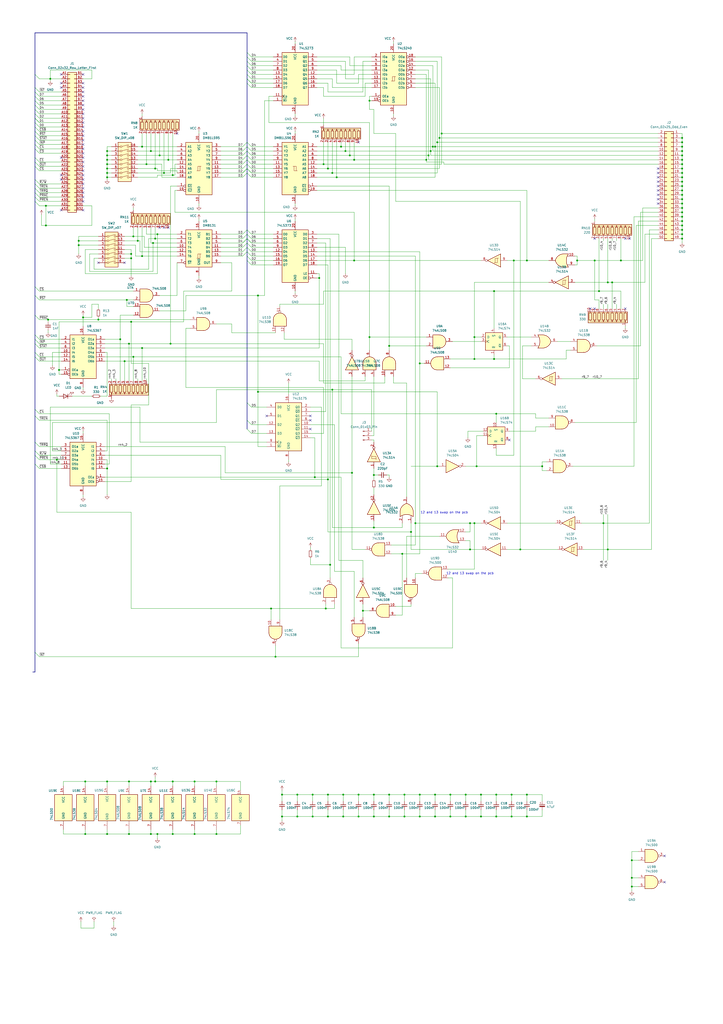
<source format=kicad_sch>
(kicad_sch
	(version 20231120)
	(generator "eeschema")
	(generator_version "8.0")
	(uuid "e19a99fd-b470-4733-b327-0374004eae11")
	(paper "A2" portrait)
	(title_block
		(title "4105-10")
		(date "2024-11-23")
		(rev "Ver 1.00")
		(company "SweProj.com")
	)
	(lib_symbols
		(symbol "74xx:74LS00"
			(pin_names
				(offset 1.016)
			)
			(exclude_from_sim no)
			(in_bom yes)
			(on_board yes)
			(property "Reference" "U"
				(at 0 1.27 0)
				(effects
					(font
						(size 1.27 1.27)
					)
				)
			)
			(property "Value" "74LS00"
				(at 0 -1.27 0)
				(effects
					(font
						(size 1.27 1.27)
					)
				)
			)
			(property "Footprint" ""
				(at 0 0 0)
				(effects
					(font
						(size 1.27 1.27)
					)
					(hide yes)
				)
			)
			(property "Datasheet" "http://www.ti.com/lit/gpn/sn74ls00"
				(at 0 0 0)
				(effects
					(font
						(size 1.27 1.27)
					)
					(hide yes)
				)
			)
			(property "Description" "quad 2-input NAND gate"
				(at 0 0 0)
				(effects
					(font
						(size 1.27 1.27)
					)
					(hide yes)
				)
			)
			(property "ki_locked" ""
				(at 0 0 0)
				(effects
					(font
						(size 1.27 1.27)
					)
				)
			)
			(property "ki_keywords" "TTL nand 2-input"
				(at 0 0 0)
				(effects
					(font
						(size 1.27 1.27)
					)
					(hide yes)
				)
			)
			(property "ki_fp_filters" "DIP*W7.62mm* SO14*"
				(at 0 0 0)
				(effects
					(font
						(size 1.27 1.27)
					)
					(hide yes)
				)
			)
			(symbol "74LS00_1_1"
				(arc
					(start 0 -3.81)
					(mid 3.7934 0)
					(end 0 3.81)
					(stroke
						(width 0.254)
						(type default)
					)
					(fill
						(type background)
					)
				)
				(polyline
					(pts
						(xy 0 3.81) (xy -3.81 3.81) (xy -3.81 -3.81) (xy 0 -3.81)
					)
					(stroke
						(width 0.254)
						(type default)
					)
					(fill
						(type background)
					)
				)
				(pin input line
					(at -7.62 2.54 0)
					(length 3.81)
					(name "~"
						(effects
							(font
								(size 1.27 1.27)
							)
						)
					)
					(number "1"
						(effects
							(font
								(size 1.27 1.27)
							)
						)
					)
				)
				(pin input line
					(at -7.62 -2.54 0)
					(length 3.81)
					(name "~"
						(effects
							(font
								(size 1.27 1.27)
							)
						)
					)
					(number "2"
						(effects
							(font
								(size 1.27 1.27)
							)
						)
					)
				)
				(pin output inverted
					(at 7.62 0 180)
					(length 3.81)
					(name "~"
						(effects
							(font
								(size 1.27 1.27)
							)
						)
					)
					(number "3"
						(effects
							(font
								(size 1.27 1.27)
							)
						)
					)
				)
			)
			(symbol "74LS00_1_2"
				(arc
					(start -3.81 -3.81)
					(mid -2.589 0)
					(end -3.81 3.81)
					(stroke
						(width 0.254)
						(type default)
					)
					(fill
						(type none)
					)
				)
				(arc
					(start -0.6096 -3.81)
					(mid 2.1842 -2.5851)
					(end 3.81 0)
					(stroke
						(width 0.254)
						(type default)
					)
					(fill
						(type background)
					)
				)
				(polyline
					(pts
						(xy -3.81 -3.81) (xy -0.635 -3.81)
					)
					(stroke
						(width 0.254)
						(type default)
					)
					(fill
						(type background)
					)
				)
				(polyline
					(pts
						(xy -3.81 3.81) (xy -0.635 3.81)
					)
					(stroke
						(width 0.254)
						(type default)
					)
					(fill
						(type background)
					)
				)
				(polyline
					(pts
						(xy -0.635 3.81) (xy -3.81 3.81) (xy -3.81 3.81) (xy -3.556 3.4036) (xy -3.0226 2.2606) (xy -2.6924 1.0414)
						(xy -2.6162 -0.254) (xy -2.7686 -1.4986) (xy -3.175 -2.7178) (xy -3.81 -3.81) (xy -3.81 -3.81)
						(xy -0.635 -3.81)
					)
					(stroke
						(width -25.4)
						(type default)
					)
					(fill
						(type background)
					)
				)
				(arc
					(start 3.81 0)
					(mid 2.1915 2.5936)
					(end -0.6096 3.81)
					(stroke
						(width 0.254)
						(type default)
					)
					(fill
						(type background)
					)
				)
				(pin input inverted
					(at -7.62 2.54 0)
					(length 4.318)
					(name "~"
						(effects
							(font
								(size 1.27 1.27)
							)
						)
					)
					(number "1"
						(effects
							(font
								(size 1.27 1.27)
							)
						)
					)
				)
				(pin input inverted
					(at -7.62 -2.54 0)
					(length 4.318)
					(name "~"
						(effects
							(font
								(size 1.27 1.27)
							)
						)
					)
					(number "2"
						(effects
							(font
								(size 1.27 1.27)
							)
						)
					)
				)
				(pin output line
					(at 7.62 0 180)
					(length 3.81)
					(name "~"
						(effects
							(font
								(size 1.27 1.27)
							)
						)
					)
					(number "3"
						(effects
							(font
								(size 1.27 1.27)
							)
						)
					)
				)
			)
			(symbol "74LS00_2_1"
				(arc
					(start 0 -3.81)
					(mid 3.7934 0)
					(end 0 3.81)
					(stroke
						(width 0.254)
						(type default)
					)
					(fill
						(type background)
					)
				)
				(polyline
					(pts
						(xy 0 3.81) (xy -3.81 3.81) (xy -3.81 -3.81) (xy 0 -3.81)
					)
					(stroke
						(width 0.254)
						(type default)
					)
					(fill
						(type background)
					)
				)
				(pin input line
					(at -7.62 2.54 0)
					(length 3.81)
					(name "~"
						(effects
							(font
								(size 1.27 1.27)
							)
						)
					)
					(number "4"
						(effects
							(font
								(size 1.27 1.27)
							)
						)
					)
				)
				(pin input line
					(at -7.62 -2.54 0)
					(length 3.81)
					(name "~"
						(effects
							(font
								(size 1.27 1.27)
							)
						)
					)
					(number "5"
						(effects
							(font
								(size 1.27 1.27)
							)
						)
					)
				)
				(pin output inverted
					(at 7.62 0 180)
					(length 3.81)
					(name "~"
						(effects
							(font
								(size 1.27 1.27)
							)
						)
					)
					(number "6"
						(effects
							(font
								(size 1.27 1.27)
							)
						)
					)
				)
			)
			(symbol "74LS00_2_2"
				(arc
					(start -3.81 -3.81)
					(mid -2.589 0)
					(end -3.81 3.81)
					(stroke
						(width 0.254)
						(type default)
					)
					(fill
						(type none)
					)
				)
				(arc
					(start -0.6096 -3.81)
					(mid 2.1842 -2.5851)
					(end 3.81 0)
					(stroke
						(width 0.254)
						(type default)
					)
					(fill
						(type background)
					)
				)
				(polyline
					(pts
						(xy -3.81 -3.81) (xy -0.635 -3.81)
					)
					(stroke
						(width 0.254)
						(type default)
					)
					(fill
						(type background)
					)
				)
				(polyline
					(pts
						(xy -3.81 3.81) (xy -0.635 3.81)
					)
					(stroke
						(width 0.254)
						(type default)
					)
					(fill
						(type background)
					)
				)
				(polyline
					(pts
						(xy -0.635 3.81) (xy -3.81 3.81) (xy -3.81 3.81) (xy -3.556 3.4036) (xy -3.0226 2.2606) (xy -2.6924 1.0414)
						(xy -2.6162 -0.254) (xy -2.7686 -1.4986) (xy -3.175 -2.7178) (xy -3.81 -3.81) (xy -3.81 -3.81)
						(xy -0.635 -3.81)
					)
					(stroke
						(width -25.4)
						(type default)
					)
					(fill
						(type background)
					)
				)
				(arc
					(start 3.81 0)
					(mid 2.1915 2.5936)
					(end -0.6096 3.81)
					(stroke
						(width 0.254)
						(type default)
					)
					(fill
						(type background)
					)
				)
				(pin input inverted
					(at -7.62 2.54 0)
					(length 4.318)
					(name "~"
						(effects
							(font
								(size 1.27 1.27)
							)
						)
					)
					(number "4"
						(effects
							(font
								(size 1.27 1.27)
							)
						)
					)
				)
				(pin input inverted
					(at -7.62 -2.54 0)
					(length 4.318)
					(name "~"
						(effects
							(font
								(size 1.27 1.27)
							)
						)
					)
					(number "5"
						(effects
							(font
								(size 1.27 1.27)
							)
						)
					)
				)
				(pin output line
					(at 7.62 0 180)
					(length 3.81)
					(name "~"
						(effects
							(font
								(size 1.27 1.27)
							)
						)
					)
					(number "6"
						(effects
							(font
								(size 1.27 1.27)
							)
						)
					)
				)
			)
			(symbol "74LS00_3_1"
				(arc
					(start 0 -3.81)
					(mid 3.7934 0)
					(end 0 3.81)
					(stroke
						(width 0.254)
						(type default)
					)
					(fill
						(type background)
					)
				)
				(polyline
					(pts
						(xy 0 3.81) (xy -3.81 3.81) (xy -3.81 -3.81) (xy 0 -3.81)
					)
					(stroke
						(width 0.254)
						(type default)
					)
					(fill
						(type background)
					)
				)
				(pin input line
					(at -7.62 -2.54 0)
					(length 3.81)
					(name "~"
						(effects
							(font
								(size 1.27 1.27)
							)
						)
					)
					(number "10"
						(effects
							(font
								(size 1.27 1.27)
							)
						)
					)
				)
				(pin output inverted
					(at 7.62 0 180)
					(length 3.81)
					(name "~"
						(effects
							(font
								(size 1.27 1.27)
							)
						)
					)
					(number "8"
						(effects
							(font
								(size 1.27 1.27)
							)
						)
					)
				)
				(pin input line
					(at -7.62 2.54 0)
					(length 3.81)
					(name "~"
						(effects
							(font
								(size 1.27 1.27)
							)
						)
					)
					(number "9"
						(effects
							(font
								(size 1.27 1.27)
							)
						)
					)
				)
			)
			(symbol "74LS00_3_2"
				(arc
					(start -3.81 -3.81)
					(mid -2.589 0)
					(end -3.81 3.81)
					(stroke
						(width 0.254)
						(type default)
					)
					(fill
						(type none)
					)
				)
				(arc
					(start -0.6096 -3.81)
					(mid 2.1842 -2.5851)
					(end 3.81 0)
					(stroke
						(width 0.254)
						(type default)
					)
					(fill
						(type background)
					)
				)
				(polyline
					(pts
						(xy -3.81 -3.81) (xy -0.635 -3.81)
					)
					(stroke
						(width 0.254)
						(type default)
					)
					(fill
						(type background)
					)
				)
				(polyline
					(pts
						(xy -3.81 3.81) (xy -0.635 3.81)
					)
					(stroke
						(width 0.254)
						(type default)
					)
					(fill
						(type background)
					)
				)
				(polyline
					(pts
						(xy -0.635 3.81) (xy -3.81 3.81) (xy -3.81 3.81) (xy -3.556 3.4036) (xy -3.0226 2.2606) (xy -2.6924 1.0414)
						(xy -2.6162 -0.254) (xy -2.7686 -1.4986) (xy -3.175 -2.7178) (xy -3.81 -3.81) (xy -3.81 -3.81)
						(xy -0.635 -3.81)
					)
					(stroke
						(width -25.4)
						(type default)
					)
					(fill
						(type background)
					)
				)
				(arc
					(start 3.81 0)
					(mid 2.1915 2.5936)
					(end -0.6096 3.81)
					(stroke
						(width 0.254)
						(type default)
					)
					(fill
						(type background)
					)
				)
				(pin input inverted
					(at -7.62 -2.54 0)
					(length 4.318)
					(name "~"
						(effects
							(font
								(size 1.27 1.27)
							)
						)
					)
					(number "10"
						(effects
							(font
								(size 1.27 1.27)
							)
						)
					)
				)
				(pin output line
					(at 7.62 0 180)
					(length 3.81)
					(name "~"
						(effects
							(font
								(size 1.27 1.27)
							)
						)
					)
					(number "8"
						(effects
							(font
								(size 1.27 1.27)
							)
						)
					)
				)
				(pin input inverted
					(at -7.62 2.54 0)
					(length 4.318)
					(name "~"
						(effects
							(font
								(size 1.27 1.27)
							)
						)
					)
					(number "9"
						(effects
							(font
								(size 1.27 1.27)
							)
						)
					)
				)
			)
			(symbol "74LS00_4_1"
				(arc
					(start 0 -3.81)
					(mid 3.7934 0)
					(end 0 3.81)
					(stroke
						(width 0.254)
						(type default)
					)
					(fill
						(type background)
					)
				)
				(polyline
					(pts
						(xy 0 3.81) (xy -3.81 3.81) (xy -3.81 -3.81) (xy 0 -3.81)
					)
					(stroke
						(width 0.254)
						(type default)
					)
					(fill
						(type background)
					)
				)
				(pin output inverted
					(at 7.62 0 180)
					(length 3.81)
					(name "~"
						(effects
							(font
								(size 1.27 1.27)
							)
						)
					)
					(number "11"
						(effects
							(font
								(size 1.27 1.27)
							)
						)
					)
				)
				(pin input line
					(at -7.62 2.54 0)
					(length 3.81)
					(name "~"
						(effects
							(font
								(size 1.27 1.27)
							)
						)
					)
					(number "12"
						(effects
							(font
								(size 1.27 1.27)
							)
						)
					)
				)
				(pin input line
					(at -7.62 -2.54 0)
					(length 3.81)
					(name "~"
						(effects
							(font
								(size 1.27 1.27)
							)
						)
					)
					(number "13"
						(effects
							(font
								(size 1.27 1.27)
							)
						)
					)
				)
			)
			(symbol "74LS00_4_2"
				(arc
					(start -3.81 -3.81)
					(mid -2.589 0)
					(end -3.81 3.81)
					(stroke
						(width 0.254)
						(type default)
					)
					(fill
						(type none)
					)
				)
				(arc
					(start -0.6096 -3.81)
					(mid 2.1842 -2.5851)
					(end 3.81 0)
					(stroke
						(width 0.254)
						(type default)
					)
					(fill
						(type background)
					)
				)
				(polyline
					(pts
						(xy -3.81 -3.81) (xy -0.635 -3.81)
					)
					(stroke
						(width 0.254)
						(type default)
					)
					(fill
						(type background)
					)
				)
				(polyline
					(pts
						(xy -3.81 3.81) (xy -0.635 3.81)
					)
					(stroke
						(width 0.254)
						(type default)
					)
					(fill
						(type background)
					)
				)
				(polyline
					(pts
						(xy -0.635 3.81) (xy -3.81 3.81) (xy -3.81 3.81) (xy -3.556 3.4036) (xy -3.0226 2.2606) (xy -2.6924 1.0414)
						(xy -2.6162 -0.254) (xy -2.7686 -1.4986) (xy -3.175 -2.7178) (xy -3.81 -3.81) (xy -3.81 -3.81)
						(xy -0.635 -3.81)
					)
					(stroke
						(width -25.4)
						(type default)
					)
					(fill
						(type background)
					)
				)
				(arc
					(start 3.81 0)
					(mid 2.1915 2.5936)
					(end -0.6096 3.81)
					(stroke
						(width 0.254)
						(type default)
					)
					(fill
						(type background)
					)
				)
				(pin output line
					(at 7.62 0 180)
					(length 3.81)
					(name "~"
						(effects
							(font
								(size 1.27 1.27)
							)
						)
					)
					(number "11"
						(effects
							(font
								(size 1.27 1.27)
							)
						)
					)
				)
				(pin input inverted
					(at -7.62 2.54 0)
					(length 4.318)
					(name "~"
						(effects
							(font
								(size 1.27 1.27)
							)
						)
					)
					(number "12"
						(effects
							(font
								(size 1.27 1.27)
							)
						)
					)
				)
				(pin input inverted
					(at -7.62 -2.54 0)
					(length 4.318)
					(name "~"
						(effects
							(font
								(size 1.27 1.27)
							)
						)
					)
					(number "13"
						(effects
							(font
								(size 1.27 1.27)
							)
						)
					)
				)
			)
			(symbol "74LS00_5_0"
				(pin power_in line
					(at 0 12.7 270)
					(length 5.08)
					(name "VCC"
						(effects
							(font
								(size 1.27 1.27)
							)
						)
					)
					(number "14"
						(effects
							(font
								(size 1.27 1.27)
							)
						)
					)
				)
				(pin power_in line
					(at 0 -12.7 90)
					(length 5.08)
					(name "GND"
						(effects
							(font
								(size 1.27 1.27)
							)
						)
					)
					(number "7"
						(effects
							(font
								(size 1.27 1.27)
							)
						)
					)
				)
			)
			(symbol "74LS00_5_1"
				(rectangle
					(start -5.08 7.62)
					(end 5.08 -7.62)
					(stroke
						(width 0.254)
						(type default)
					)
					(fill
						(type background)
					)
				)
			)
		)
		(symbol "74xx:74LS04"
			(exclude_from_sim no)
			(in_bom yes)
			(on_board yes)
			(property "Reference" "U"
				(at 0 1.27 0)
				(effects
					(font
						(size 1.27 1.27)
					)
				)
			)
			(property "Value" "74LS04"
				(at 0 -1.27 0)
				(effects
					(font
						(size 1.27 1.27)
					)
				)
			)
			(property "Footprint" ""
				(at 0 0 0)
				(effects
					(font
						(size 1.27 1.27)
					)
					(hide yes)
				)
			)
			(property "Datasheet" "http://www.ti.com/lit/gpn/sn74LS04"
				(at 0 0 0)
				(effects
					(font
						(size 1.27 1.27)
					)
					(hide yes)
				)
			)
			(property "Description" "Hex Inverter"
				(at 0 0 0)
				(effects
					(font
						(size 1.27 1.27)
					)
					(hide yes)
				)
			)
			(property "ki_locked" ""
				(at 0 0 0)
				(effects
					(font
						(size 1.27 1.27)
					)
				)
			)
			(property "ki_keywords" "TTL not inv"
				(at 0 0 0)
				(effects
					(font
						(size 1.27 1.27)
					)
					(hide yes)
				)
			)
			(property "ki_fp_filters" "DIP*W7.62mm* SSOP?14* TSSOP?14*"
				(at 0 0 0)
				(effects
					(font
						(size 1.27 1.27)
					)
					(hide yes)
				)
			)
			(symbol "74LS04_1_0"
				(polyline
					(pts
						(xy -3.81 3.81) (xy -3.81 -3.81) (xy 3.81 0) (xy -3.81 3.81)
					)
					(stroke
						(width 0.254)
						(type default)
					)
					(fill
						(type background)
					)
				)
				(pin input line
					(at -7.62 0 0)
					(length 3.81)
					(name "~"
						(effects
							(font
								(size 1.27 1.27)
							)
						)
					)
					(number "1"
						(effects
							(font
								(size 1.27 1.27)
							)
						)
					)
				)
				(pin output inverted
					(at 7.62 0 180)
					(length 3.81)
					(name "~"
						(effects
							(font
								(size 1.27 1.27)
							)
						)
					)
					(number "2"
						(effects
							(font
								(size 1.27 1.27)
							)
						)
					)
				)
			)
			(symbol "74LS04_2_0"
				(polyline
					(pts
						(xy -3.81 3.81) (xy -3.81 -3.81) (xy 3.81 0) (xy -3.81 3.81)
					)
					(stroke
						(width 0.254)
						(type default)
					)
					(fill
						(type background)
					)
				)
				(pin input line
					(at -7.62 0 0)
					(length 3.81)
					(name "~"
						(effects
							(font
								(size 1.27 1.27)
							)
						)
					)
					(number "3"
						(effects
							(font
								(size 1.27 1.27)
							)
						)
					)
				)
				(pin output inverted
					(at 7.62 0 180)
					(length 3.81)
					(name "~"
						(effects
							(font
								(size 1.27 1.27)
							)
						)
					)
					(number "4"
						(effects
							(font
								(size 1.27 1.27)
							)
						)
					)
				)
			)
			(symbol "74LS04_3_0"
				(polyline
					(pts
						(xy -3.81 3.81) (xy -3.81 -3.81) (xy 3.81 0) (xy -3.81 3.81)
					)
					(stroke
						(width 0.254)
						(type default)
					)
					(fill
						(type background)
					)
				)
				(pin input line
					(at -7.62 0 0)
					(length 3.81)
					(name "~"
						(effects
							(font
								(size 1.27 1.27)
							)
						)
					)
					(number "5"
						(effects
							(font
								(size 1.27 1.27)
							)
						)
					)
				)
				(pin output inverted
					(at 7.62 0 180)
					(length 3.81)
					(name "~"
						(effects
							(font
								(size 1.27 1.27)
							)
						)
					)
					(number "6"
						(effects
							(font
								(size 1.27 1.27)
							)
						)
					)
				)
			)
			(symbol "74LS04_4_0"
				(polyline
					(pts
						(xy -3.81 3.81) (xy -3.81 -3.81) (xy 3.81 0) (xy -3.81 3.81)
					)
					(stroke
						(width 0.254)
						(type default)
					)
					(fill
						(type background)
					)
				)
				(pin output inverted
					(at 7.62 0 180)
					(length 3.81)
					(name "~"
						(effects
							(font
								(size 1.27 1.27)
							)
						)
					)
					(number "8"
						(effects
							(font
								(size 1.27 1.27)
							)
						)
					)
				)
				(pin input line
					(at -7.62 0 0)
					(length 3.81)
					(name "~"
						(effects
							(font
								(size 1.27 1.27)
							)
						)
					)
					(number "9"
						(effects
							(font
								(size 1.27 1.27)
							)
						)
					)
				)
			)
			(symbol "74LS04_5_0"
				(polyline
					(pts
						(xy -3.81 3.81) (xy -3.81 -3.81) (xy 3.81 0) (xy -3.81 3.81)
					)
					(stroke
						(width 0.254)
						(type default)
					)
					(fill
						(type background)
					)
				)
				(pin output inverted
					(at 7.62 0 180)
					(length 3.81)
					(name "~"
						(effects
							(font
								(size 1.27 1.27)
							)
						)
					)
					(number "10"
						(effects
							(font
								(size 1.27 1.27)
							)
						)
					)
				)
				(pin input line
					(at -7.62 0 0)
					(length 3.81)
					(name "~"
						(effects
							(font
								(size 1.27 1.27)
							)
						)
					)
					(number "11"
						(effects
							(font
								(size 1.27 1.27)
							)
						)
					)
				)
			)
			(symbol "74LS04_6_0"
				(polyline
					(pts
						(xy -3.81 3.81) (xy -3.81 -3.81) (xy 3.81 0) (xy -3.81 3.81)
					)
					(stroke
						(width 0.254)
						(type default)
					)
					(fill
						(type background)
					)
				)
				(pin output inverted
					(at 7.62 0 180)
					(length 3.81)
					(name "~"
						(effects
							(font
								(size 1.27 1.27)
							)
						)
					)
					(number "12"
						(effects
							(font
								(size 1.27 1.27)
							)
						)
					)
				)
				(pin input line
					(at -7.62 0 0)
					(length 3.81)
					(name "~"
						(effects
							(font
								(size 1.27 1.27)
							)
						)
					)
					(number "13"
						(effects
							(font
								(size 1.27 1.27)
							)
						)
					)
				)
			)
			(symbol "74LS04_7_0"
				(pin power_in line
					(at 0 12.7 270)
					(length 5.08)
					(name "VCC"
						(effects
							(font
								(size 1.27 1.27)
							)
						)
					)
					(number "14"
						(effects
							(font
								(size 1.27 1.27)
							)
						)
					)
				)
				(pin power_in line
					(at 0 -12.7 90)
					(length 5.08)
					(name "GND"
						(effects
							(font
								(size 1.27 1.27)
							)
						)
					)
					(number "7"
						(effects
							(font
								(size 1.27 1.27)
							)
						)
					)
				)
			)
			(symbol "74LS04_7_1"
				(rectangle
					(start -5.08 7.62)
					(end 5.08 -7.62)
					(stroke
						(width 0.254)
						(type default)
					)
					(fill
						(type background)
					)
				)
			)
		)
		(symbol "74xx:74LS08"
			(pin_names
				(offset 1.016)
			)
			(exclude_from_sim no)
			(in_bom yes)
			(on_board yes)
			(property "Reference" "U"
				(at 0 1.27 0)
				(effects
					(font
						(size 1.27 1.27)
					)
				)
			)
			(property "Value" "74LS08"
				(at 0 -1.27 0)
				(effects
					(font
						(size 1.27 1.27)
					)
				)
			)
			(property "Footprint" ""
				(at 0 0 0)
				(effects
					(font
						(size 1.27 1.27)
					)
					(hide yes)
				)
			)
			(property "Datasheet" "http://www.ti.com/lit/gpn/sn74LS08"
				(at 0 0 0)
				(effects
					(font
						(size 1.27 1.27)
					)
					(hide yes)
				)
			)
			(property "Description" "Quad And2"
				(at 0 0 0)
				(effects
					(font
						(size 1.27 1.27)
					)
					(hide yes)
				)
			)
			(property "ki_locked" ""
				(at 0 0 0)
				(effects
					(font
						(size 1.27 1.27)
					)
				)
			)
			(property "ki_keywords" "TTL and2"
				(at 0 0 0)
				(effects
					(font
						(size 1.27 1.27)
					)
					(hide yes)
				)
			)
			(property "ki_fp_filters" "DIP*W7.62mm*"
				(at 0 0 0)
				(effects
					(font
						(size 1.27 1.27)
					)
					(hide yes)
				)
			)
			(symbol "74LS08_1_1"
				(arc
					(start 0 -3.81)
					(mid 3.7934 0)
					(end 0 3.81)
					(stroke
						(width 0.254)
						(type default)
					)
					(fill
						(type background)
					)
				)
				(polyline
					(pts
						(xy 0 3.81) (xy -3.81 3.81) (xy -3.81 -3.81) (xy 0 -3.81)
					)
					(stroke
						(width 0.254)
						(type default)
					)
					(fill
						(type background)
					)
				)
				(pin input line
					(at -7.62 2.54 0)
					(length 3.81)
					(name "~"
						(effects
							(font
								(size 1.27 1.27)
							)
						)
					)
					(number "1"
						(effects
							(font
								(size 1.27 1.27)
							)
						)
					)
				)
				(pin input line
					(at -7.62 -2.54 0)
					(length 3.81)
					(name "~"
						(effects
							(font
								(size 1.27 1.27)
							)
						)
					)
					(number "2"
						(effects
							(font
								(size 1.27 1.27)
							)
						)
					)
				)
				(pin output line
					(at 7.62 0 180)
					(length 3.81)
					(name "~"
						(effects
							(font
								(size 1.27 1.27)
							)
						)
					)
					(number "3"
						(effects
							(font
								(size 1.27 1.27)
							)
						)
					)
				)
			)
			(symbol "74LS08_1_2"
				(arc
					(start -3.81 -3.81)
					(mid -2.589 0)
					(end -3.81 3.81)
					(stroke
						(width 0.254)
						(type default)
					)
					(fill
						(type none)
					)
				)
				(arc
					(start -0.6096 -3.81)
					(mid 2.1842 -2.5851)
					(end 3.81 0)
					(stroke
						(width 0.254)
						(type default)
					)
					(fill
						(type background)
					)
				)
				(polyline
					(pts
						(xy -3.81 -3.81) (xy -0.635 -3.81)
					)
					(stroke
						(width 0.254)
						(type default)
					)
					(fill
						(type background)
					)
				)
				(polyline
					(pts
						(xy -3.81 3.81) (xy -0.635 3.81)
					)
					(stroke
						(width 0.254)
						(type default)
					)
					(fill
						(type background)
					)
				)
				(polyline
					(pts
						(xy -0.635 3.81) (xy -3.81 3.81) (xy -3.81 3.81) (xy -3.556 3.4036) (xy -3.0226 2.2606) (xy -2.6924 1.0414)
						(xy -2.6162 -0.254) (xy -2.7686 -1.4986) (xy -3.175 -2.7178) (xy -3.81 -3.81) (xy -3.81 -3.81)
						(xy -0.635 -3.81)
					)
					(stroke
						(width -25.4)
						(type default)
					)
					(fill
						(type background)
					)
				)
				(arc
					(start 3.81 0)
					(mid 2.1915 2.5936)
					(end -0.6096 3.81)
					(stroke
						(width 0.254)
						(type default)
					)
					(fill
						(type background)
					)
				)
				(pin input inverted
					(at -7.62 2.54 0)
					(length 4.318)
					(name "~"
						(effects
							(font
								(size 1.27 1.27)
							)
						)
					)
					(number "1"
						(effects
							(font
								(size 1.27 1.27)
							)
						)
					)
				)
				(pin input inverted
					(at -7.62 -2.54 0)
					(length 4.318)
					(name "~"
						(effects
							(font
								(size 1.27 1.27)
							)
						)
					)
					(number "2"
						(effects
							(font
								(size 1.27 1.27)
							)
						)
					)
				)
				(pin output inverted
					(at 7.62 0 180)
					(length 3.81)
					(name "~"
						(effects
							(font
								(size 1.27 1.27)
							)
						)
					)
					(number "3"
						(effects
							(font
								(size 1.27 1.27)
							)
						)
					)
				)
			)
			(symbol "74LS08_2_1"
				(arc
					(start 0 -3.81)
					(mid 3.7934 0)
					(end 0 3.81)
					(stroke
						(width 0.254)
						(type default)
					)
					(fill
						(type background)
					)
				)
				(polyline
					(pts
						(xy 0 3.81) (xy -3.81 3.81) (xy -3.81 -3.81) (xy 0 -3.81)
					)
					(stroke
						(width 0.254)
						(type default)
					)
					(fill
						(type background)
					)
				)
				(pin input line
					(at -7.62 2.54 0)
					(length 3.81)
					(name "~"
						(effects
							(font
								(size 1.27 1.27)
							)
						)
					)
					(number "4"
						(effects
							(font
								(size 1.27 1.27)
							)
						)
					)
				)
				(pin input line
					(at -7.62 -2.54 0)
					(length 3.81)
					(name "~"
						(effects
							(font
								(size 1.27 1.27)
							)
						)
					)
					(number "5"
						(effects
							(font
								(size 1.27 1.27)
							)
						)
					)
				)
				(pin output line
					(at 7.62 0 180)
					(length 3.81)
					(name "~"
						(effects
							(font
								(size 1.27 1.27)
							)
						)
					)
					(number "6"
						(effects
							(font
								(size 1.27 1.27)
							)
						)
					)
				)
			)
			(symbol "74LS08_2_2"
				(arc
					(start -3.81 -3.81)
					(mid -2.589 0)
					(end -3.81 3.81)
					(stroke
						(width 0.254)
						(type default)
					)
					(fill
						(type none)
					)
				)
				(arc
					(start -0.6096 -3.81)
					(mid 2.1842 -2.5851)
					(end 3.81 0)
					(stroke
						(width 0.254)
						(type default)
					)
					(fill
						(type background)
					)
				)
				(polyline
					(pts
						(xy -3.81 -3.81) (xy -0.635 -3.81)
					)
					(stroke
						(width 0.254)
						(type default)
					)
					(fill
						(type background)
					)
				)
				(polyline
					(pts
						(xy -3.81 3.81) (xy -0.635 3.81)
					)
					(stroke
						(width 0.254)
						(type default)
					)
					(fill
						(type background)
					)
				)
				(polyline
					(pts
						(xy -0.635 3.81) (xy -3.81 3.81) (xy -3.81 3.81) (xy -3.556 3.4036) (xy -3.0226 2.2606) (xy -2.6924 1.0414)
						(xy -2.6162 -0.254) (xy -2.7686 -1.4986) (xy -3.175 -2.7178) (xy -3.81 -3.81) (xy -3.81 -3.81)
						(xy -0.635 -3.81)
					)
					(stroke
						(width -25.4)
						(type default)
					)
					(fill
						(type background)
					)
				)
				(arc
					(start 3.81 0)
					(mid 2.1915 2.5936)
					(end -0.6096 3.81)
					(stroke
						(width 0.254)
						(type default)
					)
					(fill
						(type background)
					)
				)
				(pin input inverted
					(at -7.62 2.54 0)
					(length 4.318)
					(name "~"
						(effects
							(font
								(size 1.27 1.27)
							)
						)
					)
					(number "4"
						(effects
							(font
								(size 1.27 1.27)
							)
						)
					)
				)
				(pin input inverted
					(at -7.62 -2.54 0)
					(length 4.318)
					(name "~"
						(effects
							(font
								(size 1.27 1.27)
							)
						)
					)
					(number "5"
						(effects
							(font
								(size 1.27 1.27)
							)
						)
					)
				)
				(pin output inverted
					(at 7.62 0 180)
					(length 3.81)
					(name "~"
						(effects
							(font
								(size 1.27 1.27)
							)
						)
					)
					(number "6"
						(effects
							(font
								(size 1.27 1.27)
							)
						)
					)
				)
			)
			(symbol "74LS08_3_1"
				(arc
					(start 0 -3.81)
					(mid 3.7934 0)
					(end 0 3.81)
					(stroke
						(width 0.254)
						(type default)
					)
					(fill
						(type background)
					)
				)
				(polyline
					(pts
						(xy 0 3.81) (xy -3.81 3.81) (xy -3.81 -3.81) (xy 0 -3.81)
					)
					(stroke
						(width 0.254)
						(type default)
					)
					(fill
						(type background)
					)
				)
				(pin input line
					(at -7.62 -2.54 0)
					(length 3.81)
					(name "~"
						(effects
							(font
								(size 1.27 1.27)
							)
						)
					)
					(number "10"
						(effects
							(font
								(size 1.27 1.27)
							)
						)
					)
				)
				(pin output line
					(at 7.62 0 180)
					(length 3.81)
					(name "~"
						(effects
							(font
								(size 1.27 1.27)
							)
						)
					)
					(number "8"
						(effects
							(font
								(size 1.27 1.27)
							)
						)
					)
				)
				(pin input line
					(at -7.62 2.54 0)
					(length 3.81)
					(name "~"
						(effects
							(font
								(size 1.27 1.27)
							)
						)
					)
					(number "9"
						(effects
							(font
								(size 1.27 1.27)
							)
						)
					)
				)
			)
			(symbol "74LS08_3_2"
				(arc
					(start -3.81 -3.81)
					(mid -2.589 0)
					(end -3.81 3.81)
					(stroke
						(width 0.254)
						(type default)
					)
					(fill
						(type none)
					)
				)
				(arc
					(start -0.6096 -3.81)
					(mid 2.1842 -2.5851)
					(end 3.81 0)
					(stroke
						(width 0.254)
						(type default)
					)
					(fill
						(type background)
					)
				)
				(polyline
					(pts
						(xy -3.81 -3.81) (xy -0.635 -3.81)
					)
					(stroke
						(width 0.254)
						(type default)
					)
					(fill
						(type background)
					)
				)
				(polyline
					(pts
						(xy -3.81 3.81) (xy -0.635 3.81)
					)
					(stroke
						(width 0.254)
						(type default)
					)
					(fill
						(type background)
					)
				)
				(polyline
					(pts
						(xy -0.635 3.81) (xy -3.81 3.81) (xy -3.81 3.81) (xy -3.556 3.4036) (xy -3.0226 2.2606) (xy -2.6924 1.0414)
						(xy -2.6162 -0.254) (xy -2.7686 -1.4986) (xy -3.175 -2.7178) (xy -3.81 -3.81) (xy -3.81 -3.81)
						(xy -0.635 -3.81)
					)
					(stroke
						(width -25.4)
						(type default)
					)
					(fill
						(type background)
					)
				)
				(arc
					(start 3.81 0)
					(mid 2.1915 2.5936)
					(end -0.6096 3.81)
					(stroke
						(width 0.254)
						(type default)
					)
					(fill
						(type background)
					)
				)
				(pin input inverted
					(at -7.62 -2.54 0)
					(length 4.318)
					(name "~"
						(effects
							(font
								(size 1.27 1.27)
							)
						)
					)
					(number "10"
						(effects
							(font
								(size 1.27 1.27)
							)
						)
					)
				)
				(pin output inverted
					(at 7.62 0 180)
					(length 3.81)
					(name "~"
						(effects
							(font
								(size 1.27 1.27)
							)
						)
					)
					(number "8"
						(effects
							(font
								(size 1.27 1.27)
							)
						)
					)
				)
				(pin input inverted
					(at -7.62 2.54 0)
					(length 4.318)
					(name "~"
						(effects
							(font
								(size 1.27 1.27)
							)
						)
					)
					(number "9"
						(effects
							(font
								(size 1.27 1.27)
							)
						)
					)
				)
			)
			(symbol "74LS08_4_1"
				(arc
					(start 0 -3.81)
					(mid 3.7934 0)
					(end 0 3.81)
					(stroke
						(width 0.254)
						(type default)
					)
					(fill
						(type background)
					)
				)
				(polyline
					(pts
						(xy 0 3.81) (xy -3.81 3.81) (xy -3.81 -3.81) (xy 0 -3.81)
					)
					(stroke
						(width 0.254)
						(type default)
					)
					(fill
						(type background)
					)
				)
				(pin output line
					(at 7.62 0 180)
					(length 3.81)
					(name "~"
						(effects
							(font
								(size 1.27 1.27)
							)
						)
					)
					(number "11"
						(effects
							(font
								(size 1.27 1.27)
							)
						)
					)
				)
				(pin input line
					(at -7.62 2.54 0)
					(length 3.81)
					(name "~"
						(effects
							(font
								(size 1.27 1.27)
							)
						)
					)
					(number "12"
						(effects
							(font
								(size 1.27 1.27)
							)
						)
					)
				)
				(pin input line
					(at -7.62 -2.54 0)
					(length 3.81)
					(name "~"
						(effects
							(font
								(size 1.27 1.27)
							)
						)
					)
					(number "13"
						(effects
							(font
								(size 1.27 1.27)
							)
						)
					)
				)
			)
			(symbol "74LS08_4_2"
				(arc
					(start -3.81 -3.81)
					(mid -2.589 0)
					(end -3.81 3.81)
					(stroke
						(width 0.254)
						(type default)
					)
					(fill
						(type none)
					)
				)
				(arc
					(start -0.6096 -3.81)
					(mid 2.1842 -2.5851)
					(end 3.81 0)
					(stroke
						(width 0.254)
						(type default)
					)
					(fill
						(type background)
					)
				)
				(polyline
					(pts
						(xy -3.81 -3.81) (xy -0.635 -3.81)
					)
					(stroke
						(width 0.254)
						(type default)
					)
					(fill
						(type background)
					)
				)
				(polyline
					(pts
						(xy -3.81 3.81) (xy -0.635 3.81)
					)
					(stroke
						(width 0.254)
						(type default)
					)
					(fill
						(type background)
					)
				)
				(polyline
					(pts
						(xy -0.635 3.81) (xy -3.81 3.81) (xy -3.81 3.81) (xy -3.556 3.4036) (xy -3.0226 2.2606) (xy -2.6924 1.0414)
						(xy -2.6162 -0.254) (xy -2.7686 -1.4986) (xy -3.175 -2.7178) (xy -3.81 -3.81) (xy -3.81 -3.81)
						(xy -0.635 -3.81)
					)
					(stroke
						(width -25.4)
						(type default)
					)
					(fill
						(type background)
					)
				)
				(arc
					(start 3.81 0)
					(mid 2.1915 2.5936)
					(end -0.6096 3.81)
					(stroke
						(width 0.254)
						(type default)
					)
					(fill
						(type background)
					)
				)
				(pin output inverted
					(at 7.62 0 180)
					(length 3.81)
					(name "~"
						(effects
							(font
								(size 1.27 1.27)
							)
						)
					)
					(number "11"
						(effects
							(font
								(size 1.27 1.27)
							)
						)
					)
				)
				(pin input inverted
					(at -7.62 2.54 0)
					(length 4.318)
					(name "~"
						(effects
							(font
								(size 1.27 1.27)
							)
						)
					)
					(number "12"
						(effects
							(font
								(size 1.27 1.27)
							)
						)
					)
				)
				(pin input inverted
					(at -7.62 -2.54 0)
					(length 4.318)
					(name "~"
						(effects
							(font
								(size 1.27 1.27)
							)
						)
					)
					(number "13"
						(effects
							(font
								(size 1.27 1.27)
							)
						)
					)
				)
			)
			(symbol "74LS08_5_0"
				(pin power_in line
					(at 0 12.7 270)
					(length 5.08)
					(name "VCC"
						(effects
							(font
								(size 1.27 1.27)
							)
						)
					)
					(number "14"
						(effects
							(font
								(size 1.27 1.27)
							)
						)
					)
				)
				(pin power_in line
					(at 0 -12.7 90)
					(length 5.08)
					(name "GND"
						(effects
							(font
								(size 1.27 1.27)
							)
						)
					)
					(number "7"
						(effects
							(font
								(size 1.27 1.27)
							)
						)
					)
				)
			)
			(symbol "74LS08_5_1"
				(rectangle
					(start -5.08 7.62)
					(end 5.08 -7.62)
					(stroke
						(width 0.254)
						(type default)
					)
					(fill
						(type background)
					)
				)
			)
		)
		(symbol "74xx:74LS14"
			(pin_names
				(offset 1.016)
			)
			(exclude_from_sim no)
			(in_bom yes)
			(on_board yes)
			(property "Reference" "U"
				(at 0 1.27 0)
				(effects
					(font
						(size 1.27 1.27)
					)
				)
			)
			(property "Value" "74LS14"
				(at 0 -1.27 0)
				(effects
					(font
						(size 1.27 1.27)
					)
				)
			)
			(property "Footprint" ""
				(at 0 0 0)
				(effects
					(font
						(size 1.27 1.27)
					)
					(hide yes)
				)
			)
			(property "Datasheet" "http://www.ti.com/lit/gpn/sn74LS14"
				(at 0 0 0)
				(effects
					(font
						(size 1.27 1.27)
					)
					(hide yes)
				)
			)
			(property "Description" "Hex inverter schmitt trigger"
				(at 0 0 0)
				(effects
					(font
						(size 1.27 1.27)
					)
					(hide yes)
				)
			)
			(property "ki_locked" ""
				(at 0 0 0)
				(effects
					(font
						(size 1.27 1.27)
					)
				)
			)
			(property "ki_keywords" "TTL not inverter"
				(at 0 0 0)
				(effects
					(font
						(size 1.27 1.27)
					)
					(hide yes)
				)
			)
			(property "ki_fp_filters" "DIP*W7.62mm*"
				(at 0 0 0)
				(effects
					(font
						(size 1.27 1.27)
					)
					(hide yes)
				)
			)
			(symbol "74LS14_1_0"
				(polyline
					(pts
						(xy -3.81 3.81) (xy -3.81 -3.81) (xy 3.81 0) (xy -3.81 3.81)
					)
					(stroke
						(width 0.254)
						(type default)
					)
					(fill
						(type background)
					)
				)
				(pin input line
					(at -7.62 0 0)
					(length 3.81)
					(name "~"
						(effects
							(font
								(size 1.27 1.27)
							)
						)
					)
					(number "1"
						(effects
							(font
								(size 1.27 1.27)
							)
						)
					)
				)
				(pin output inverted
					(at 7.62 0 180)
					(length 3.81)
					(name "~"
						(effects
							(font
								(size 1.27 1.27)
							)
						)
					)
					(number "2"
						(effects
							(font
								(size 1.27 1.27)
							)
						)
					)
				)
			)
			(symbol "74LS14_1_1"
				(polyline
					(pts
						(xy -1.905 -1.27) (xy -1.905 1.27) (xy -0.635 1.27)
					)
					(stroke
						(width 0)
						(type default)
					)
					(fill
						(type none)
					)
				)
				(polyline
					(pts
						(xy -2.54 -1.27) (xy -0.635 -1.27) (xy -0.635 1.27) (xy 0 1.27)
					)
					(stroke
						(width 0)
						(type default)
					)
					(fill
						(type none)
					)
				)
			)
			(symbol "74LS14_2_0"
				(polyline
					(pts
						(xy -3.81 3.81) (xy -3.81 -3.81) (xy 3.81 0) (xy -3.81 3.81)
					)
					(stroke
						(width 0.254)
						(type default)
					)
					(fill
						(type background)
					)
				)
				(pin input line
					(at -7.62 0 0)
					(length 3.81)
					(name "~"
						(effects
							(font
								(size 1.27 1.27)
							)
						)
					)
					(number "3"
						(effects
							(font
								(size 1.27 1.27)
							)
						)
					)
				)
				(pin output inverted
					(at 7.62 0 180)
					(length 3.81)
					(name "~"
						(effects
							(font
								(size 1.27 1.27)
							)
						)
					)
					(number "4"
						(effects
							(font
								(size 1.27 1.27)
							)
						)
					)
				)
			)
			(symbol "74LS14_2_1"
				(polyline
					(pts
						(xy -1.905 -1.27) (xy -1.905 1.27) (xy -0.635 1.27)
					)
					(stroke
						(width 0)
						(type default)
					)
					(fill
						(type none)
					)
				)
				(polyline
					(pts
						(xy -2.54 -1.27) (xy -0.635 -1.27) (xy -0.635 1.27) (xy 0 1.27)
					)
					(stroke
						(width 0)
						(type default)
					)
					(fill
						(type none)
					)
				)
			)
			(symbol "74LS14_3_0"
				(polyline
					(pts
						(xy -3.81 3.81) (xy -3.81 -3.81) (xy 3.81 0) (xy -3.81 3.81)
					)
					(stroke
						(width 0.254)
						(type default)
					)
					(fill
						(type background)
					)
				)
				(pin input line
					(at -7.62 0 0)
					(length 3.81)
					(name "~"
						(effects
							(font
								(size 1.27 1.27)
							)
						)
					)
					(number "5"
						(effects
							(font
								(size 1.27 1.27)
							)
						)
					)
				)
				(pin output inverted
					(at 7.62 0 180)
					(length 3.81)
					(name "~"
						(effects
							(font
								(size 1.27 1.27)
							)
						)
					)
					(number "6"
						(effects
							(font
								(size 1.27 1.27)
							)
						)
					)
				)
			)
			(symbol "74LS14_3_1"
				(polyline
					(pts
						(xy -1.905 -1.27) (xy -1.905 1.27) (xy -0.635 1.27)
					)
					(stroke
						(width 0)
						(type default)
					)
					(fill
						(type none)
					)
				)
				(polyline
					(pts
						(xy -2.54 -1.27) (xy -0.635 -1.27) (xy -0.635 1.27) (xy 0 1.27)
					)
					(stroke
						(width 0)
						(type default)
					)
					(fill
						(type none)
					)
				)
			)
			(symbol "74LS14_4_0"
				(polyline
					(pts
						(xy -3.81 3.81) (xy -3.81 -3.81) (xy 3.81 0) (xy -3.81 3.81)
					)
					(stroke
						(width 0.254)
						(type default)
					)
					(fill
						(type background)
					)
				)
				(pin output inverted
					(at 7.62 0 180)
					(length 3.81)
					(name "~"
						(effects
							(font
								(size 1.27 1.27)
							)
						)
					)
					(number "8"
						(effects
							(font
								(size 1.27 1.27)
							)
						)
					)
				)
				(pin input line
					(at -7.62 0 0)
					(length 3.81)
					(name "~"
						(effects
							(font
								(size 1.27 1.27)
							)
						)
					)
					(number "9"
						(effects
							(font
								(size 1.27 1.27)
							)
						)
					)
				)
			)
			(symbol "74LS14_4_1"
				(polyline
					(pts
						(xy -1.905 -1.27) (xy -1.905 1.27) (xy -0.635 1.27)
					)
					(stroke
						(width 0)
						(type default)
					)
					(fill
						(type none)
					)
				)
				(polyline
					(pts
						(xy -2.54 -1.27) (xy -0.635 -1.27) (xy -0.635 1.27) (xy 0 1.27)
					)
					(stroke
						(width 0)
						(type default)
					)
					(fill
						(type none)
					)
				)
			)
			(symbol "74LS14_5_0"
				(polyline
					(pts
						(xy -3.81 3.81) (xy -3.81 -3.81) (xy 3.81 0) (xy -3.81 3.81)
					)
					(stroke
						(width 0.254)
						(type default)
					)
					(fill
						(type background)
					)
				)
				(pin output inverted
					(at 7.62 0 180)
					(length 3.81)
					(name "~"
						(effects
							(font
								(size 1.27 1.27)
							)
						)
					)
					(number "10"
						(effects
							(font
								(size 1.27 1.27)
							)
						)
					)
				)
				(pin input line
					(at -7.62 0 0)
					(length 3.81)
					(name "~"
						(effects
							(font
								(size 1.27 1.27)
							)
						)
					)
					(number "11"
						(effects
							(font
								(size 1.27 1.27)
							)
						)
					)
				)
			)
			(symbol "74LS14_5_1"
				(polyline
					(pts
						(xy -1.905 -1.27) (xy -1.905 1.27) (xy -0.635 1.27)
					)
					(stroke
						(width 0)
						(type default)
					)
					(fill
						(type none)
					)
				)
				(polyline
					(pts
						(xy -2.54 -1.27) (xy -0.635 -1.27) (xy -0.635 1.27) (xy 0 1.27)
					)
					(stroke
						(width 0)
						(type default)
					)
					(fill
						(type none)
					)
				)
			)
			(symbol "74LS14_6_0"
				(polyline
					(pts
						(xy -3.81 3.81) (xy -3.81 -3.81) (xy 3.81 0) (xy -3.81 3.81)
					)
					(stroke
						(width 0.254)
						(type default)
					)
					(fill
						(type background)
					)
				)
				(pin output inverted
					(at 7.62 0 180)
					(length 3.81)
					(name "~"
						(effects
							(font
								(size 1.27 1.27)
							)
						)
					)
					(number "12"
						(effects
							(font
								(size 1.27 1.27)
							)
						)
					)
				)
				(pin input line
					(at -7.62 0 0)
					(length 3.81)
					(name "~"
						(effects
							(font
								(size 1.27 1.27)
							)
						)
					)
					(number "13"
						(effects
							(font
								(size 1.27 1.27)
							)
						)
					)
				)
			)
			(symbol "74LS14_6_1"
				(polyline
					(pts
						(xy -1.905 -1.27) (xy -1.905 1.27) (xy -0.635 1.27)
					)
					(stroke
						(width 0)
						(type default)
					)
					(fill
						(type none)
					)
				)
				(polyline
					(pts
						(xy -2.54 -1.27) (xy -0.635 -1.27) (xy -0.635 1.27) (xy 0 1.27)
					)
					(stroke
						(width 0)
						(type default)
					)
					(fill
						(type none)
					)
				)
			)
			(symbol "74LS14_7_0"
				(pin power_in line
					(at 0 12.7 270)
					(length 5.08)
					(name "VCC"
						(effects
							(font
								(size 1.27 1.27)
							)
						)
					)
					(number "14"
						(effects
							(font
								(size 1.27 1.27)
							)
						)
					)
				)
				(pin power_in line
					(at 0 -12.7 90)
					(length 5.08)
					(name "GND"
						(effects
							(font
								(size 1.27 1.27)
							)
						)
					)
					(number "7"
						(effects
							(font
								(size 1.27 1.27)
							)
						)
					)
				)
			)
			(symbol "74LS14_7_1"
				(rectangle
					(start -5.08 7.62)
					(end 5.08 -7.62)
					(stroke
						(width 0.254)
						(type default)
					)
					(fill
						(type background)
					)
				)
			)
		)
		(symbol "74xx:74LS175"
			(pin_names
				(offset 1.016)
			)
			(exclude_from_sim no)
			(in_bom yes)
			(on_board yes)
			(property "Reference" "U"
				(at -7.62 13.97 0)
				(effects
					(font
						(size 1.27 1.27)
					)
				)
			)
			(property "Value" "74LS175"
				(at -7.62 -16.51 0)
				(effects
					(font
						(size 1.27 1.27)
					)
				)
			)
			(property "Footprint" ""
				(at 0 0 0)
				(effects
					(font
						(size 1.27 1.27)
					)
					(hide yes)
				)
			)
			(property "Datasheet" "http://www.ti.com/lit/gpn/sn74LS175"
				(at 0 0 0)
				(effects
					(font
						(size 1.27 1.27)
					)
					(hide yes)
				)
			)
			(property "Description" "4-bit D Flip-Flop, reset"
				(at 0 0 0)
				(effects
					(font
						(size 1.27 1.27)
					)
					(hide yes)
				)
			)
			(property "ki_locked" ""
				(at 0 0 0)
				(effects
					(font
						(size 1.27 1.27)
					)
				)
			)
			(property "ki_keywords" "TTL REG REG4 DFF"
				(at 0 0 0)
				(effects
					(font
						(size 1.27 1.27)
					)
					(hide yes)
				)
			)
			(property "ki_fp_filters" "DIP?16*"
				(at 0 0 0)
				(effects
					(font
						(size 1.27 1.27)
					)
					(hide yes)
				)
			)
			(symbol "74LS175_1_0"
				(pin input line
					(at -12.7 -12.7 0)
					(length 5.08)
					(name "~{Mr}"
						(effects
							(font
								(size 1.27 1.27)
							)
						)
					)
					(number "1"
						(effects
							(font
								(size 1.27 1.27)
							)
						)
					)
				)
				(pin output line
					(at 12.7 0 180)
					(length 5.08)
					(name "Q2"
						(effects
							(font
								(size 1.27 1.27)
							)
						)
					)
					(number "10"
						(effects
							(font
								(size 1.27 1.27)
							)
						)
					)
				)
				(pin output line
					(at 12.7 -2.54 180)
					(length 5.08)
					(name "~{Q2}"
						(effects
							(font
								(size 1.27 1.27)
							)
						)
					)
					(number "11"
						(effects
							(font
								(size 1.27 1.27)
							)
						)
					)
				)
				(pin input line
					(at -12.7 0 0)
					(length 5.08)
					(name "D2"
						(effects
							(font
								(size 1.27 1.27)
							)
						)
					)
					(number "12"
						(effects
							(font
								(size 1.27 1.27)
							)
						)
					)
				)
				(pin input line
					(at -12.7 -5.08 0)
					(length 5.08)
					(name "D3"
						(effects
							(font
								(size 1.27 1.27)
							)
						)
					)
					(number "13"
						(effects
							(font
								(size 1.27 1.27)
							)
						)
					)
				)
				(pin output line
					(at 12.7 -7.62 180)
					(length 5.08)
					(name "~{Q3}"
						(effects
							(font
								(size 1.27 1.27)
							)
						)
					)
					(number "14"
						(effects
							(font
								(size 1.27 1.27)
							)
						)
					)
				)
				(pin output line
					(at 12.7 -5.08 180)
					(length 5.08)
					(name "Q3"
						(effects
							(font
								(size 1.27 1.27)
							)
						)
					)
					(number "15"
						(effects
							(font
								(size 1.27 1.27)
							)
						)
					)
				)
				(pin power_in line
					(at 0 17.78 270)
					(length 5.08)
					(name "VCC"
						(effects
							(font
								(size 1.27 1.27)
							)
						)
					)
					(number "16"
						(effects
							(font
								(size 1.27 1.27)
							)
						)
					)
				)
				(pin output line
					(at 12.7 10.16 180)
					(length 5.08)
					(name "Q0"
						(effects
							(font
								(size 1.27 1.27)
							)
						)
					)
					(number "2"
						(effects
							(font
								(size 1.27 1.27)
							)
						)
					)
				)
				(pin output line
					(at 12.7 7.62 180)
					(length 5.08)
					(name "~{Q0}"
						(effects
							(font
								(size 1.27 1.27)
							)
						)
					)
					(number "3"
						(effects
							(font
								(size 1.27 1.27)
							)
						)
					)
				)
				(pin input line
					(at -12.7 10.16 0)
					(length 5.08)
					(name "D0"
						(effects
							(font
								(size 1.27 1.27)
							)
						)
					)
					(number "4"
						(effects
							(font
								(size 1.27 1.27)
							)
						)
					)
				)
				(pin input line
					(at -12.7 5.08 0)
					(length 5.08)
					(name "D1"
						(effects
							(font
								(size 1.27 1.27)
							)
						)
					)
					(number "5"
						(effects
							(font
								(size 1.27 1.27)
							)
						)
					)
				)
				(pin output line
					(at 12.7 2.54 180)
					(length 5.08)
					(name "~{Q1}"
						(effects
							(font
								(size 1.27 1.27)
							)
						)
					)
					(number "6"
						(effects
							(font
								(size 1.27 1.27)
							)
						)
					)
				)
				(pin output line
					(at 12.7 5.08 180)
					(length 5.08)
					(name "Q1"
						(effects
							(font
								(size 1.27 1.27)
							)
						)
					)
					(number "7"
						(effects
							(font
								(size 1.27 1.27)
							)
						)
					)
				)
				(pin power_in line
					(at 0 -20.32 90)
					(length 5.08)
					(name "GND"
						(effects
							(font
								(size 1.27 1.27)
							)
						)
					)
					(number "8"
						(effects
							(font
								(size 1.27 1.27)
							)
						)
					)
				)
				(pin input clock
					(at -12.7 -10.16 0)
					(length 5.08)
					(name "Cp"
						(effects
							(font
								(size 1.27 1.27)
							)
						)
					)
					(number "9"
						(effects
							(font
								(size 1.27 1.27)
							)
						)
					)
				)
			)
			(symbol "74LS175_1_1"
				(rectangle
					(start -7.62 12.7)
					(end 7.62 -15.24)
					(stroke
						(width 0.254)
						(type default)
					)
					(fill
						(type background)
					)
				)
			)
		)
		(symbol "74xx:74LS240"
			(pin_names
				(offset 1.016)
			)
			(exclude_from_sim no)
			(in_bom yes)
			(on_board yes)
			(property "Reference" "U"
				(at -7.62 16.51 0)
				(effects
					(font
						(size 1.27 1.27)
					)
				)
			)
			(property "Value" "74LS240"
				(at -7.62 -16.51 0)
				(effects
					(font
						(size 1.27 1.27)
					)
				)
			)
			(property "Footprint" ""
				(at 0 0 0)
				(effects
					(font
						(size 1.27 1.27)
					)
					(hide yes)
				)
			)
			(property "Datasheet" "http://www.ti.com/lit/ds/symlink/sn74ls240.pdf"
				(at 0 0 0)
				(effects
					(font
						(size 1.27 1.27)
					)
					(hide yes)
				)
			)
			(property "Description" "Octal Buffer and Line Driver With 3-State Output, active-low enables, inverting outputs"
				(at 0 0 0)
				(effects
					(font
						(size 1.27 1.27)
					)
					(hide yes)
				)
			)
			(property "ki_keywords" "7400 logic ttl low power schottky"
				(at 0 0 0)
				(effects
					(font
						(size 1.27 1.27)
					)
					(hide yes)
				)
			)
			(property "ki_fp_filters" "DIP?20*"
				(at 0 0 0)
				(effects
					(font
						(size 1.27 1.27)
					)
					(hide yes)
				)
			)
			(symbol "74LS240_1_0"
				(polyline
					(pts
						(xy -0.635 -1.27) (xy -0.635 1.27) (xy 0.635 1.27)
					)
					(stroke
						(width 0)
						(type default)
					)
					(fill
						(type none)
					)
				)
				(polyline
					(pts
						(xy -1.27 -1.27) (xy 0.635 -1.27) (xy 0.635 1.27) (xy 1.27 1.27)
					)
					(stroke
						(width 0)
						(type default)
					)
					(fill
						(type none)
					)
				)
				(pin input inverted
					(at -12.7 -10.16 0)
					(length 5.08)
					(name "OEa"
						(effects
							(font
								(size 1.27 1.27)
							)
						)
					)
					(number "1"
						(effects
							(font
								(size 1.27 1.27)
							)
						)
					)
				)
				(pin power_in line
					(at 0 -20.32 90)
					(length 5.08)
					(name "GND"
						(effects
							(font
								(size 1.27 1.27)
							)
						)
					)
					(number "10"
						(effects
							(font
								(size 1.27 1.27)
							)
						)
					)
				)
				(pin input line
					(at -12.7 2.54 0)
					(length 5.08)
					(name "I0b"
						(effects
							(font
								(size 1.27 1.27)
							)
						)
					)
					(number "11"
						(effects
							(font
								(size 1.27 1.27)
							)
						)
					)
				)
				(pin tri_state inverted
					(at 12.7 5.08 180)
					(length 5.08)
					(name "O3a"
						(effects
							(font
								(size 1.27 1.27)
							)
						)
					)
					(number "12"
						(effects
							(font
								(size 1.27 1.27)
							)
						)
					)
				)
				(pin input line
					(at -12.7 0 0)
					(length 5.08)
					(name "I1b"
						(effects
							(font
								(size 1.27 1.27)
							)
						)
					)
					(number "13"
						(effects
							(font
								(size 1.27 1.27)
							)
						)
					)
				)
				(pin tri_state inverted
					(at 12.7 7.62 180)
					(length 5.08)
					(name "O2a"
						(effects
							(font
								(size 1.27 1.27)
							)
						)
					)
					(number "14"
						(effects
							(font
								(size 1.27 1.27)
							)
						)
					)
				)
				(pin input line
					(at -12.7 -2.54 0)
					(length 5.08)
					(name "I2b"
						(effects
							(font
								(size 1.27 1.27)
							)
						)
					)
					(number "15"
						(effects
							(font
								(size 1.27 1.27)
							)
						)
					)
				)
				(pin tri_state inverted
					(at 12.7 10.16 180)
					(length 5.08)
					(name "O1a"
						(effects
							(font
								(size 1.27 1.27)
							)
						)
					)
					(number "16"
						(effects
							(font
								(size 1.27 1.27)
							)
						)
					)
				)
				(pin input line
					(at -12.7 -5.08 0)
					(length 5.08)
					(name "I3b"
						(effects
							(font
								(size 1.27 1.27)
							)
						)
					)
					(number "17"
						(effects
							(font
								(size 1.27 1.27)
							)
						)
					)
				)
				(pin tri_state inverted
					(at 12.7 12.7 180)
					(length 5.08)
					(name "O0a"
						(effects
							(font
								(size 1.27 1.27)
							)
						)
					)
					(number "18"
						(effects
							(font
								(size 1.27 1.27)
							)
						)
					)
				)
				(pin input inverted
					(at -12.7 -12.7 0)
					(length 5.08)
					(name "OEb"
						(effects
							(font
								(size 1.27 1.27)
							)
						)
					)
					(number "19"
						(effects
							(font
								(size 1.27 1.27)
							)
						)
					)
				)
				(pin input line
					(at -12.7 12.7 0)
					(length 5.08)
					(name "I0a"
						(effects
							(font
								(size 1.27 1.27)
							)
						)
					)
					(number "2"
						(effects
							(font
								(size 1.27 1.27)
							)
						)
					)
				)
				(pin power_in line
					(at 0 20.32 270)
					(length 5.08)
					(name "VCC"
						(effects
							(font
								(size 1.27 1.27)
							)
						)
					)
					(number "20"
						(effects
							(font
								(size 1.27 1.27)
							)
						)
					)
				)
				(pin tri_state inverted
					(at 12.7 -5.08 180)
					(length 5.08)
					(name "O3b"
						(effects
							(font
								(size 1.27 1.27)
							)
						)
					)
					(number "3"
						(effects
							(font
								(size 1.27 1.27)
							)
						)
					)
				)
				(pin input line
					(at -12.7 10.16 0)
					(length 5.08)
					(name "I1a"
						(effects
							(font
								(size 1.27 1.27)
							)
						)
					)
					(number "4"
						(effects
							(font
								(size 1.27 1.27)
							)
						)
					)
				)
				(pin tri_state inverted
					(at 12.7 -2.54 180)
					(length 5.08)
					(name "O2b"
						(effects
							(font
								(size 1.27 1.27)
							)
						)
					)
					(number "5"
						(effects
							(font
								(size 1.27 1.27)
							)
						)
					)
				)
				(pin input line
					(at -12.7 7.62 0)
					(length 5.08)
					(name "I2a"
						(effects
							(font
								(size 1.27 1.27)
							)
						)
					)
					(number "6"
						(effects
							(font
								(size 1.27 1.27)
							)
						)
					)
				)
				(pin tri_state inverted
					(at 12.7 0 180)
					(length 5.08)
					(name "O1b"
						(effects
							(font
								(size 1.27 1.27)
							)
						)
					)
					(number "7"
						(effects
							(font
								(size 1.27 1.27)
							)
						)
					)
				)
				(pin input line
					(at -12.7 5.08 0)
					(length 5.08)
					(name "I3a"
						(effects
							(font
								(size 1.27 1.27)
							)
						)
					)
					(number "8"
						(effects
							(font
								(size 1.27 1.27)
							)
						)
					)
				)
				(pin tri_state inverted
					(at 12.7 2.54 180)
					(length 5.08)
					(name "O0b"
						(effects
							(font
								(size 1.27 1.27)
							)
						)
					)
					(number "9"
						(effects
							(font
								(size 1.27 1.27)
							)
						)
					)
				)
			)
			(symbol "74LS240_1_1"
				(rectangle
					(start -7.62 15.24)
					(end 7.62 -15.24)
					(stroke
						(width 0.254)
						(type default)
					)
					(fill
						(type background)
					)
				)
			)
		)
		(symbol "74xx:74LS273"
			(exclude_from_sim no)
			(in_bom yes)
			(on_board yes)
			(property "Reference" "U"
				(at -7.62 16.51 0)
				(effects
					(font
						(size 1.27 1.27)
					)
				)
			)
			(property "Value" "74LS273"
				(at -7.62 -16.51 0)
				(effects
					(font
						(size 1.27 1.27)
					)
				)
			)
			(property "Footprint" ""
				(at 0 0 0)
				(effects
					(font
						(size 1.27 1.27)
					)
					(hide yes)
				)
			)
			(property "Datasheet" "http://www.ti.com/lit/gpn/sn74LS273"
				(at 0 0 0)
				(effects
					(font
						(size 1.27 1.27)
					)
					(hide yes)
				)
			)
			(property "Description" "8-bit D Flip-Flop, reset"
				(at 0 0 0)
				(effects
					(font
						(size 1.27 1.27)
					)
					(hide yes)
				)
			)
			(property "ki_keywords" "TTL DFF DFF8"
				(at 0 0 0)
				(effects
					(font
						(size 1.27 1.27)
					)
					(hide yes)
				)
			)
			(property "ki_fp_filters" "DIP?20* SO?20* SOIC?20*"
				(at 0 0 0)
				(effects
					(font
						(size 1.27 1.27)
					)
					(hide yes)
				)
			)
			(symbol "74LS273_1_0"
				(pin input line
					(at -12.7 -12.7 0)
					(length 5.08)
					(name "~{Mr}"
						(effects
							(font
								(size 1.27 1.27)
							)
						)
					)
					(number "1"
						(effects
							(font
								(size 1.27 1.27)
							)
						)
					)
				)
				(pin power_in line
					(at 0 -20.32 90)
					(length 5.08)
					(name "GND"
						(effects
							(font
								(size 1.27 1.27)
							)
						)
					)
					(number "10"
						(effects
							(font
								(size 1.27 1.27)
							)
						)
					)
				)
				(pin input clock
					(at -12.7 -10.16 0)
					(length 5.08)
					(name "Cp"
						(effects
							(font
								(size 1.27 1.27)
							)
						)
					)
					(number "11"
						(effects
							(font
								(size 1.27 1.27)
							)
						)
					)
				)
				(pin output line
					(at 12.7 2.54 180)
					(length 5.08)
					(name "Q4"
						(effects
							(font
								(size 1.27 1.27)
							)
						)
					)
					(number "12"
						(effects
							(font
								(size 1.27 1.27)
							)
						)
					)
				)
				(pin input line
					(at -12.7 2.54 0)
					(length 5.08)
					(name "D4"
						(effects
							(font
								(size 1.27 1.27)
							)
						)
					)
					(number "13"
						(effects
							(font
								(size 1.27 1.27)
							)
						)
					)
				)
				(pin input line
					(at -12.7 0 0)
					(length 5.08)
					(name "D5"
						(effects
							(font
								(size 1.27 1.27)
							)
						)
					)
					(number "14"
						(effects
							(font
								(size 1.27 1.27)
							)
						)
					)
				)
				(pin output line
					(at 12.7 0 180)
					(length 5.08)
					(name "Q5"
						(effects
							(font
								(size 1.27 1.27)
							)
						)
					)
					(number "15"
						(effects
							(font
								(size 1.27 1.27)
							)
						)
					)
				)
				(pin output line
					(at 12.7 -2.54 180)
					(length 5.08)
					(name "Q6"
						(effects
							(font
								(size 1.27 1.27)
							)
						)
					)
					(number "16"
						(effects
							(font
								(size 1.27 1.27)
							)
						)
					)
				)
				(pin input line
					(at -12.7 -2.54 0)
					(length 5.08)
					(name "D6"
						(effects
							(font
								(size 1.27 1.27)
							)
						)
					)
					(number "17"
						(effects
							(font
								(size 1.27 1.27)
							)
						)
					)
				)
				(pin input line
					(at -12.7 -5.08 0)
					(length 5.08)
					(name "D7"
						(effects
							(font
								(size 1.27 1.27)
							)
						)
					)
					(number "18"
						(effects
							(font
								(size 1.27 1.27)
							)
						)
					)
				)
				(pin output line
					(at 12.7 -5.08 180)
					(length 5.08)
					(name "Q7"
						(effects
							(font
								(size 1.27 1.27)
							)
						)
					)
					(number "19"
						(effects
							(font
								(size 1.27 1.27)
							)
						)
					)
				)
				(pin output line
					(at 12.7 12.7 180)
					(length 5.08)
					(name "Q0"
						(effects
							(font
								(size 1.27 1.27)
							)
						)
					)
					(number "2"
						(effects
							(font
								(size 1.27 1.27)
							)
						)
					)
				)
				(pin power_in line
					(at 0 20.32 270)
					(length 5.08)
					(name "VCC"
						(effects
							(font
								(size 1.27 1.27)
							)
						)
					)
					(number "20"
						(effects
							(font
								(size 1.27 1.27)
							)
						)
					)
				)
				(pin input line
					(at -12.7 12.7 0)
					(length 5.08)
					(name "D0"
						(effects
							(font
								(size 1.27 1.27)
							)
						)
					)
					(number "3"
						(effects
							(font
								(size 1.27 1.27)
							)
						)
					)
				)
				(pin input line
					(at -12.7 10.16 0)
					(length 5.08)
					(name "D1"
						(effects
							(font
								(size 1.27 1.27)
							)
						)
					)
					(number "4"
						(effects
							(font
								(size 1.27 1.27)
							)
						)
					)
				)
				(pin output line
					(at 12.7 10.16 180)
					(length 5.08)
					(name "Q1"
						(effects
							(font
								(size 1.27 1.27)
							)
						)
					)
					(number "5"
						(effects
							(font
								(size 1.27 1.27)
							)
						)
					)
				)
				(pin output line
					(at 12.7 7.62 180)
					(length 5.08)
					(name "Q2"
						(effects
							(font
								(size 1.27 1.27)
							)
						)
					)
					(number "6"
						(effects
							(font
								(size 1.27 1.27)
							)
						)
					)
				)
				(pin input line
					(at -12.7 7.62 0)
					(length 5.08)
					(name "D2"
						(effects
							(font
								(size 1.27 1.27)
							)
						)
					)
					(number "7"
						(effects
							(font
								(size 1.27 1.27)
							)
						)
					)
				)
				(pin input line
					(at -12.7 5.08 0)
					(length 5.08)
					(name "D3"
						(effects
							(font
								(size 1.27 1.27)
							)
						)
					)
					(number "8"
						(effects
							(font
								(size 1.27 1.27)
							)
						)
					)
				)
				(pin output line
					(at 12.7 5.08 180)
					(length 5.08)
					(name "Q3"
						(effects
							(font
								(size 1.27 1.27)
							)
						)
					)
					(number "9"
						(effects
							(font
								(size 1.27 1.27)
							)
						)
					)
				)
			)
			(symbol "74LS273_1_1"
				(rectangle
					(start -7.62 15.24)
					(end 7.62 -15.24)
					(stroke
						(width 0.254)
						(type default)
					)
					(fill
						(type background)
					)
				)
			)
		)
		(symbol "74xx:74LS32"
			(pin_names
				(offset 1.016)
			)
			(exclude_from_sim no)
			(in_bom yes)
			(on_board yes)
			(property "Reference" "U"
				(at 0 1.27 0)
				(effects
					(font
						(size 1.27 1.27)
					)
				)
			)
			(property "Value" "74LS32"
				(at 0 -1.27 0)
				(effects
					(font
						(size 1.27 1.27)
					)
				)
			)
			(property "Footprint" ""
				(at 0 0 0)
				(effects
					(font
						(size 1.27 1.27)
					)
					(hide yes)
				)
			)
			(property "Datasheet" "http://www.ti.com/lit/gpn/sn74LS32"
				(at 0 0 0)
				(effects
					(font
						(size 1.27 1.27)
					)
					(hide yes)
				)
			)
			(property "Description" "Quad 2-input OR"
				(at 0 0 0)
				(effects
					(font
						(size 1.27 1.27)
					)
					(hide yes)
				)
			)
			(property "ki_locked" ""
				(at 0 0 0)
				(effects
					(font
						(size 1.27 1.27)
					)
				)
			)
			(property "ki_keywords" "TTL Or2"
				(at 0 0 0)
				(effects
					(font
						(size 1.27 1.27)
					)
					(hide yes)
				)
			)
			(property "ki_fp_filters" "DIP?14*"
				(at 0 0 0)
				(effects
					(font
						(size 1.27 1.27)
					)
					(hide yes)
				)
			)
			(symbol "74LS32_1_1"
				(arc
					(start -3.81 -3.81)
					(mid -2.589 0)
					(end -3.81 3.81)
					(stroke
						(width 0.254)
						(type default)
					)
					(fill
						(type none)
					)
				)
				(arc
					(start -0.6096 -3.81)
					(mid 2.1842 -2.5851)
					(end 3.81 0)
					(stroke
						(width 0.254)
						(type default)
					)
					(fill
						(type background)
					)
				)
				(polyline
					(pts
						(xy -3.81 -3.81) (xy -0.635 -3.81)
					)
					(stroke
						(width 0.254)
						(type default)
					)
					(fill
						(type background)
					)
				)
				(polyline
					(pts
						(xy -3.81 3.81) (xy -0.635 3.81)
					)
					(stroke
						(width 0.254)
						(type default)
					)
					(fill
						(type background)
					)
				)
				(polyline
					(pts
						(xy -0.635 3.81) (xy -3.81 3.81) (xy -3.81 3.81) (xy -3.556 3.4036) (xy -3.0226 2.2606) (xy -2.6924 1.0414)
						(xy -2.6162 -0.254) (xy -2.7686 -1.4986) (xy -3.175 -2.7178) (xy -3.81 -3.81) (xy -3.81 -3.81)
						(xy -0.635 -3.81)
					)
					(stroke
						(width -25.4)
						(type default)
					)
					(fill
						(type background)
					)
				)
				(arc
					(start 3.81 0)
					(mid 2.1915 2.5936)
					(end -0.6096 3.81)
					(stroke
						(width 0.254)
						(type default)
					)
					(fill
						(type background)
					)
				)
				(pin input line
					(at -7.62 2.54 0)
					(length 4.318)
					(name "~"
						(effects
							(font
								(size 1.27 1.27)
							)
						)
					)
					(number "1"
						(effects
							(font
								(size 1.27 1.27)
							)
						)
					)
				)
				(pin input line
					(at -7.62 -2.54 0)
					(length 4.318)
					(name "~"
						(effects
							(font
								(size 1.27 1.27)
							)
						)
					)
					(number "2"
						(effects
							(font
								(size 1.27 1.27)
							)
						)
					)
				)
				(pin output line
					(at 7.62 0 180)
					(length 3.81)
					(name "~"
						(effects
							(font
								(size 1.27 1.27)
							)
						)
					)
					(number "3"
						(effects
							(font
								(size 1.27 1.27)
							)
						)
					)
				)
			)
			(symbol "74LS32_1_2"
				(arc
					(start 0 -3.81)
					(mid 3.7934 0)
					(end 0 3.81)
					(stroke
						(width 0.254)
						(type default)
					)
					(fill
						(type background)
					)
				)
				(polyline
					(pts
						(xy 0 3.81) (xy -3.81 3.81) (xy -3.81 -3.81) (xy 0 -3.81)
					)
					(stroke
						(width 0.254)
						(type default)
					)
					(fill
						(type background)
					)
				)
				(pin input inverted
					(at -7.62 2.54 0)
					(length 3.81)
					(name "~"
						(effects
							(font
								(size 1.27 1.27)
							)
						)
					)
					(number "1"
						(effects
							(font
								(size 1.27 1.27)
							)
						)
					)
				)
				(pin input inverted
					(at -7.62 -2.54 0)
					(length 3.81)
					(name "~"
						(effects
							(font
								(size 1.27 1.27)
							)
						)
					)
					(number "2"
						(effects
							(font
								(size 1.27 1.27)
							)
						)
					)
				)
				(pin output inverted
					(at 7.62 0 180)
					(length 3.81)
					(name "~"
						(effects
							(font
								(size 1.27 1.27)
							)
						)
					)
					(number "3"
						(effects
							(font
								(size 1.27 1.27)
							)
						)
					)
				)
			)
			(symbol "74LS32_2_1"
				(arc
					(start -3.81 -3.81)
					(mid -2.589 0)
					(end -3.81 3.81)
					(stroke
						(width 0.254)
						(type default)
					)
					(fill
						(type none)
					)
				)
				(arc
					(start -0.6096 -3.81)
					(mid 2.1842 -2.5851)
					(end 3.81 0)
					(stroke
						(width 0.254)
						(type default)
					)
					(fill
						(type background)
					)
				)
				(polyline
					(pts
						(xy -3.81 -3.81) (xy -0.635 -3.81)
					)
					(stroke
						(width 0.254)
						(type default)
					)
					(fill
						(type background)
					)
				)
				(polyline
					(pts
						(xy -3.81 3.81) (xy -0.635 3.81)
					)
					(stroke
						(width 0.254)
						(type default)
					)
					(fill
						(type background)
					)
				)
				(polyline
					(pts
						(xy -0.635 3.81) (xy -3.81 3.81) (xy -3.81 3.81) (xy -3.556 3.4036) (xy -3.0226 2.2606) (xy -2.6924 1.0414)
						(xy -2.6162 -0.254) (xy -2.7686 -1.4986) (xy -3.175 -2.7178) (xy -3.81 -3.81) (xy -3.81 -3.81)
						(xy -0.635 -3.81)
					)
					(stroke
						(width -25.4)
						(type default)
					)
					(fill
						(type background)
					)
				)
				(arc
					(start 3.81 0)
					(mid 2.1915 2.5936)
					(end -0.6096 3.81)
					(stroke
						(width 0.254)
						(type default)
					)
					(fill
						(type background)
					)
				)
				(pin input line
					(at -7.62 2.54 0)
					(length 4.318)
					(name "~"
						(effects
							(font
								(size 1.27 1.27)
							)
						)
					)
					(number "4"
						(effects
							(font
								(size 1.27 1.27)
							)
						)
					)
				)
				(pin input line
					(at -7.62 -2.54 0)
					(length 4.318)
					(name "~"
						(effects
							(font
								(size 1.27 1.27)
							)
						)
					)
					(number "5"
						(effects
							(font
								(size 1.27 1.27)
							)
						)
					)
				)
				(pin output line
					(at 7.62 0 180)
					(length 3.81)
					(name "~"
						(effects
							(font
								(size 1.27 1.27)
							)
						)
					)
					(number "6"
						(effects
							(font
								(size 1.27 1.27)
							)
						)
					)
				)
			)
			(symbol "74LS32_2_2"
				(arc
					(start 0 -3.81)
					(mid 3.7934 0)
					(end 0 3.81)
					(stroke
						(width 0.254)
						(type default)
					)
					(fill
						(type background)
					)
				)
				(polyline
					(pts
						(xy 0 3.81) (xy -3.81 3.81) (xy -3.81 -3.81) (xy 0 -3.81)
					)
					(stroke
						(width 0.254)
						(type default)
					)
					(fill
						(type background)
					)
				)
				(pin input inverted
					(at -7.62 2.54 0)
					(length 3.81)
					(name "~"
						(effects
							(font
								(size 1.27 1.27)
							)
						)
					)
					(number "4"
						(effects
							(font
								(size 1.27 1.27)
							)
						)
					)
				)
				(pin input inverted
					(at -7.62 -2.54 0)
					(length 3.81)
					(name "~"
						(effects
							(font
								(size 1.27 1.27)
							)
						)
					)
					(number "5"
						(effects
							(font
								(size 1.27 1.27)
							)
						)
					)
				)
				(pin output inverted
					(at 7.62 0 180)
					(length 3.81)
					(name "~"
						(effects
							(font
								(size 1.27 1.27)
							)
						)
					)
					(number "6"
						(effects
							(font
								(size 1.27 1.27)
							)
						)
					)
				)
			)
			(symbol "74LS32_3_1"
				(arc
					(start -3.81 -3.81)
					(mid -2.589 0)
					(end -3.81 3.81)
					(stroke
						(width 0.254)
						(type default)
					)
					(fill
						(type none)
					)
				)
				(arc
					(start -0.6096 -3.81)
					(mid 2.1842 -2.5851)
					(end 3.81 0)
					(stroke
						(width 0.254)
						(type default)
					)
					(fill
						(type background)
					)
				)
				(polyline
					(pts
						(xy -3.81 -3.81) (xy -0.635 -3.81)
					)
					(stroke
						(width 0.254)
						(type default)
					)
					(fill
						(type background)
					)
				)
				(polyline
					(pts
						(xy -3.81 3.81) (xy -0.635 3.81)
					)
					(stroke
						(width 0.254)
						(type default)
					)
					(fill
						(type background)
					)
				)
				(polyline
					(pts
						(xy -0.635 3.81) (xy -3.81 3.81) (xy -3.81 3.81) (xy -3.556 3.4036) (xy -3.0226 2.2606) (xy -2.6924 1.0414)
						(xy -2.6162 -0.254) (xy -2.7686 -1.4986) (xy -3.175 -2.7178) (xy -3.81 -3.81) (xy -3.81 -3.81)
						(xy -0.635 -3.81)
					)
					(stroke
						(width -25.4)
						(type default)
					)
					(fill
						(type background)
					)
				)
				(arc
					(start 3.81 0)
					(mid 2.1915 2.5936)
					(end -0.6096 3.81)
					(stroke
						(width 0.254)
						(type default)
					)
					(fill
						(type background)
					)
				)
				(pin input line
					(at -7.62 -2.54 0)
					(length 4.318)
					(name "~"
						(effects
							(font
								(size 1.27 1.27)
							)
						)
					)
					(number "10"
						(effects
							(font
								(size 1.27 1.27)
							)
						)
					)
				)
				(pin output line
					(at 7.62 0 180)
					(length 3.81)
					(name "~"
						(effects
							(font
								(size 1.27 1.27)
							)
						)
					)
					(number "8"
						(effects
							(font
								(size 1.27 1.27)
							)
						)
					)
				)
				(pin input line
					(at -7.62 2.54 0)
					(length 4.318)
					(name "~"
						(effects
							(font
								(size 1.27 1.27)
							)
						)
					)
					(number "9"
						(effects
							(font
								(size 1.27 1.27)
							)
						)
					)
				)
			)
			(symbol "74LS32_3_2"
				(arc
					(start 0 -3.81)
					(mid 3.7934 0)
					(end 0 3.81)
					(stroke
						(width 0.254)
						(type default)
					)
					(fill
						(type background)
					)
				)
				(polyline
					(pts
						(xy 0 3.81) (xy -3.81 3.81) (xy -3.81 -3.81) (xy 0 -3.81)
					)
					(stroke
						(width 0.254)
						(type default)
					)
					(fill
						(type background)
					)
				)
				(pin input inverted
					(at -7.62 -2.54 0)
					(length 3.81)
					(name "~"
						(effects
							(font
								(size 1.27 1.27)
							)
						)
					)
					(number "10"
						(effects
							(font
								(size 1.27 1.27)
							)
						)
					)
				)
				(pin output inverted
					(at 7.62 0 180)
					(length 3.81)
					(name "~"
						(effects
							(font
								(size 1.27 1.27)
							)
						)
					)
					(number "8"
						(effects
							(font
								(size 1.27 1.27)
							)
						)
					)
				)
				(pin input inverted
					(at -7.62 2.54 0)
					(length 3.81)
					(name "~"
						(effects
							(font
								(size 1.27 1.27)
							)
						)
					)
					(number "9"
						(effects
							(font
								(size 1.27 1.27)
							)
						)
					)
				)
			)
			(symbol "74LS32_4_1"
				(arc
					(start -3.81 -3.81)
					(mid -2.589 0)
					(end -3.81 3.81)
					(stroke
						(width 0.254)
						(type default)
					)
					(fill
						(type none)
					)
				)
				(arc
					(start -0.6096 -3.81)
					(mid 2.1842 -2.5851)
					(end 3.81 0)
					(stroke
						(width 0.254)
						(type default)
					)
					(fill
						(type background)
					)
				)
				(polyline
					(pts
						(xy -3.81 -3.81) (xy -0.635 -3.81)
					)
					(stroke
						(width 0.254)
						(type default)
					)
					(fill
						(type background)
					)
				)
				(polyline
					(pts
						(xy -3.81 3.81) (xy -0.635 3.81)
					)
					(stroke
						(width 0.254)
						(type default)
					)
					(fill
						(type background)
					)
				)
				(polyline
					(pts
						(xy -0.635 3.81) (xy -3.81 3.81) (xy -3.81 3.81) (xy -3.556 3.4036) (xy -3.0226 2.2606) (xy -2.6924 1.0414)
						(xy -2.6162 -0.254) (xy -2.7686 -1.4986) (xy -3.175 -2.7178) (xy -3.81 -3.81) (xy -3.81 -3.81)
						(xy -0.635 -3.81)
					)
					(stroke
						(width -25.4)
						(type default)
					)
					(fill
						(type background)
					)
				)
				(arc
					(start 3.81 0)
					(mid 2.1915 2.5936)
					(end -0.6096 3.81)
					(stroke
						(width 0.254)
						(type default)
					)
					(fill
						(type background)
					)
				)
				(pin output line
					(at 7.62 0 180)
					(length 3.81)
					(name "~"
						(effects
							(font
								(size 1.27 1.27)
							)
						)
					)
					(number "11"
						(effects
							(font
								(size 1.27 1.27)
							)
						)
					)
				)
				(pin input line
					(at -7.62 2.54 0)
					(length 4.318)
					(name "~"
						(effects
							(font
								(size 1.27 1.27)
							)
						)
					)
					(number "12"
						(effects
							(font
								(size 1.27 1.27)
							)
						)
					)
				)
				(pin input line
					(at -7.62 -2.54 0)
					(length 4.318)
					(name "~"
						(effects
							(font
								(size 1.27 1.27)
							)
						)
					)
					(number "13"
						(effects
							(font
								(size 1.27 1.27)
							)
						)
					)
				)
			)
			(symbol "74LS32_4_2"
				(arc
					(start 0 -3.81)
					(mid 3.7934 0)
					(end 0 3.81)
					(stroke
						(width 0.254)
						(type default)
					)
					(fill
						(type background)
					)
				)
				(polyline
					(pts
						(xy 0 3.81) (xy -3.81 3.81) (xy -3.81 -3.81) (xy 0 -3.81)
					)
					(stroke
						(width 0.254)
						(type default)
					)
					(fill
						(type background)
					)
				)
				(pin output inverted
					(at 7.62 0 180)
					(length 3.81)
					(name "~"
						(effects
							(font
								(size 1.27 1.27)
							)
						)
					)
					(number "11"
						(effects
							(font
								(size 1.27 1.27)
							)
						)
					)
				)
				(pin input inverted
					(at -7.62 2.54 0)
					(length 3.81)
					(name "~"
						(effects
							(font
								(size 1.27 1.27)
							)
						)
					)
					(number "12"
						(effects
							(font
								(size 1.27 1.27)
							)
						)
					)
				)
				(pin input inverted
					(at -7.62 -2.54 0)
					(length 3.81)
					(name "~"
						(effects
							(font
								(size 1.27 1.27)
							)
						)
					)
					(number "13"
						(effects
							(font
								(size 1.27 1.27)
							)
						)
					)
				)
			)
			(symbol "74LS32_5_0"
				(pin power_in line
					(at 0 12.7 270)
					(length 5.08)
					(name "VCC"
						(effects
							(font
								(size 1.27 1.27)
							)
						)
					)
					(number "14"
						(effects
							(font
								(size 1.27 1.27)
							)
						)
					)
				)
				(pin power_in line
					(at 0 -12.7 90)
					(length 5.08)
					(name "GND"
						(effects
							(font
								(size 1.27 1.27)
							)
						)
					)
					(number "7"
						(effects
							(font
								(size 1.27 1.27)
							)
						)
					)
				)
			)
			(symbol "74LS32_5_1"
				(rectangle
					(start -5.08 7.62)
					(end 5.08 -7.62)
					(stroke
						(width 0.254)
						(type default)
					)
					(fill
						(type background)
					)
				)
			)
		)
		(symbol "74xx:74LS367"
			(pin_names
				(offset 1.016)
			)
			(exclude_from_sim no)
			(in_bom yes)
			(on_board yes)
			(property "Reference" "U"
				(at -7.62 13.97 0)
				(effects
					(font
						(size 1.27 1.27)
					)
				)
			)
			(property "Value" "74LS367"
				(at -7.62 -13.97 0)
				(effects
					(font
						(size 1.27 1.27)
					)
				)
			)
			(property "Footprint" ""
				(at 0 0 0)
				(effects
					(font
						(size 1.27 1.27)
					)
					(hide yes)
				)
			)
			(property "Datasheet" "http://www.ti.com/lit/gpn/sn74LS367"
				(at 0 0 0)
				(effects
					(font
						(size 1.27 1.27)
					)
					(hide yes)
				)
			)
			(property "Description" "Hex Bus Driver 3-state outputs"
				(at 0 0 0)
				(effects
					(font
						(size 1.27 1.27)
					)
					(hide yes)
				)
			)
			(property "ki_locked" ""
				(at 0 0 0)
				(effects
					(font
						(size 1.27 1.27)
					)
				)
			)
			(property "ki_keywords" "TTL Buffer BUS 3State"
				(at 0 0 0)
				(effects
					(font
						(size 1.27 1.27)
					)
					(hide yes)
				)
			)
			(property "ki_fp_filters" "DIP?16*"
				(at 0 0 0)
				(effects
					(font
						(size 1.27 1.27)
					)
					(hide yes)
				)
			)
			(symbol "74LS367_1_0"
				(pin input inverted
					(at -12.7 -7.62 0)
					(length 5.08)
					(name "OEa"
						(effects
							(font
								(size 1.27 1.27)
							)
						)
					)
					(number "1"
						(effects
							(font
								(size 1.27 1.27)
							)
						)
					)
				)
				(pin input line
					(at -12.7 2.54 0)
					(length 5.08)
					(name "I4"
						(effects
							(font
								(size 1.27 1.27)
							)
						)
					)
					(number "10"
						(effects
							(font
								(size 1.27 1.27)
							)
						)
					)
				)
				(pin tri_state line
					(at 12.7 0 180)
					(length 5.08)
					(name "O5b"
						(effects
							(font
								(size 1.27 1.27)
							)
						)
					)
					(number "11"
						(effects
							(font
								(size 1.27 1.27)
							)
						)
					)
				)
				(pin input line
					(at -12.7 0 0)
					(length 5.08)
					(name "I5"
						(effects
							(font
								(size 1.27 1.27)
							)
						)
					)
					(number "12"
						(effects
							(font
								(size 1.27 1.27)
							)
						)
					)
				)
				(pin tri_state line
					(at 12.7 -2.54 180)
					(length 5.08)
					(name "O6b"
						(effects
							(font
								(size 1.27 1.27)
							)
						)
					)
					(number "13"
						(effects
							(font
								(size 1.27 1.27)
							)
						)
					)
				)
				(pin input line
					(at -12.7 -2.54 0)
					(length 5.08)
					(name "I6"
						(effects
							(font
								(size 1.27 1.27)
							)
						)
					)
					(number "14"
						(effects
							(font
								(size 1.27 1.27)
							)
						)
					)
				)
				(pin input inverted
					(at -12.7 -10.16 0)
					(length 5.08)
					(name "OEb"
						(effects
							(font
								(size 1.27 1.27)
							)
						)
					)
					(number "15"
						(effects
							(font
								(size 1.27 1.27)
							)
						)
					)
				)
				(pin power_in line
					(at 0 17.78 270)
					(length 5.08)
					(name "VCC"
						(effects
							(font
								(size 1.27 1.27)
							)
						)
					)
					(number "16"
						(effects
							(font
								(size 1.27 1.27)
							)
						)
					)
				)
				(pin input line
					(at -12.7 10.16 0)
					(length 5.08)
					(name "I1"
						(effects
							(font
								(size 1.27 1.27)
							)
						)
					)
					(number "2"
						(effects
							(font
								(size 1.27 1.27)
							)
						)
					)
				)
				(pin tri_state line
					(at 12.7 10.16 180)
					(length 5.08)
					(name "O1a"
						(effects
							(font
								(size 1.27 1.27)
							)
						)
					)
					(number "3"
						(effects
							(font
								(size 1.27 1.27)
							)
						)
					)
				)
				(pin input line
					(at -12.7 7.62 0)
					(length 5.08)
					(name "I2"
						(effects
							(font
								(size 1.27 1.27)
							)
						)
					)
					(number "4"
						(effects
							(font
								(size 1.27 1.27)
							)
						)
					)
				)
				(pin tri_state line
					(at 12.7 7.62 180)
					(length 5.08)
					(name "O2a"
						(effects
							(font
								(size 1.27 1.27)
							)
						)
					)
					(number "5"
						(effects
							(font
								(size 1.27 1.27)
							)
						)
					)
				)
				(pin input line
					(at -12.7 5.08 0)
					(length 5.08)
					(name "I3"
						(effects
							(font
								(size 1.27 1.27)
							)
						)
					)
					(number "6"
						(effects
							(font
								(size 1.27 1.27)
							)
						)
					)
				)
				(pin tri_state line
					(at 12.7 5.08 180)
					(length 5.08)
					(name "O3a"
						(effects
							(font
								(size 1.27 1.27)
							)
						)
					)
					(number "7"
						(effects
							(font
								(size 1.27 1.27)
							)
						)
					)
				)
				(pin power_in line
					(at 0 -17.78 90)
					(length 5.08)
					(name "GND"
						(effects
							(font
								(size 1.27 1.27)
							)
						)
					)
					(number "8"
						(effects
							(font
								(size 1.27 1.27)
							)
						)
					)
				)
				(pin tri_state line
					(at 12.7 2.54 180)
					(length 5.08)
					(name "O4a"
						(effects
							(font
								(size 1.27 1.27)
							)
						)
					)
					(number "9"
						(effects
							(font
								(size 1.27 1.27)
							)
						)
					)
				)
			)
			(symbol "74LS367_1_1"
				(rectangle
					(start -7.62 12.7)
					(end 7.62 -12.7)
					(stroke
						(width 0.254)
						(type default)
					)
					(fill
						(type background)
					)
				)
			)
		)
		(symbol "74xx:74LS373"
			(exclude_from_sim no)
			(in_bom yes)
			(on_board yes)
			(property "Reference" "U"
				(at -7.62 16.51 0)
				(effects
					(font
						(size 1.27 1.27)
					)
				)
			)
			(property "Value" "74LS373"
				(at -7.62 -16.51 0)
				(effects
					(font
						(size 1.27 1.27)
					)
				)
			)
			(property "Footprint" ""
				(at 0 0 0)
				(effects
					(font
						(size 1.27 1.27)
					)
					(hide yes)
				)
			)
			(property "Datasheet" "http://www.ti.com/lit/gpn/sn74LS373"
				(at 0 0 0)
				(effects
					(font
						(size 1.27 1.27)
					)
					(hide yes)
				)
			)
			(property "Description" "8-bit Latch, 3-state outputs"
				(at 0 0 0)
				(effects
					(font
						(size 1.27 1.27)
					)
					(hide yes)
				)
			)
			(property "ki_keywords" "TTL REG DFF DFF8 LATCH"
				(at 0 0 0)
				(effects
					(font
						(size 1.27 1.27)
					)
					(hide yes)
				)
			)
			(property "ki_fp_filters" "DIP?20* SOIC?20* SO?20* SSOP?20* TSSOP?20*"
				(at 0 0 0)
				(effects
					(font
						(size 1.27 1.27)
					)
					(hide yes)
				)
			)
			(symbol "74LS373_1_0"
				(pin input inverted
					(at -12.7 -12.7 0)
					(length 5.08)
					(name "OE"
						(effects
							(font
								(size 1.27 1.27)
							)
						)
					)
					(number "1"
						(effects
							(font
								(size 1.27 1.27)
							)
						)
					)
				)
				(pin power_in line
					(at 0 -20.32 90)
					(length 5.08)
					(name "GND"
						(effects
							(font
								(size 1.27 1.27)
							)
						)
					)
					(number "10"
						(effects
							(font
								(size 1.27 1.27)
							)
						)
					)
				)
				(pin input line
					(at -12.7 -10.16 0)
					(length 5.08)
					(name "LE"
						(effects
							(font
								(size 1.27 1.27)
							)
						)
					)
					(number "11"
						(effects
							(font
								(size 1.27 1.27)
							)
						)
					)
				)
				(pin tri_state line
					(at 12.7 2.54 180)
					(length 5.08)
					(name "O4"
						(effects
							(font
								(size 1.27 1.27)
							)
						)
					)
					(number "12"
						(effects
							(font
								(size 1.27 1.27)
							)
						)
					)
				)
				(pin input line
					(at -12.7 2.54 0)
					(length 5.08)
					(name "D4"
						(effects
							(font
								(size 1.27 1.27)
							)
						)
					)
					(number "13"
						(effects
							(font
								(size 1.27 1.27)
							)
						)
					)
				)
				(pin input line
					(at -12.7 0 0)
					(length 5.08)
					(name "D5"
						(effects
							(font
								(size 1.27 1.27)
							)
						)
					)
					(number "14"
						(effects
							(font
								(size 1.27 1.27)
							)
						)
					)
				)
				(pin tri_state line
					(at 12.7 0 180)
					(length 5.08)
					(name "O5"
						(effects
							(font
								(size 1.27 1.27)
							)
						)
					)
					(number "15"
						(effects
							(font
								(size 1.27 1.27)
							)
						)
					)
				)
				(pin tri_state line
					(at 12.7 -2.54 180)
					(length 5.08)
					(name "O6"
						(effects
							(font
								(size 1.27 1.27)
							)
						)
					)
					(number "16"
						(effects
							(font
								(size 1.27 1.27)
							)
						)
					)
				)
				(pin input line
					(at -12.7 -2.54 0)
					(length 5.08)
					(name "D6"
						(effects
							(font
								(size 1.27 1.27)
							)
						)
					)
					(number "17"
						(effects
							(font
								(size 1.27 1.27)
							)
						)
					)
				)
				(pin input line
					(at -12.7 -5.08 0)
					(length 5.08)
					(name "D7"
						(effects
							(font
								(size 1.27 1.27)
							)
						)
					)
					(number "18"
						(effects
							(font
								(size 1.27 1.27)
							)
						)
					)
				)
				(pin tri_state line
					(at 12.7 -5.08 180)
					(length 5.08)
					(name "O7"
						(effects
							(font
								(size 1.27 1.27)
							)
						)
					)
					(number "19"
						(effects
							(font
								(size 1.27 1.27)
							)
						)
					)
				)
				(pin tri_state line
					(at 12.7 12.7 180)
					(length 5.08)
					(name "O0"
						(effects
							(font
								(size 1.27 1.27)
							)
						)
					)
					(number "2"
						(effects
							(font
								(size 1.27 1.27)
							)
						)
					)
				)
				(pin power_in line
					(at 0 20.32 270)
					(length 5.08)
					(name "VCC"
						(effects
							(font
								(size 1.27 1.27)
							)
						)
					)
					(number "20"
						(effects
							(font
								(size 1.27 1.27)
							)
						)
					)
				)
				(pin input line
					(at -12.7 12.7 0)
					(length 5.08)
					(name "D0"
						(effects
							(font
								(size 1.27 1.27)
							)
						)
					)
					(number "3"
						(effects
							(font
								(size 1.27 1.27)
							)
						)
					)
				)
				(pin input line
					(at -12.7 10.16 0)
					(length 5.08)
					(name "D1"
						(effects
							(font
								(size 1.27 1.27)
							)
						)
					)
					(number "4"
						(effects
							(font
								(size 1.27 1.27)
							)
						)
					)
				)
				(pin tri_state line
					(at 12.7 10.16 180)
					(length 5.08)
					(name "O1"
						(effects
							(font
								(size 1.27 1.27)
							)
						)
					)
					(number "5"
						(effects
							(font
								(size 1.27 1.27)
							)
						)
					)
				)
				(pin tri_state line
					(at 12.7 7.62 180)
					(length 5.08)
					(name "O2"
						(effects
							(font
								(size 1.27 1.27)
							)
						)
					)
					(number "6"
						(effects
							(font
								(size 1.27 1.27)
							)
						)
					)
				)
				(pin input line
					(at -12.7 7.62 0)
					(length 5.08)
					(name "D2"
						(effects
							(font
								(size 1.27 1.27)
							)
						)
					)
					(number "7"
						(effects
							(font
								(size 1.27 1.27)
							)
						)
					)
				)
				(pin input line
					(at -12.7 5.08 0)
					(length 5.08)
					(name "D3"
						(effects
							(font
								(size 1.27 1.27)
							)
						)
					)
					(number "8"
						(effects
							(font
								(size 1.27 1.27)
							)
						)
					)
				)
				(pin tri_state line
					(at 12.7 5.08 180)
					(length 5.08)
					(name "O3"
						(effects
							(font
								(size 1.27 1.27)
							)
						)
					)
					(number "9"
						(effects
							(font
								(size 1.27 1.27)
							)
						)
					)
				)
			)
			(symbol "74LS373_1_1"
				(rectangle
					(start -7.62 15.24)
					(end 7.62 -15.24)
					(stroke
						(width 0.254)
						(type default)
					)
					(fill
						(type background)
					)
				)
			)
		)
		(symbol "74xx:74LS38"
			(pin_names
				(offset 1.016)
			)
			(exclude_from_sim no)
			(in_bom yes)
			(on_board yes)
			(property "Reference" "U"
				(at 0 1.27 0)
				(effects
					(font
						(size 1.27 1.27)
					)
				)
			)
			(property "Value" "74LS38"
				(at 0 -1.27 0)
				(effects
					(font
						(size 1.27 1.27)
					)
				)
			)
			(property "Footprint" ""
				(at 0 0 0)
				(effects
					(font
						(size 1.27 1.27)
					)
					(hide yes)
				)
			)
			(property "Datasheet" "http://www.ti.com/lit/gpn/sn74LS38"
				(at 0 0 0)
				(effects
					(font
						(size 1.27 1.27)
					)
					(hide yes)
				)
			)
			(property "Description" "Quad Buffer 2-input NAND Open collector"
				(at 0 0 0)
				(effects
					(font
						(size 1.27 1.27)
					)
					(hide yes)
				)
			)
			(property "ki_locked" ""
				(at 0 0 0)
				(effects
					(font
						(size 1.27 1.27)
					)
				)
			)
			(property "ki_keywords" "TTL Nand2 OpenCol Buffer"
				(at 0 0 0)
				(effects
					(font
						(size 1.27 1.27)
					)
					(hide yes)
				)
			)
			(property "ki_fp_filters" "DIP*W7.62mm*"
				(at 0 0 0)
				(effects
					(font
						(size 1.27 1.27)
					)
					(hide yes)
				)
			)
			(symbol "74LS38_1_1"
				(arc
					(start 0 -3.81)
					(mid 3.7934 0)
					(end 0 3.81)
					(stroke
						(width 0.254)
						(type default)
					)
					(fill
						(type background)
					)
				)
				(polyline
					(pts
						(xy 0 3.81) (xy -3.81 3.81) (xy -3.81 -3.81) (xy 0 -3.81)
					)
					(stroke
						(width 0.254)
						(type default)
					)
					(fill
						(type background)
					)
				)
				(pin input line
					(at -7.62 2.54 0)
					(length 3.81)
					(name "~"
						(effects
							(font
								(size 1.27 1.27)
							)
						)
					)
					(number "1"
						(effects
							(font
								(size 1.27 1.27)
							)
						)
					)
				)
				(pin input line
					(at -7.62 -2.54 0)
					(length 3.81)
					(name "~"
						(effects
							(font
								(size 1.27 1.27)
							)
						)
					)
					(number "2"
						(effects
							(font
								(size 1.27 1.27)
							)
						)
					)
				)
				(pin open_collector inverted
					(at 7.62 0 180)
					(length 3.81)
					(name "~"
						(effects
							(font
								(size 1.27 1.27)
							)
						)
					)
					(number "3"
						(effects
							(font
								(size 1.27 1.27)
							)
						)
					)
				)
			)
			(symbol "74LS38_1_2"
				(arc
					(start -3.81 -3.81)
					(mid -2.589 0)
					(end -3.81 3.81)
					(stroke
						(width 0.254)
						(type default)
					)
					(fill
						(type none)
					)
				)
				(arc
					(start -0.6096 -3.81)
					(mid 2.1842 -2.5851)
					(end 3.81 0)
					(stroke
						(width 0.254)
						(type default)
					)
					(fill
						(type background)
					)
				)
				(polyline
					(pts
						(xy -3.81 -3.81) (xy -0.635 -3.81)
					)
					(stroke
						(width 0.254)
						(type default)
					)
					(fill
						(type background)
					)
				)
				(polyline
					(pts
						(xy -3.81 3.81) (xy -0.635 3.81)
					)
					(stroke
						(width 0.254)
						(type default)
					)
					(fill
						(type background)
					)
				)
				(polyline
					(pts
						(xy -0.635 3.81) (xy -3.81 3.81) (xy -3.81 3.81) (xy -3.556 3.4036) (xy -3.0226 2.2606) (xy -2.6924 1.0414)
						(xy -2.6162 -0.254) (xy -2.7686 -1.4986) (xy -3.175 -2.7178) (xy -3.81 -3.81) (xy -3.81 -3.81)
						(xy -0.635 -3.81)
					)
					(stroke
						(width -25.4)
						(type default)
					)
					(fill
						(type background)
					)
				)
				(arc
					(start 3.81 0)
					(mid 2.1915 2.5936)
					(end -0.6096 3.81)
					(stroke
						(width 0.254)
						(type default)
					)
					(fill
						(type background)
					)
				)
				(pin input inverted
					(at -7.62 2.54 0)
					(length 4.318)
					(name "~"
						(effects
							(font
								(size 1.27 1.27)
							)
						)
					)
					(number "1"
						(effects
							(font
								(size 1.27 1.27)
							)
						)
					)
				)
				(pin input inverted
					(at -7.62 -2.54 0)
					(length 4.318)
					(name "~"
						(effects
							(font
								(size 1.27 1.27)
							)
						)
					)
					(number "2"
						(effects
							(font
								(size 1.27 1.27)
							)
						)
					)
				)
				(pin open_collector line
					(at 7.62 0 180)
					(length 3.81)
					(name "~"
						(effects
							(font
								(size 1.27 1.27)
							)
						)
					)
					(number "3"
						(effects
							(font
								(size 1.27 1.27)
							)
						)
					)
				)
			)
			(symbol "74LS38_2_1"
				(arc
					(start 0 -3.81)
					(mid 3.7934 0)
					(end 0 3.81)
					(stroke
						(width 0.254)
						(type default)
					)
					(fill
						(type background)
					)
				)
				(polyline
					(pts
						(xy 0 3.81) (xy -3.81 3.81) (xy -3.81 -3.81) (xy 0 -3.81)
					)
					(stroke
						(width 0.254)
						(type default)
					)
					(fill
						(type background)
					)
				)
				(pin input line
					(at -7.62 2.54 0)
					(length 3.81)
					(name "~"
						(effects
							(font
								(size 1.27 1.27)
							)
						)
					)
					(number "4"
						(effects
							(font
								(size 1.27 1.27)
							)
						)
					)
				)
				(pin input line
					(at -7.62 -2.54 0)
					(length 3.81)
					(name "~"
						(effects
							(font
								(size 1.27 1.27)
							)
						)
					)
					(number "5"
						(effects
							(font
								(size 1.27 1.27)
							)
						)
					)
				)
				(pin open_collector inverted
					(at 7.62 0 180)
					(length 3.81)
					(name "~"
						(effects
							(font
								(size 1.27 1.27)
							)
						)
					)
					(number "6"
						(effects
							(font
								(size 1.27 1.27)
							)
						)
					)
				)
			)
			(symbol "74LS38_2_2"
				(arc
					(start -3.81 -3.81)
					(mid -2.589 0)
					(end -3.81 3.81)
					(stroke
						(width 0.254)
						(type default)
					)
					(fill
						(type none)
					)
				)
				(arc
					(start -0.6096 -3.81)
					(mid 2.1842 -2.5851)
					(end 3.81 0)
					(stroke
						(width 0.254)
						(type default)
					)
					(fill
						(type background)
					)
				)
				(polyline
					(pts
						(xy -3.81 -3.81) (xy -0.635 -3.81)
					)
					(stroke
						(width 0.254)
						(type default)
					)
					(fill
						(type background)
					)
				)
				(polyline
					(pts
						(xy -3.81 3.81) (xy -0.635 3.81)
					)
					(stroke
						(width 0.254)
						(type default)
					)
					(fill
						(type background)
					)
				)
				(polyline
					(pts
						(xy -0.635 3.81) (xy -3.81 3.81) (xy -3.81 3.81) (xy -3.556 3.4036) (xy -3.0226 2.2606) (xy -2.6924 1.0414)
						(xy -2.6162 -0.254) (xy -2.7686 -1.4986) (xy -3.175 -2.7178) (xy -3.81 -3.81) (xy -3.81 -3.81)
						(xy -0.635 -3.81)
					)
					(stroke
						(width -25.4)
						(type default)
					)
					(fill
						(type background)
					)
				)
				(arc
					(start 3.81 0)
					(mid 2.1915 2.5936)
					(end -0.6096 3.81)
					(stroke
						(width 0.254)
						(type default)
					)
					(fill
						(type background)
					)
				)
				(pin input inverted
					(at -7.62 2.54 0)
					(length 4.318)
					(name "~"
						(effects
							(font
								(size 1.27 1.27)
							)
						)
					)
					(number "4"
						(effects
							(font
								(size 1.27 1.27)
							)
						)
					)
				)
				(pin input inverted
					(at -7.62 -2.54 0)
					(length 4.318)
					(name "~"
						(effects
							(font
								(size 1.27 1.27)
							)
						)
					)
					(number "5"
						(effects
							(font
								(size 1.27 1.27)
							)
						)
					)
				)
				(pin open_collector line
					(at 7.62 0 180)
					(length 3.81)
					(name "~"
						(effects
							(font
								(size 1.27 1.27)
							)
						)
					)
					(number "6"
						(effects
							(font
								(size 1.27 1.27)
							)
						)
					)
				)
			)
			(symbol "74LS38_3_1"
				(arc
					(start 0 -3.81)
					(mid 3.7934 0)
					(end 0 3.81)
					(stroke
						(width 0.254)
						(type default)
					)
					(fill
						(type background)
					)
				)
				(polyline
					(pts
						(xy 0 3.81) (xy -3.81 3.81) (xy -3.81 -3.81) (xy 0 -3.81)
					)
					(stroke
						(width 0.254)
						(type default)
					)
					(fill
						(type background)
					)
				)
				(pin input line
					(at -7.62 -2.54 0)
					(length 3.81)
					(name "~"
						(effects
							(font
								(size 1.27 1.27)
							)
						)
					)
					(number "10"
						(effects
							(font
								(size 1.27 1.27)
							)
						)
					)
				)
				(pin open_collector inverted
					(at 7.62 0 180)
					(length 3.81)
					(name "~"
						(effects
							(font
								(size 1.27 1.27)
							)
						)
					)
					(number "8"
						(effects
							(font
								(size 1.27 1.27)
							)
						)
					)
				)
				(pin input line
					(at -7.62 2.54 0)
					(length 3.81)
					(name "~"
						(effects
							(font
								(size 1.27 1.27)
							)
						)
					)
					(number "9"
						(effects
							(font
								(size 1.27 1.27)
							)
						)
					)
				)
			)
			(symbol "74LS38_3_2"
				(arc
					(start -3.81 -3.81)
					(mid -2.589 0)
					(end -3.81 3.81)
					(stroke
						(width 0.254)
						(type default)
					)
					(fill
						(type none)
					)
				)
				(arc
					(start -0.6096 -3.81)
					(mid 2.1842 -2.5851)
					(end 3.81 0)
					(stroke
						(width 0.254)
						(type default)
					)
					(fill
						(type background)
					)
				)
				(polyline
					(pts
						(xy -3.81 -3.81) (xy -0.635 -3.81)
					)
					(stroke
						(width 0.254)
						(type default)
					)
					(fill
						(type background)
					)
				)
				(polyline
					(pts
						(xy -3.81 3.81) (xy -0.635 3.81)
					)
					(stroke
						(width 0.254)
						(type default)
					)
					(fill
						(type background)
					)
				)
				(polyline
					(pts
						(xy -0.635 3.81) (xy -3.81 3.81) (xy -3.81 3.81) (xy -3.556 3.4036) (xy -3.0226 2.2606) (xy -2.6924 1.0414)
						(xy -2.6162 -0.254) (xy -2.7686 -1.4986) (xy -3.175 -2.7178) (xy -3.81 -3.81) (xy -3.81 -3.81)
						(xy -0.635 -3.81)
					)
					(stroke
						(width -25.4)
						(type default)
					)
					(fill
						(type background)
					)
				)
				(arc
					(start 3.81 0)
					(mid 2.1915 2.5936)
					(end -0.6096 3.81)
					(stroke
						(width 0.254)
						(type default)
					)
					(fill
						(type background)
					)
				)
				(pin input inverted
					(at -7.62 -2.54 0)
					(length 4.318)
					(name "~"
						(effects
							(font
								(size 1.27 1.27)
							)
						)
					)
					(number "10"
						(effects
							(font
								(size 1.27 1.27)
							)
						)
					)
				)
				(pin open_collector line
					(at 7.62 0 180)
					(length 3.81)
					(name "~"
						(effects
							(font
								(size 1.27 1.27)
							)
						)
					)
					(number "8"
						(effects
							(font
								(size 1.27 1.27)
							)
						)
					)
				)
				(pin input inverted
					(at -7.62 2.54 0)
					(length 4.318)
					(name "~"
						(effects
							(font
								(size 1.27 1.27)
							)
						)
					)
					(number "9"
						(effects
							(font
								(size 1.27 1.27)
							)
						)
					)
				)
			)
			(symbol "74LS38_4_1"
				(arc
					(start 0 -3.81)
					(mid 3.7934 0)
					(end 0 3.81)
					(stroke
						(width 0.254)
						(type default)
					)
					(fill
						(type background)
					)
				)
				(polyline
					(pts
						(xy 0 3.81) (xy -3.81 3.81) (xy -3.81 -3.81) (xy 0 -3.81)
					)
					(stroke
						(width 0.254)
						(type default)
					)
					(fill
						(type background)
					)
				)
				(pin open_collector inverted
					(at 7.62 0 180)
					(length 3.81)
					(name "~"
						(effects
							(font
								(size 1.27 1.27)
							)
						)
					)
					(number "11"
						(effects
							(font
								(size 1.27 1.27)
							)
						)
					)
				)
				(pin input line
					(at -7.62 2.54 0)
					(length 3.81)
					(name "~"
						(effects
							(font
								(size 1.27 1.27)
							)
						)
					)
					(number "12"
						(effects
							(font
								(size 1.27 1.27)
							)
						)
					)
				)
				(pin input line
					(at -7.62 -2.54 0)
					(length 3.81)
					(name "~"
						(effects
							(font
								(size 1.27 1.27)
							)
						)
					)
					(number "13"
						(effects
							(font
								(size 1.27 1.27)
							)
						)
					)
				)
			)
			(symbol "74LS38_4_2"
				(arc
					(start -3.81 -3.81)
					(mid -2.589 0)
					(end -3.81 3.81)
					(stroke
						(width 0.254)
						(type default)
					)
					(fill
						(type none)
					)
				)
				(arc
					(start -0.6096 -3.81)
					(mid 2.1842 -2.5851)
					(end 3.81 0)
					(stroke
						(width 0.254)
						(type default)
					)
					(fill
						(type background)
					)
				)
				(polyline
					(pts
						(xy -3.81 -3.81) (xy -0.635 -3.81)
					)
					(stroke
						(width 0.254)
						(type default)
					)
					(fill
						(type background)
					)
				)
				(polyline
					(pts
						(xy -3.81 3.81) (xy -0.635 3.81)
					)
					(stroke
						(width 0.254)
						(type default)
					)
					(fill
						(type background)
					)
				)
				(polyline
					(pts
						(xy -0.635 3.81) (xy -3.81 3.81) (xy -3.81 3.81) (xy -3.556 3.4036) (xy -3.0226 2.2606) (xy -2.6924 1.0414)
						(xy -2.6162 -0.254) (xy -2.7686 -1.4986) (xy -3.175 -2.7178) (xy -3.81 -3.81) (xy -3.81 -3.81)
						(xy -0.635 -3.81)
					)
					(stroke
						(width -25.4)
						(type default)
					)
					(fill
						(type background)
					)
				)
				(arc
					(start 3.81 0)
					(mid 2.1915 2.5936)
					(end -0.6096 3.81)
					(stroke
						(width 0.254)
						(type default)
					)
					(fill
						(type background)
					)
				)
				(pin open_collector line
					(at 7.62 0 180)
					(length 3.81)
					(name "~"
						(effects
							(font
								(size 1.27 1.27)
							)
						)
					)
					(number "11"
						(effects
							(font
								(size 1.27 1.27)
							)
						)
					)
				)
				(pin input inverted
					(at -7.62 2.54 0)
					(length 4.318)
					(name "~"
						(effects
							(font
								(size 1.27 1.27)
							)
						)
					)
					(number "12"
						(effects
							(font
								(size 1.27 1.27)
							)
						)
					)
				)
				(pin input inverted
					(at -7.62 -2.54 0)
					(length 4.318)
					(name "~"
						(effects
							(font
								(size 1.27 1.27)
							)
						)
					)
					(number "13"
						(effects
							(font
								(size 1.27 1.27)
							)
						)
					)
				)
			)
			(symbol "74LS38_5_0"
				(pin power_in line
					(at 0 12.7 270)
					(length 5.08)
					(name "VCC"
						(effects
							(font
								(size 1.27 1.27)
							)
						)
					)
					(number "14"
						(effects
							(font
								(size 1.27 1.27)
							)
						)
					)
				)
				(pin power_in line
					(at 0 -12.7 90)
					(length 5.08)
					(name "GND"
						(effects
							(font
								(size 1.27 1.27)
							)
						)
					)
					(number "7"
						(effects
							(font
								(size 1.27 1.27)
							)
						)
					)
				)
			)
			(symbol "74LS38_5_1"
				(rectangle
					(start -5.08 7.62)
					(end 5.08 -7.62)
					(stroke
						(width 0.254)
						(type default)
					)
					(fill
						(type background)
					)
				)
			)
		)
		(symbol "74xx:74LS74"
			(pin_names
				(offset 1.016)
			)
			(exclude_from_sim no)
			(in_bom yes)
			(on_board yes)
			(property "Reference" "U"
				(at -7.62 8.89 0)
				(effects
					(font
						(size 1.27 1.27)
					)
				)
			)
			(property "Value" "74LS74"
				(at -7.62 -8.89 0)
				(effects
					(font
						(size 1.27 1.27)
					)
				)
			)
			(property "Footprint" ""
				(at 0 0 0)
				(effects
					(font
						(size 1.27 1.27)
					)
					(hide yes)
				)
			)
			(property "Datasheet" "74xx/74hc_hct74.pdf"
				(at 0 0 0)
				(effects
					(font
						(size 1.27 1.27)
					)
					(hide yes)
				)
			)
			(property "Description" "Dual D Flip-flop, Set & Reset"
				(at 0 0 0)
				(effects
					(font
						(size 1.27 1.27)
					)
					(hide yes)
				)
			)
			(property "ki_locked" ""
				(at 0 0 0)
				(effects
					(font
						(size 1.27 1.27)
					)
				)
			)
			(property "ki_keywords" "TTL DFF"
				(at 0 0 0)
				(effects
					(font
						(size 1.27 1.27)
					)
					(hide yes)
				)
			)
			(property "ki_fp_filters" "DIP*W7.62mm*"
				(at 0 0 0)
				(effects
					(font
						(size 1.27 1.27)
					)
					(hide yes)
				)
			)
			(symbol "74LS74_1_0"
				(pin input line
					(at 0 -7.62 90)
					(length 2.54)
					(name "~{R}"
						(effects
							(font
								(size 1.27 1.27)
							)
						)
					)
					(number "1"
						(effects
							(font
								(size 1.27 1.27)
							)
						)
					)
				)
				(pin input line
					(at -7.62 2.54 0)
					(length 2.54)
					(name "D"
						(effects
							(font
								(size 1.27 1.27)
							)
						)
					)
					(number "2"
						(effects
							(font
								(size 1.27 1.27)
							)
						)
					)
				)
				(pin input clock
					(at -7.62 0 0)
					(length 2.54)
					(name "C"
						(effects
							(font
								(size 1.27 1.27)
							)
						)
					)
					(number "3"
						(effects
							(font
								(size 1.27 1.27)
							)
						)
					)
				)
				(pin input line
					(at 0 7.62 270)
					(length 2.54)
					(name "~{S}"
						(effects
							(font
								(size 1.27 1.27)
							)
						)
					)
					(number "4"
						(effects
							(font
								(size 1.27 1.27)
							)
						)
					)
				)
				(pin output line
					(at 7.62 2.54 180)
					(length 2.54)
					(name "Q"
						(effects
							(font
								(size 1.27 1.27)
							)
						)
					)
					(number "5"
						(effects
							(font
								(size 1.27 1.27)
							)
						)
					)
				)
				(pin output line
					(at 7.62 -2.54 180)
					(length 2.54)
					(name "~{Q}"
						(effects
							(font
								(size 1.27 1.27)
							)
						)
					)
					(number "6"
						(effects
							(font
								(size 1.27 1.27)
							)
						)
					)
				)
			)
			(symbol "74LS74_1_1"
				(rectangle
					(start -5.08 5.08)
					(end 5.08 -5.08)
					(stroke
						(width 0.254)
						(type default)
					)
					(fill
						(type background)
					)
				)
			)
			(symbol "74LS74_2_0"
				(pin input line
					(at 0 7.62 270)
					(length 2.54)
					(name "~{S}"
						(effects
							(font
								(size 1.27 1.27)
							)
						)
					)
					(number "10"
						(effects
							(font
								(size 1.27 1.27)
							)
						)
					)
				)
				(pin input clock
					(at -7.62 0 0)
					(length 2.54)
					(name "C"
						(effects
							(font
								(size 1.27 1.27)
							)
						)
					)
					(number "11"
						(effects
							(font
								(size 1.27 1.27)
							)
						)
					)
				)
				(pin input line
					(at -7.62 2.54 0)
					(length 2.54)
					(name "D"
						(effects
							(font
								(size 1.27 1.27)
							)
						)
					)
					(number "12"
						(effects
							(font
								(size 1.27 1.27)
							)
						)
					)
				)
				(pin input line
					(at 0 -7.62 90)
					(length 2.54)
					(name "~{R}"
						(effects
							(font
								(size 1.27 1.27)
							)
						)
					)
					(number "13"
						(effects
							(font
								(size 1.27 1.27)
							)
						)
					)
				)
				(pin output line
					(at 7.62 -2.54 180)
					(length 2.54)
					(name "~{Q}"
						(effects
							(font
								(size 1.27 1.27)
							)
						)
					)
					(number "8"
						(effects
							(font
								(size 1.27 1.27)
							)
						)
					)
				)
				(pin output line
					(at 7.62 2.54 180)
					(length 2.54)
					(name "Q"
						(effects
							(font
								(size 1.27 1.27)
							)
						)
					)
					(number "9"
						(effects
							(font
								(size 1.27 1.27)
							)
						)
					)
				)
			)
			(symbol "74LS74_2_1"
				(rectangle
					(start -5.08 5.08)
					(end 5.08 -5.08)
					(stroke
						(width 0.254)
						(type default)
					)
					(fill
						(type background)
					)
				)
			)
			(symbol "74LS74_3_0"
				(pin power_in line
					(at 0 10.16 270)
					(length 2.54)
					(name "VCC"
						(effects
							(font
								(size 1.27 1.27)
							)
						)
					)
					(number "14"
						(effects
							(font
								(size 1.27 1.27)
							)
						)
					)
				)
				(pin power_in line
					(at 0 -10.16 90)
					(length 2.54)
					(name "GND"
						(effects
							(font
								(size 1.27 1.27)
							)
						)
					)
					(number "7"
						(effects
							(font
								(size 1.27 1.27)
							)
						)
					)
				)
			)
			(symbol "74LS74_3_1"
				(rectangle
					(start -5.08 7.62)
					(end 5.08 -7.62)
					(stroke
						(width 0.254)
						(type default)
					)
					(fill
						(type background)
					)
				)
			)
		)
		(symbol "Connector:Conn_01x03_Pin"
			(pin_names
				(offset 1.016) hide)
			(exclude_from_sim no)
			(in_bom yes)
			(on_board yes)
			(property "Reference" "J"
				(at 0 5.08 0)
				(effects
					(font
						(size 1.27 1.27)
					)
				)
			)
			(property "Value" "Conn_01x03_Pin"
				(at 0 -5.08 0)
				(effects
					(font
						(size 1.27 1.27)
					)
				)
			)
			(property "Footprint" ""
				(at 0 0 0)
				(effects
					(font
						(size 1.27 1.27)
					)
					(hide yes)
				)
			)
			(property "Datasheet" "~"
				(at 0 0 0)
				(effects
					(font
						(size 1.27 1.27)
					)
					(hide yes)
				)
			)
			(property "Description" "Generic connector, single row, 01x03, script generated"
				(at 0 0 0)
				(effects
					(font
						(size 1.27 1.27)
					)
					(hide yes)
				)
			)
			(property "ki_locked" ""
				(at 0 0 0)
				(effects
					(font
						(size 1.27 1.27)
					)
				)
			)
			(property "ki_keywords" "connector"
				(at 0 0 0)
				(effects
					(font
						(size 1.27 1.27)
					)
					(hide yes)
				)
			)
			(property "ki_fp_filters" "Connector*:*_1x??_*"
				(at 0 0 0)
				(effects
					(font
						(size 1.27 1.27)
					)
					(hide yes)
				)
			)
			(symbol "Conn_01x03_Pin_1_1"
				(polyline
					(pts
						(xy 1.27 -2.54) (xy 0.8636 -2.54)
					)
					(stroke
						(width 0.1524)
						(type default)
					)
					(fill
						(type none)
					)
				)
				(polyline
					(pts
						(xy 1.27 0) (xy 0.8636 0)
					)
					(stroke
						(width 0.1524)
						(type default)
					)
					(fill
						(type none)
					)
				)
				(polyline
					(pts
						(xy 1.27 2.54) (xy 0.8636 2.54)
					)
					(stroke
						(width 0.1524)
						(type default)
					)
					(fill
						(type none)
					)
				)
				(rectangle
					(start 0.8636 -2.413)
					(end 0 -2.667)
					(stroke
						(width 0.1524)
						(type default)
					)
					(fill
						(type outline)
					)
				)
				(rectangle
					(start 0.8636 0.127)
					(end 0 -0.127)
					(stroke
						(width 0.1524)
						(type default)
					)
					(fill
						(type outline)
					)
				)
				(rectangle
					(start 0.8636 2.667)
					(end 0 2.413)
					(stroke
						(width 0.1524)
						(type default)
					)
					(fill
						(type outline)
					)
				)
				(pin passive line
					(at 5.08 2.54 180)
					(length 3.81)
					(name "Pin_1"
						(effects
							(font
								(size 1.27 1.27)
							)
						)
					)
					(number "1"
						(effects
							(font
								(size 1.27 1.27)
							)
						)
					)
				)
				(pin passive line
					(at 5.08 0 180)
					(length 3.81)
					(name "Pin_2"
						(effects
							(font
								(size 1.27 1.27)
							)
						)
					)
					(number "2"
						(effects
							(font
								(size 1.27 1.27)
							)
						)
					)
				)
				(pin passive line
					(at 5.08 -2.54 180)
					(length 3.81)
					(name "Pin_3"
						(effects
							(font
								(size 1.27 1.27)
							)
						)
					)
					(number "3"
						(effects
							(font
								(size 1.27 1.27)
							)
						)
					)
				)
			)
		)
		(symbol "Connector_Generic:Conn_02x25_Odd_Even"
			(pin_names
				(offset 1.016) hide)
			(exclude_from_sim no)
			(in_bom yes)
			(on_board yes)
			(property "Reference" "J"
				(at 1.27 33.02 0)
				(effects
					(font
						(size 1.27 1.27)
					)
				)
			)
			(property "Value" "Conn_02x25_Odd_Even"
				(at 1.27 -33.02 0)
				(effects
					(font
						(size 1.27 1.27)
					)
				)
			)
			(property "Footprint" ""
				(at 0 0 0)
				(effects
					(font
						(size 1.27 1.27)
					)
					(hide yes)
				)
			)
			(property "Datasheet" "~"
				(at 0 0 0)
				(effects
					(font
						(size 1.27 1.27)
					)
					(hide yes)
				)
			)
			(property "Description" "Generic connector, double row, 02x25, odd/even pin numbering scheme (row 1 odd numbers, row 2 even numbers), script generated (kicad-library-utils/schlib/autogen/connector/)"
				(at 0 0 0)
				(effects
					(font
						(size 1.27 1.27)
					)
					(hide yes)
				)
			)
			(property "ki_keywords" "connector"
				(at 0 0 0)
				(effects
					(font
						(size 1.27 1.27)
					)
					(hide yes)
				)
			)
			(property "ki_fp_filters" "Connector*:*_2x??_*"
				(at 0 0 0)
				(effects
					(font
						(size 1.27 1.27)
					)
					(hide yes)
				)
			)
			(symbol "Conn_02x25_Odd_Even_1_1"
				(rectangle
					(start -1.27 -30.353)
					(end 0 -30.607)
					(stroke
						(width 0.1524)
						(type default)
					)
					(fill
						(type none)
					)
				)
				(rectangle
					(start -1.27 -27.813)
					(end 0 -28.067)
					(stroke
						(width 0.1524)
						(type default)
					)
					(fill
						(type none)
					)
				)
				(rectangle
					(start -1.27 -25.273)
					(end 0 -25.527)
					(stroke
						(width 0.1524)
						(type default)
					)
					(fill
						(type none)
					)
				)
				(rectangle
					(start -1.27 -22.733)
					(end 0 -22.987)
					(stroke
						(width 0.1524)
						(type default)
					)
					(fill
						(type none)
					)
				)
				(rectangle
					(start -1.27 -20.193)
					(end 0 -20.447)
					(stroke
						(width 0.1524)
						(type default)
					)
					(fill
						(type none)
					)
				)
				(rectangle
					(start -1.27 -17.653)
					(end 0 -17.907)
					(stroke
						(width 0.1524)
						(type default)
					)
					(fill
						(type none)
					)
				)
				(rectangle
					(start -1.27 -15.113)
					(end 0 -15.367)
					(stroke
						(width 0.1524)
						(type default)
					)
					(fill
						(type none)
					)
				)
				(rectangle
					(start -1.27 -12.573)
					(end 0 -12.827)
					(stroke
						(width 0.1524)
						(type default)
					)
					(fill
						(type none)
					)
				)
				(rectangle
					(start -1.27 -10.033)
					(end 0 -10.287)
					(stroke
						(width 0.1524)
						(type default)
					)
					(fill
						(type none)
					)
				)
				(rectangle
					(start -1.27 -7.493)
					(end 0 -7.747)
					(stroke
						(width 0.1524)
						(type default)
					)
					(fill
						(type none)
					)
				)
				(rectangle
					(start -1.27 -4.953)
					(end 0 -5.207)
					(stroke
						(width 0.1524)
						(type default)
					)
					(fill
						(type none)
					)
				)
				(rectangle
					(start -1.27 -2.413)
					(end 0 -2.667)
					(stroke
						(width 0.1524)
						(type default)
					)
					(fill
						(type none)
					)
				)
				(rectangle
					(start -1.27 0.127)
					(end 0 -0.127)
					(stroke
						(width 0.1524)
						(type default)
					)
					(fill
						(type none)
					)
				)
				(rectangle
					(start -1.27 2.667)
					(end 0 2.413)
					(stroke
						(width 0.1524)
						(type default)
					)
					(fill
						(type none)
					)
				)
				(rectangle
					(start -1.27 5.207)
					(end 0 4.953)
					(stroke
						(width 0.1524)
						(type default)
					)
					(fill
						(type none)
					)
				)
				(rectangle
					(start -1.27 7.747)
					(end 0 7.493)
					(stroke
						(width 0.1524)
						(type default)
					)
					(fill
						(type none)
					)
				)
				(rectangle
					(start -1.27 10.287)
					(end 0 10.033)
					(stroke
						(width 0.1524)
						(type default)
					)
					(fill
						(type none)
					)
				)
				(rectangle
					(start -1.27 12.827)
					(end 0 12.573)
					(stroke
						(width 0.1524)
						(type default)
					)
					(fill
						(type none)
					)
				)
				(rectangle
					(start -1.27 15.367)
					(end 0 15.113)
					(stroke
						(width 0.1524)
						(type default)
					)
					(fill
						(type none)
					)
				)
				(rectangle
					(start -1.27 17.907)
					(end 0 17.653)
					(stroke
						(width 0.1524)
						(type default)
					)
					(fill
						(type none)
					)
				)
				(rectangle
					(start -1.27 20.447)
					(end 0 20.193)
					(stroke
						(width 0.1524)
						(type default)
					)
					(fill
						(type none)
					)
				)
				(rectangle
					(start -1.27 22.987)
					(end 0 22.733)
					(stroke
						(width 0.1524)
						(type default)
					)
					(fill
						(type none)
					)
				)
				(rectangle
					(start -1.27 25.527)
					(end 0 25.273)
					(stroke
						(width 0.1524)
						(type default)
					)
					(fill
						(type none)
					)
				)
				(rectangle
					(start -1.27 28.067)
					(end 0 27.813)
					(stroke
						(width 0.1524)
						(type default)
					)
					(fill
						(type none)
					)
				)
				(rectangle
					(start -1.27 30.607)
					(end 0 30.353)
					(stroke
						(width 0.1524)
						(type default)
					)
					(fill
						(type none)
					)
				)
				(rectangle
					(start -1.27 31.75)
					(end 3.81 -31.75)
					(stroke
						(width 0.254)
						(type default)
					)
					(fill
						(type background)
					)
				)
				(rectangle
					(start 3.81 -30.353)
					(end 2.54 -30.607)
					(stroke
						(width 0.1524)
						(type default)
					)
					(fill
						(type none)
					)
				)
				(rectangle
					(start 3.81 -27.813)
					(end 2.54 -28.067)
					(stroke
						(width 0.1524)
						(type default)
					)
					(fill
						(type none)
					)
				)
				(rectangle
					(start 3.81 -25.273)
					(end 2.54 -25.527)
					(stroke
						(width 0.1524)
						(type default)
					)
					(fill
						(type none)
					)
				)
				(rectangle
					(start 3.81 -22.733)
					(end 2.54 -22.987)
					(stroke
						(width 0.1524)
						(type default)
					)
					(fill
						(type none)
					)
				)
				(rectangle
					(start 3.81 -20.193)
					(end 2.54 -20.447)
					(stroke
						(width 0.1524)
						(type default)
					)
					(fill
						(type none)
					)
				)
				(rectangle
					(start 3.81 -17.653)
					(end 2.54 -17.907)
					(stroke
						(width 0.1524)
						(type default)
					)
					(fill
						(type none)
					)
				)
				(rectangle
					(start 3.81 -15.113)
					(end 2.54 -15.367)
					(stroke
						(width 0.1524)
						(type default)
					)
					(fill
						(type none)
					)
				)
				(rectangle
					(start 3.81 -12.573)
					(end 2.54 -12.827)
					(stroke
						(width 0.1524)
						(type default)
					)
					(fill
						(type none)
					)
				)
				(rectangle
					(start 3.81 -10.033)
					(end 2.54 -10.287)
					(stroke
						(width 0.1524)
						(type default)
					)
					(fill
						(type none)
					)
				)
				(rectangle
					(start 3.81 -7.493)
					(end 2.54 -7.747)
					(stroke
						(width 0.1524)
						(type default)
					)
					(fill
						(type none)
					)
				)
				(rectangle
					(start 3.81 -4.953)
					(end 2.54 -5.207)
					(stroke
						(width 0.1524)
						(type default)
					)
					(fill
						(type none)
					)
				)
				(rectangle
					(start 3.81 -2.413)
					(end 2.54 -2.667)
					(stroke
						(width 0.1524)
						(type default)
					)
					(fill
						(type none)
					)
				)
				(rectangle
					(start 3.81 0.127)
					(end 2.54 -0.127)
					(stroke
						(width 0.1524)
						(type default)
					)
					(fill
						(type none)
					)
				)
				(rectangle
					(start 3.81 2.667)
					(end 2.54 2.413)
					(stroke
						(width 0.1524)
						(type default)
					)
					(fill
						(type none)
					)
				)
				(rectangle
					(start 3.81 5.207)
					(end 2.54 4.953)
					(stroke
						(width 0.1524)
						(type default)
					)
					(fill
						(type none)
					)
				)
				(rectangle
					(start 3.81 7.747)
					(end 2.54 7.493)
					(stroke
						(width 0.1524)
						(type default)
					)
					(fill
						(type none)
					)
				)
				(rectangle
					(start 3.81 10.287)
					(end 2.54 10.033)
					(stroke
						(width 0.1524)
						(type default)
					)
					(fill
						(type none)
					)
				)
				(rectangle
					(start 3.81 12.827)
					(end 2.54 12.573)
					(stroke
						(width 0.1524)
						(type default)
					)
					(fill
						(type none)
					)
				)
				(rectangle
					(start 3.81 15.367)
					(end 2.54 15.113)
					(stroke
						(width 0.1524)
						(type default)
					)
					(fill
						(type none)
					)
				)
				(rectangle
					(start 3.81 17.907)
					(end 2.54 17.653)
					(stroke
						(width 0.1524)
						(type default)
					)
					(fill
						(type none)
					)
				)
				(rectangle
					(start 3.81 20.447)
					(end 2.54 20.193)
					(stroke
						(width 0.1524)
						(type default)
					)
					(fill
						(type none)
					)
				)
				(rectangle
					(start 3.81 22.987)
					(end 2.54 22.733)
					(stroke
						(width 0.1524)
						(type default)
					)
					(fill
						(type none)
					)
				)
				(rectangle
					(start 3.81 25.527)
					(end 2.54 25.273)
					(stroke
						(width 0.1524)
						(type default)
					)
					(fill
						(type none)
					)
				)
				(rectangle
					(start 3.81 28.067)
					(end 2.54 27.813)
					(stroke
						(width 0.1524)
						(type default)
					)
					(fill
						(type none)
					)
				)
				(rectangle
					(start 3.81 30.607)
					(end 2.54 30.353)
					(stroke
						(width 0.1524)
						(type default)
					)
					(fill
						(type none)
					)
				)
				(pin passive line
					(at -5.08 30.48 0)
					(length 3.81)
					(name "Pin_1"
						(effects
							(font
								(size 1.27 1.27)
							)
						)
					)
					(number "1"
						(effects
							(font
								(size 1.27 1.27)
							)
						)
					)
				)
				(pin passive line
					(at 7.62 20.32 180)
					(length 3.81)
					(name "Pin_10"
						(effects
							(font
								(size 1.27 1.27)
							)
						)
					)
					(number "10"
						(effects
							(font
								(size 1.27 1.27)
							)
						)
					)
				)
				(pin passive line
					(at -5.08 17.78 0)
					(length 3.81)
					(name "Pin_11"
						(effects
							(font
								(size 1.27 1.27)
							)
						)
					)
					(number "11"
						(effects
							(font
								(size 1.27 1.27)
							)
						)
					)
				)
				(pin passive line
					(at 7.62 17.78 180)
					(length 3.81)
					(name "Pin_12"
						(effects
							(font
								(size 1.27 1.27)
							)
						)
					)
					(number "12"
						(effects
							(font
								(size 1.27 1.27)
							)
						)
					)
				)
				(pin passive line
					(at -5.08 15.24 0)
					(length 3.81)
					(name "Pin_13"
						(effects
							(font
								(size 1.27 1.27)
							)
						)
					)
					(number "13"
						(effects
							(font
								(size 1.27 1.27)
							)
						)
					)
				)
				(pin passive line
					(at 7.62 15.24 180)
					(length 3.81)
					(name "Pin_14"
						(effects
							(font
								(size 1.27 1.27)
							)
						)
					)
					(number "14"
						(effects
							(font
								(size 1.27 1.27)
							)
						)
					)
				)
				(pin passive line
					(at -5.08 12.7 0)
					(length 3.81)
					(name "Pin_15"
						(effects
							(font
								(size 1.27 1.27)
							)
						)
					)
					(number "15"
						(effects
							(font
								(size 1.27 1.27)
							)
						)
					)
				)
				(pin passive line
					(at 7.62 12.7 180)
					(length 3.81)
					(name "Pin_16"
						(effects
							(font
								(size 1.27 1.27)
							)
						)
					)
					(number "16"
						(effects
							(font
								(size 1.27 1.27)
							)
						)
					)
				)
				(pin passive line
					(at -5.08 10.16 0)
					(length 3.81)
					(name "Pin_17"
						(effects
							(font
								(size 1.27 1.27)
							)
						)
					)
					(number "17"
						(effects
							(font
								(size 1.27 1.27)
							)
						)
					)
				)
				(pin passive line
					(at 7.62 10.16 180)
					(length 3.81)
					(name "Pin_18"
						(effects
							(font
								(size 1.27 1.27)
							)
						)
					)
					(number "18"
						(effects
							(font
								(size 1.27 1.27)
							)
						)
					)
				)
				(pin passive line
					(at -5.08 7.62 0)
					(length 3.81)
					(name "Pin_19"
						(effects
							(font
								(size 1.27 1.27)
							)
						)
					)
					(number "19"
						(effects
							(font
								(size 1.27 1.27)
							)
						)
					)
				)
				(pin passive line
					(at 7.62 30.48 180)
					(length 3.81)
					(name "Pin_2"
						(effects
							(font
								(size 1.27 1.27)
							)
						)
					)
					(number "2"
						(effects
							(font
								(size 1.27 1.27)
							)
						)
					)
				)
				(pin passive line
					(at 7.62 7.62 180)
					(length 3.81)
					(name "Pin_20"
						(effects
							(font
								(size 1.27 1.27)
							)
						)
					)
					(number "20"
						(effects
							(font
								(size 1.27 1.27)
							)
						)
					)
				)
				(pin passive line
					(at -5.08 5.08 0)
					(length 3.81)
					(name "Pin_21"
						(effects
							(font
								(size 1.27 1.27)
							)
						)
					)
					(number "21"
						(effects
							(font
								(size 1.27 1.27)
							)
						)
					)
				)
				(pin passive line
					(at 7.62 5.08 180)
					(length 3.81)
					(name "Pin_22"
						(effects
							(font
								(size 1.27 1.27)
							)
						)
					)
					(number "22"
						(effects
							(font
								(size 1.27 1.27)
							)
						)
					)
				)
				(pin passive line
					(at -5.08 2.54 0)
					(length 3.81)
					(name "Pin_23"
						(effects
							(font
								(size 1.27 1.27)
							)
						)
					)
					(number "23"
						(effects
							(font
								(size 1.27 1.27)
							)
						)
					)
				)
				(pin passive line
					(at 7.62 2.54 180)
					(length 3.81)
					(name "Pin_24"
						(effects
							(font
								(size 1.27 1.27)
							)
						)
					)
					(number "24"
						(effects
							(font
								(size 1.27 1.27)
							)
						)
					)
				)
				(pin passive line
					(at -5.08 0 0)
					(length 3.81)
					(name "Pin_25"
						(effects
							(font
								(size 1.27 1.27)
							)
						)
					)
					(number "25"
						(effects
							(font
								(size 1.27 1.27)
							)
						)
					)
				)
				(pin passive line
					(at 7.62 0 180)
					(length 3.81)
					(name "Pin_26"
						(effects
							(font
								(size 1.27 1.27)
							)
						)
					)
					(number "26"
						(effects
							(font
								(size 1.27 1.27)
							)
						)
					)
				)
				(pin passive line
					(at -5.08 -2.54 0)
					(length 3.81)
					(name "Pin_27"
						(effects
							(font
								(size 1.27 1.27)
							)
						)
					)
					(number "27"
						(effects
							(font
								(size 1.27 1.27)
							)
						)
					)
				)
				(pin passive line
					(at 7.62 -2.54 180)
					(length 3.81)
					(name "Pin_28"
						(effects
							(font
								(size 1.27 1.27)
							)
						)
					)
					(number "28"
						(effects
							(font
								(size 1.27 1.27)
							)
						)
					)
				)
				(pin passive line
					(at -5.08 -5.08 0)
					(length 3.81)
					(name "Pin_29"
						(effects
							(font
								(size 1.27 1.27)
							)
						)
					)
					(number "29"
						(effects
							(font
								(size 1.27 1.27)
							)
						)
					)
				)
				(pin passive line
					(at -5.08 27.94 0)
					(length 3.81)
					(name "Pin_3"
						(effects
							(font
								(size 1.27 1.27)
							)
						)
					)
					(number "3"
						(effects
							(font
								(size 1.27 1.27)
							)
						)
					)
				)
				(pin passive line
					(at 7.62 -5.08 180)
					(length 3.81)
					(name "Pin_30"
						(effects
							(font
								(size 1.27 1.27)
							)
						)
					)
					(number "30"
						(effects
							(font
								(size 1.27 1.27)
							)
						)
					)
				)
				(pin passive line
					(at -5.08 -7.62 0)
					(length 3.81)
					(name "Pin_31"
						(effects
							(font
								(size 1.27 1.27)
							)
						)
					)
					(number "31"
						(effects
							(font
								(size 1.27 1.27)
							)
						)
					)
				)
				(pin passive line
					(at 7.62 -7.62 180)
					(length 3.81)
					(name "Pin_32"
						(effects
							(font
								(size 1.27 1.27)
							)
						)
					)
					(number "32"
						(effects
							(font
								(size 1.27 1.27)
							)
						)
					)
				)
				(pin passive line
					(at -5.08 -10.16 0)
					(length 3.81)
					(name "Pin_33"
						(effects
							(font
								(size 1.27 1.27)
							)
						)
					)
					(number "33"
						(effects
							(font
								(size 1.27 1.27)
							)
						)
					)
				)
				(pin passive line
					(at 7.62 -10.16 180)
					(length 3.81)
					(name "Pin_34"
						(effects
							(font
								(size 1.27 1.27)
							)
						)
					)
					(number "34"
						(effects
							(font
								(size 1.27 1.27)
							)
						)
					)
				)
				(pin passive line
					(at -5.08 -12.7 0)
					(length 3.81)
					(name "Pin_35"
						(effects
							(font
								(size 1.27 1.27)
							)
						)
					)
					(number "35"
						(effects
							(font
								(size 1.27 1.27)
							)
						)
					)
				)
				(pin passive line
					(at 7.62 -12.7 180)
					(length 3.81)
					(name "Pin_36"
						(effects
							(font
								(size 1.27 1.27)
							)
						)
					)
					(number "36"
						(effects
							(font
								(size 1.27 1.27)
							)
						)
					)
				)
				(pin passive line
					(at -5.08 -15.24 0)
					(length 3.81)
					(name "Pin_37"
						(effects
							(font
								(size 1.27 1.27)
							)
						)
					)
					(number "37"
						(effects
							(font
								(size 1.27 1.27)
							)
						)
					)
				)
				(pin passive line
					(at 7.62 -15.24 180)
					(length 3.81)
					(name "Pin_38"
						(effects
							(font
								(size 1.27 1.27)
							)
						)
					)
					(number "38"
						(effects
							(font
								(size 1.27 1.27)
							)
						)
					)
				)
				(pin passive line
					(at -5.08 -17.78 0)
					(length 3.81)
					(name "Pin_39"
						(effects
							(font
								(size 1.27 1.27)
							)
						)
					)
					(number "39"
						(effects
							(font
								(size 1.27 1.27)
							)
						)
					)
				)
				(pin passive line
					(at 7.62 27.94 180)
					(length 3.81)
					(name "Pin_4"
						(effects
							(font
								(size 1.27 1.27)
							)
						)
					)
					(number "4"
						(effects
							(font
								(size 1.27 1.27)
							)
						)
					)
				)
				(pin passive line
					(at 7.62 -17.78 180)
					(length 3.81)
					(name "Pin_40"
						(effects
							(font
								(size 1.27 1.27)
							)
						)
					)
					(number "40"
						(effects
							(font
								(size 1.27 1.27)
							)
						)
					)
				)
				(pin passive line
					(at -5.08 -20.32 0)
					(length 3.81)
					(name "Pin_41"
						(effects
							(font
								(size 1.27 1.27)
							)
						)
					)
					(number "41"
						(effects
							(font
								(size 1.27 1.27)
							)
						)
					)
				)
				(pin passive line
					(at 7.62 -20.32 180)
					(length 3.81)
					(name "Pin_42"
						(effects
							(font
								(size 1.27 1.27)
							)
						)
					)
					(number "42"
						(effects
							(font
								(size 1.27 1.27)
							)
						)
					)
				)
				(pin passive line
					(at -5.08 -22.86 0)
					(length 3.81)
					(name "Pin_43"
						(effects
							(font
								(size 1.27 1.27)
							)
						)
					)
					(number "43"
						(effects
							(font
								(size 1.27 1.27)
							)
						)
					)
				)
				(pin passive line
					(at 7.62 -22.86 180)
					(length 3.81)
					(name "Pin_44"
						(effects
							(font
								(size 1.27 1.27)
							)
						)
					)
					(number "44"
						(effects
							(font
								(size 1.27 1.27)
							)
						)
					)
				)
				(pin passive line
					(at -5.08 -25.4 0)
					(length 3.81)
					(name "Pin_45"
						(effects
							(font
								(size 1.27 1.27)
							)
						)
					)
					(number "45"
						(effects
							(font
								(size 1.27 1.27)
							)
						)
					)
				)
				(pin passive line
					(at 7.62 -25.4 180)
					(length 3.81)
					(name "Pin_46"
						(effects
							(font
								(size 1.27 1.27)
							)
						)
					)
					(number "46"
						(effects
							(font
								(size 1.27 1.27)
							)
						)
					)
				)
				(pin passive line
					(at -5.08 -27.94 0)
					(length 3.81)
					(name "Pin_47"
						(effects
							(font
								(size 1.27 1.27)
							)
						)
					)
					(number "47"
						(effects
							(font
								(size 1.27 1.27)
							)
						)
					)
				)
				(pin passive line
					(at 7.62 -27.94 180)
					(length 3.81)
					(name "Pin_48"
						(effects
							(font
								(size 1.27 1.27)
							)
						)
					)
					(number "48"
						(effects
							(font
								(size 1.27 1.27)
							)
						)
					)
				)
				(pin passive line
					(at -5.08 -30.48 0)
					(length 3.81)
					(name "Pin_49"
						(effects
							(font
								(size 1.27 1.27)
							)
						)
					)
					(number "49"
						(effects
							(font
								(size 1.27 1.27)
							)
						)
					)
				)
				(pin passive line
					(at -5.08 25.4 0)
					(length 3.81)
					(name "Pin_5"
						(effects
							(font
								(size 1.27 1.27)
							)
						)
					)
					(number "5"
						(effects
							(font
								(size 1.27 1.27)
							)
						)
					)
				)
				(pin passive line
					(at 7.62 -30.48 180)
					(length 3.81)
					(name "Pin_50"
						(effects
							(font
								(size 1.27 1.27)
							)
						)
					)
					(number "50"
						(effects
							(font
								(size 1.27 1.27)
							)
						)
					)
				)
				(pin passive line
					(at 7.62 25.4 180)
					(length 3.81)
					(name "Pin_6"
						(effects
							(font
								(size 1.27 1.27)
							)
						)
					)
					(number "6"
						(effects
							(font
								(size 1.27 1.27)
							)
						)
					)
				)
				(pin passive line
					(at -5.08 22.86 0)
					(length 3.81)
					(name "Pin_7"
						(effects
							(font
								(size 1.27 1.27)
							)
						)
					)
					(number "7"
						(effects
							(font
								(size 1.27 1.27)
							)
						)
					)
				)
				(pin passive line
					(at 7.62 22.86 180)
					(length 3.81)
					(name "Pin_8"
						(effects
							(font
								(size 1.27 1.27)
							)
						)
					)
					(number "8"
						(effects
							(font
								(size 1.27 1.27)
							)
						)
					)
				)
				(pin passive line
					(at -5.08 20.32 0)
					(length 3.81)
					(name "Pin_9"
						(effects
							(font
								(size 1.27 1.27)
							)
						)
					)
					(number "9"
						(effects
							(font
								(size 1.27 1.27)
							)
						)
					)
				)
			)
		)
		(symbol "Connector_Generic:Conn_02x32_Row_Letter_First"
			(pin_names
				(offset 1.016) hide)
			(exclude_from_sim no)
			(in_bom yes)
			(on_board yes)
			(property "Reference" "J1"
				(at 1.27 44.45 0)
				(effects
					(font
						(size 1.27 1.27)
					)
				)
			)
			(property "Value" "Conn_02x32_Row_Letter_First"
				(at 1.27 41.91 0)
				(effects
					(font
						(size 1.27 1.27)
					)
				)
			)
			(property "Footprint" "sm6uax:FAB64Q"
				(at 0 0 0)
				(effects
					(font
						(size 1.27 1.27)
					)
					(hide yes)
				)
			)
			(property "Datasheet" "~"
				(at 0 0 0)
				(effects
					(font
						(size 1.27 1.27)
					)
					(hide yes)
				)
			)
			(property "Description" "Generic connector, double row, 02x32, row letter first pin numbering scheme (pin number consists of a letter for the row and a number for the pin index in this row. a1, ..., aN; b1, ..., bN), script generated (kicad-library-utils/schlib/autogen/connector/)"
				(at 0 0 0)
				(effects
					(font
						(size 1.27 1.27)
					)
					(hide yes)
				)
			)
			(property "ki_keywords" "connector"
				(at 0 0 0)
				(effects
					(font
						(size 1.27 1.27)
					)
					(hide yes)
				)
			)
			(property "ki_fp_filters" "Connector*:*_2x??_*"
				(at 0 0 0)
				(effects
					(font
						(size 1.27 1.27)
					)
					(hide yes)
				)
			)
			(symbol "Conn_02x32_Row_Letter_First_1_1"
				(rectangle
					(start -1.27 -40.513)
					(end 0 -40.767)
					(stroke
						(width 0.1524)
						(type default)
					)
					(fill
						(type none)
					)
				)
				(rectangle
					(start -1.27 -37.973)
					(end 0 -38.227)
					(stroke
						(width 0.1524)
						(type default)
					)
					(fill
						(type none)
					)
				)
				(rectangle
					(start -1.27 -35.433)
					(end 0 -35.687)
					(stroke
						(width 0.1524)
						(type default)
					)
					(fill
						(type none)
					)
				)
				(rectangle
					(start -1.27 -32.893)
					(end 0 -33.147)
					(stroke
						(width 0.1524)
						(type default)
					)
					(fill
						(type none)
					)
				)
				(rectangle
					(start -1.27 -30.353)
					(end 0 -30.607)
					(stroke
						(width 0.1524)
						(type default)
					)
					(fill
						(type none)
					)
				)
				(rectangle
					(start -1.27 -27.813)
					(end 0 -28.067)
					(stroke
						(width 0.1524)
						(type default)
					)
					(fill
						(type none)
					)
				)
				(rectangle
					(start -1.27 -25.273)
					(end 0 -25.527)
					(stroke
						(width 0.1524)
						(type default)
					)
					(fill
						(type none)
					)
				)
				(rectangle
					(start -1.27 -22.733)
					(end 0 -22.987)
					(stroke
						(width 0.1524)
						(type default)
					)
					(fill
						(type none)
					)
				)
				(rectangle
					(start -1.27 -20.193)
					(end 0 -20.447)
					(stroke
						(width 0.1524)
						(type default)
					)
					(fill
						(type none)
					)
				)
				(rectangle
					(start -1.27 -17.653)
					(end 0 -17.907)
					(stroke
						(width 0.1524)
						(type default)
					)
					(fill
						(type none)
					)
				)
				(rectangle
					(start -1.27 -15.113)
					(end 0 -15.367)
					(stroke
						(width 0.1524)
						(type default)
					)
					(fill
						(type none)
					)
				)
				(rectangle
					(start -1.27 -12.573)
					(end 0 -12.827)
					(stroke
						(width 0.1524)
						(type default)
					)
					(fill
						(type none)
					)
				)
				(rectangle
					(start -1.27 -10.033)
					(end 0 -10.287)
					(stroke
						(width 0.1524)
						(type default)
					)
					(fill
						(type none)
					)
				)
				(rectangle
					(start -1.27 -7.493)
					(end 0 -7.747)
					(stroke
						(width 0.1524)
						(type default)
					)
					(fill
						(type none)
					)
				)
				(rectangle
					(start -1.27 -4.953)
					(end 0 -5.207)
					(stroke
						(width 0.1524)
						(type default)
					)
					(fill
						(type none)
					)
				)
				(rectangle
					(start -1.27 -2.413)
					(end 0 -2.667)
					(stroke
						(width 0.1524)
						(type default)
					)
					(fill
						(type none)
					)
				)
				(rectangle
					(start -1.27 0.127)
					(end 0 -0.127)
					(stroke
						(width 0.1524)
						(type default)
					)
					(fill
						(type none)
					)
				)
				(rectangle
					(start -1.27 2.667)
					(end 0 2.413)
					(stroke
						(width 0.1524)
						(type default)
					)
					(fill
						(type none)
					)
				)
				(rectangle
					(start -1.27 5.207)
					(end 0 4.953)
					(stroke
						(width 0.1524)
						(type default)
					)
					(fill
						(type none)
					)
				)
				(rectangle
					(start -1.27 7.747)
					(end 0 7.493)
					(stroke
						(width 0.1524)
						(type default)
					)
					(fill
						(type none)
					)
				)
				(rectangle
					(start -1.27 10.287)
					(end 0 10.033)
					(stroke
						(width 0.1524)
						(type default)
					)
					(fill
						(type none)
					)
				)
				(rectangle
					(start -1.27 12.827)
					(end 0 12.573)
					(stroke
						(width 0.1524)
						(type default)
					)
					(fill
						(type none)
					)
				)
				(rectangle
					(start -1.27 15.367)
					(end 0 15.113)
					(stroke
						(width 0.1524)
						(type default)
					)
					(fill
						(type none)
					)
				)
				(rectangle
					(start -1.27 17.907)
					(end 0 17.653)
					(stroke
						(width 0.1524)
						(type default)
					)
					(fill
						(type none)
					)
				)
				(rectangle
					(start -1.27 20.447)
					(end 0 20.193)
					(stroke
						(width 0.1524)
						(type default)
					)
					(fill
						(type none)
					)
				)
				(rectangle
					(start -1.27 22.987)
					(end 0 22.733)
					(stroke
						(width 0.1524)
						(type default)
					)
					(fill
						(type none)
					)
				)
				(rectangle
					(start -1.27 25.527)
					(end 0 25.273)
					(stroke
						(width 0.1524)
						(type default)
					)
					(fill
						(type none)
					)
				)
				(rectangle
					(start -1.27 28.067)
					(end 0 27.813)
					(stroke
						(width 0.1524)
						(type default)
					)
					(fill
						(type none)
					)
				)
				(rectangle
					(start -1.27 30.607)
					(end 0 30.353)
					(stroke
						(width 0.1524)
						(type default)
					)
					(fill
						(type none)
					)
				)
				(rectangle
					(start -1.27 33.147)
					(end 0 32.893)
					(stroke
						(width 0.1524)
						(type default)
					)
					(fill
						(type none)
					)
				)
				(rectangle
					(start -1.27 35.687)
					(end 0 35.433)
					(stroke
						(width 0.1524)
						(type default)
					)
					(fill
						(type none)
					)
				)
				(rectangle
					(start -1.27 38.227)
					(end 0 37.973)
					(stroke
						(width 0.1524)
						(type default)
					)
					(fill
						(type none)
					)
				)
				(rectangle
					(start -1.27 39.37)
					(end 3.81 -41.91)
					(stroke
						(width 0.254)
						(type default)
					)
					(fill
						(type background)
					)
				)
				(rectangle
					(start 3.81 -40.513)
					(end 2.54 -40.767)
					(stroke
						(width 0.1524)
						(type default)
					)
					(fill
						(type none)
					)
				)
				(rectangle
					(start 3.81 -37.973)
					(end 2.54 -38.227)
					(stroke
						(width 0.1524)
						(type default)
					)
					(fill
						(type none)
					)
				)
				(rectangle
					(start 3.81 -35.433)
					(end 2.54 -35.687)
					(stroke
						(width 0.1524)
						(type default)
					)
					(fill
						(type none)
					)
				)
				(rectangle
					(start 3.81 -32.893)
					(end 2.54 -33.147)
					(stroke
						(width 0.1524)
						(type default)
					)
					(fill
						(type none)
					)
				)
				(rectangle
					(start 3.81 -30.353)
					(end 2.54 -30.607)
					(stroke
						(width 0.1524)
						(type default)
					)
					(fill
						(type none)
					)
				)
				(rectangle
					(start 3.81 -27.813)
					(end 2.54 -28.067)
					(stroke
						(width 0.1524)
						(type default)
					)
					(fill
						(type none)
					)
				)
				(rectangle
					(start 3.81 -25.273)
					(end 2.54 -25.527)
					(stroke
						(width 0.1524)
						(type default)
					)
					(fill
						(type none)
					)
				)
				(rectangle
					(start 3.81 -22.733)
					(end 2.54 -22.987)
					(stroke
						(width 0.1524)
						(type default)
					)
					(fill
						(type none)
					)
				)
				(rectangle
					(start 3.81 -20.193)
					(end 2.54 -20.447)
					(stroke
						(width 0.1524)
						(type default)
					)
					(fill
						(type none)
					)
				)
				(rectangle
					(start 3.81 -17.653)
					(end 2.54 -17.907)
					(stroke
						(width 0.1524)
						(type default)
					)
					(fill
						(type none)
					)
				)
				(rectangle
					(start 3.81 -15.113)
					(end 2.54 -15.367)
					(stroke
						(width 0.1524)
						(type default)
					)
					(fill
						(type none)
					)
				)
				(rectangle
					(start 3.81 -12.573)
					(end 2.54 -12.827)
					(stroke
						(width 0.1524)
						(type default)
					)
					(fill
						(type none)
					)
				)
				(rectangle
					(start 3.81 -10.033)
					(end 2.54 -10.287)
					(stroke
						(width 0.1524)
						(type default)
					)
					(fill
						(type none)
					)
				)
				(rectangle
					(start 3.81 -7.493)
					(end 2.54 -7.747)
					(stroke
						(width 0.1524)
						(type default)
					)
					(fill
						(type none)
					)
				)
				(rectangle
					(start 3.81 -4.953)
					(end 2.54 -5.207)
					(stroke
						(width 0.1524)
						(type default)
					)
					(fill
						(type none)
					)
				)
				(rectangle
					(start 3.81 -2.413)
					(end 2.54 -2.667)
					(stroke
						(width 0.1524)
						(type default)
					)
					(fill
						(type none)
					)
				)
				(rectangle
					(start 3.81 0.127)
					(end 2.54 -0.127)
					(stroke
						(width 0.1524)
						(type default)
					)
					(fill
						(type none)
					)
				)
				(rectangle
					(start 3.81 2.667)
					(end 2.54 2.413)
					(stroke
						(width 0.1524)
						(type default)
					)
					(fill
						(type none)
					)
				)
				(rectangle
					(start 3.81 5.207)
					(end 2.54 4.953)
					(stroke
						(width 0.1524)
						(type default)
					)
					(fill
						(type none)
					)
				)
				(rectangle
					(start 3.81 7.747)
					(end 2.54 7.493)
					(stroke
						(width 0.1524)
						(type default)
					)
					(fill
						(type none)
					)
				)
				(rectangle
					(start 3.81 10.287)
					(end 2.54 10.033)
					(stroke
						(width 0.1524)
						(type default)
					)
					(fill
						(type none)
					)
				)
				(rectangle
					(start 3.81 12.827)
					(end 2.54 12.573)
					(stroke
						(width 0.1524)
						(type default)
					)
					(fill
						(type none)
					)
				)
				(rectangle
					(start 3.81 15.367)
					(end 2.54 15.113)
					(stroke
						(width 0.1524)
						(type default)
					)
					(fill
						(type none)
					)
				)
				(rectangle
					(start 3.81 17.907)
					(end 2.54 17.653)
					(stroke
						(width 0.1524)
						(type default)
					)
					(fill
						(type none)
					)
				)
				(rectangle
					(start 3.81 20.447)
					(end 2.54 20.193)
					(stroke
						(width 0.1524)
						(type default)
					)
					(fill
						(type none)
					)
				)
				(rectangle
					(start 3.81 22.987)
					(end 2.54 22.733)
					(stroke
						(width 0.1524)
						(type default)
					)
					(fill
						(type none)
					)
				)
				(rectangle
					(start 3.81 25.527)
					(end 2.54 25.273)
					(stroke
						(width 0.1524)
						(type default)
					)
					(fill
						(type none)
					)
				)
				(rectangle
					(start 3.81 28.067)
					(end 2.54 27.813)
					(stroke
						(width 0.1524)
						(type default)
					)
					(fill
						(type none)
					)
				)
				(rectangle
					(start 3.81 30.607)
					(end 2.54 30.353)
					(stroke
						(width 0.1524)
						(type default)
					)
					(fill
						(type none)
					)
				)
				(rectangle
					(start 3.81 33.147)
					(end 2.54 32.893)
					(stroke
						(width 0.1524)
						(type default)
					)
					(fill
						(type none)
					)
				)
				(rectangle
					(start 3.81 35.687)
					(end 2.54 35.433)
					(stroke
						(width 0.1524)
						(type default)
					)
					(fill
						(type none)
					)
				)
				(rectangle
					(start 3.81 38.227)
					(end 2.54 37.973)
					(stroke
						(width 0.1524)
						(type default)
					)
					(fill
						(type none)
					)
				)
				(pin passive line
					(at -5.08 38.1 0)
					(length 3.81)
					(name "Pin_a1"
						(effects
							(font
								(size 1.27 1.27)
							)
						)
					)
					(number "A1"
						(effects
							(font
								(size 1.27 1.27)
							)
						)
					)
				)
				(pin passive line
					(at -5.08 15.24 0)
					(length 3.81)
					(name "Pin_a10"
						(effects
							(font
								(size 1.27 1.27)
							)
						)
					)
					(number "A10"
						(effects
							(font
								(size 1.27 1.27)
							)
						)
					)
				)
				(pin passive line
					(at -5.08 12.7 0)
					(length 3.81)
					(name "Pin_a11"
						(effects
							(font
								(size 1.27 1.27)
							)
						)
					)
					(number "A11"
						(effects
							(font
								(size 1.27 1.27)
							)
						)
					)
				)
				(pin passive line
					(at -5.08 10.16 0)
					(length 3.81)
					(name "Pin_a12"
						(effects
							(font
								(size 1.27 1.27)
							)
						)
					)
					(number "A12"
						(effects
							(font
								(size 1.27 1.27)
							)
						)
					)
				)
				(pin passive line
					(at -5.08 7.62 0)
					(length 3.81)
					(name "Pin_a13"
						(effects
							(font
								(size 1.27 1.27)
							)
						)
					)
					(number "A13"
						(effects
							(font
								(size 1.27 1.27)
							)
						)
					)
				)
				(pin passive line
					(at -5.08 5.08 0)
					(length 3.81)
					(name "Pin_a14"
						(effects
							(font
								(size 1.27 1.27)
							)
						)
					)
					(number "A14"
						(effects
							(font
								(size 1.27 1.27)
							)
						)
					)
				)
				(pin passive line
					(at -5.08 2.54 0)
					(length 3.81)
					(name "Pin_a15"
						(effects
							(font
								(size 1.27 1.27)
							)
						)
					)
					(number "A15"
						(effects
							(font
								(size 1.27 1.27)
							)
						)
					)
				)
				(pin passive line
					(at -5.08 0 0)
					(length 3.81)
					(name "Pin_a16"
						(effects
							(font
								(size 1.27 1.27)
							)
						)
					)
					(number "A16"
						(effects
							(font
								(size 1.27 1.27)
							)
						)
					)
				)
				(pin passive line
					(at -5.08 -2.54 0)
					(length 3.81)
					(name "Pin_a17"
						(effects
							(font
								(size 1.27 1.27)
							)
						)
					)
					(number "A17"
						(effects
							(font
								(size 1.27 1.27)
							)
						)
					)
				)
				(pin passive line
					(at -5.08 -5.08 0)
					(length 3.81)
					(name "Pin_a18"
						(effects
							(font
								(size 1.27 1.27)
							)
						)
					)
					(number "A18"
						(effects
							(font
								(size 1.27 1.27)
							)
						)
					)
				)
				(pin passive line
					(at -5.08 -7.62 0)
					(length 3.81)
					(name "Pin_a19"
						(effects
							(font
								(size 1.27 1.27)
							)
						)
					)
					(number "A19"
						(effects
							(font
								(size 1.27 1.27)
							)
						)
					)
				)
				(pin passive line
					(at -5.08 35.56 0)
					(length 3.81)
					(name "Pin_a2"
						(effects
							(font
								(size 1.27 1.27)
							)
						)
					)
					(number "A2"
						(effects
							(font
								(size 1.27 1.27)
							)
						)
					)
				)
				(pin passive line
					(at -5.08 -10.16 0)
					(length 3.81)
					(name "Pin_a20"
						(effects
							(font
								(size 1.27 1.27)
							)
						)
					)
					(number "A20"
						(effects
							(font
								(size 1.27 1.27)
							)
						)
					)
				)
				(pin passive line
					(at -5.08 -12.7 0)
					(length 3.81)
					(name "Pin_a21"
						(effects
							(font
								(size 1.27 1.27)
							)
						)
					)
					(number "A21"
						(effects
							(font
								(size 1.27 1.27)
							)
						)
					)
				)
				(pin passive line
					(at -5.08 -15.24 0)
					(length 3.81)
					(name "Pin_a22"
						(effects
							(font
								(size 1.27 1.27)
							)
						)
					)
					(number "A22"
						(effects
							(font
								(size 1.27 1.27)
							)
						)
					)
				)
				(pin passive line
					(at -5.08 -17.78 0)
					(length 3.81)
					(name "Pin_a23"
						(effects
							(font
								(size 1.27 1.27)
							)
						)
					)
					(number "A23"
						(effects
							(font
								(size 1.27 1.27)
							)
						)
					)
				)
				(pin passive line
					(at -5.08 -20.32 0)
					(length 3.81)
					(name "Pin_a24"
						(effects
							(font
								(size 1.27 1.27)
							)
						)
					)
					(number "A24"
						(effects
							(font
								(size 1.27 1.27)
							)
						)
					)
				)
				(pin passive line
					(at -5.08 -22.86 0)
					(length 3.81)
					(name "Pin_a25"
						(effects
							(font
								(size 1.27 1.27)
							)
						)
					)
					(number "A25"
						(effects
							(font
								(size 1.27 1.27)
							)
						)
					)
				)
				(pin passive line
					(at -5.08 -25.4 0)
					(length 3.81)
					(name "Pin_a26"
						(effects
							(font
								(size 1.27 1.27)
							)
						)
					)
					(number "A26"
						(effects
							(font
								(size 1.27 1.27)
							)
						)
					)
				)
				(pin passive line
					(at -5.08 -27.94 0)
					(length 3.81)
					(name "Pin_a27"
						(effects
							(font
								(size 1.27 1.27)
							)
						)
					)
					(number "A27"
						(effects
							(font
								(size 1.27 1.27)
							)
						)
					)
				)
				(pin passive line
					(at -5.08 -30.48 0)
					(length 3.81)
					(name "Pin_a28"
						(effects
							(font
								(size 1.27 1.27)
							)
						)
					)
					(number "A28"
						(effects
							(font
								(size 1.27 1.27)
							)
						)
					)
				)
				(pin passive line
					(at -5.08 -33.02 0)
					(length 3.81)
					(name "Pin_a29"
						(effects
							(font
								(size 1.27 1.27)
							)
						)
					)
					(number "A29"
						(effects
							(font
								(size 1.27 1.27)
							)
						)
					)
				)
				(pin passive line
					(at -5.08 33.02 0)
					(length 3.81)
					(name "Pin_a3"
						(effects
							(font
								(size 1.27 1.27)
							)
						)
					)
					(number "A3"
						(effects
							(font
								(size 1.27 1.27)
							)
						)
					)
				)
				(pin passive line
					(at -5.08 -35.56 0)
					(length 3.81)
					(name "Pin_a30"
						(effects
							(font
								(size 1.27 1.27)
							)
						)
					)
					(number "A30"
						(effects
							(font
								(size 1.27 1.27)
							)
						)
					)
				)
				(pin passive line
					(at -5.08 -38.1 0)
					(length 3.81)
					(name "Pin_a31"
						(effects
							(font
								(size 1.27 1.27)
							)
						)
					)
					(number "A31"
						(effects
							(font
								(size 1.27 1.27)
							)
						)
					)
				)
				(pin passive line
					(at -5.08 -40.64 0)
					(length 3.81)
					(name "Pin_a32"
						(effects
							(font
								(size 1.27 1.27)
							)
						)
					)
					(number "A32"
						(effects
							(font
								(size 1.27 1.27)
							)
						)
					)
				)
				(pin passive line
					(at -5.08 30.48 0)
					(length 3.81)
					(name "Pin_a4"
						(effects
							(font
								(size 1.27 1.27)
							)
						)
					)
					(number "A4"
						(effects
							(font
								(size 1.27 1.27)
							)
						)
					)
				)
				(pin passive line
					(at -5.08 27.94 0)
					(length 3.81)
					(name "Pin_a5"
						(effects
							(font
								(size 1.27 1.27)
							)
						)
					)
					(number "A5"
						(effects
							(font
								(size 1.27 1.27)
							)
						)
					)
				)
				(pin passive line
					(at -5.08 25.4 0)
					(length 3.81)
					(name "Pin_a6"
						(effects
							(font
								(size 1.27 1.27)
							)
						)
					)
					(number "A6"
						(effects
							(font
								(size 1.27 1.27)
							)
						)
					)
				)
				(pin passive line
					(at -5.08 22.86 0)
					(length 3.81)
					(name "Pin_a7"
						(effects
							(font
								(size 1.27 1.27)
							)
						)
					)
					(number "A7"
						(effects
							(font
								(size 1.27 1.27)
							)
						)
					)
				)
				(pin passive line
					(at -5.08 20.32 0)
					(length 3.81)
					(name "Pin_a8"
						(effects
							(font
								(size 1.27 1.27)
							)
						)
					)
					(number "A8"
						(effects
							(font
								(size 1.27 1.27)
							)
						)
					)
				)
				(pin passive line
					(at -5.08 17.78 0)
					(length 3.81)
					(name "Pin_a9"
						(effects
							(font
								(size 1.27 1.27)
							)
						)
					)
					(number "A9"
						(effects
							(font
								(size 1.27 1.27)
							)
						)
					)
				)
				(pin passive line
					(at 7.62 38.1 180)
					(length 3.81)
					(name "Pin_b1"
						(effects
							(font
								(size 1.27 1.27)
							)
						)
					)
					(number "B1"
						(effects
							(font
								(size 1.27 1.27)
							)
						)
					)
				)
				(pin passive line
					(at 7.62 15.24 180)
					(length 3.81)
					(name "Pin_b10"
						(effects
							(font
								(size 1.27 1.27)
							)
						)
					)
					(number "B10"
						(effects
							(font
								(size 1.27 1.27)
							)
						)
					)
				)
				(pin passive line
					(at 7.62 12.7 180)
					(length 3.81)
					(name "Pin_b11"
						(effects
							(font
								(size 1.27 1.27)
							)
						)
					)
					(number "B11"
						(effects
							(font
								(size 1.27 1.27)
							)
						)
					)
				)
				(pin passive line
					(at 7.62 10.16 180)
					(length 3.81)
					(name "Pin_b12"
						(effects
							(font
								(size 1.27 1.27)
							)
						)
					)
					(number "B12"
						(effects
							(font
								(size 1.27 1.27)
							)
						)
					)
				)
				(pin passive line
					(at 7.62 7.62 180)
					(length 3.81)
					(name "Pin_b13"
						(effects
							(font
								(size 1.27 1.27)
							)
						)
					)
					(number "B13"
						(effects
							(font
								(size 1.27 1.27)
							)
						)
					)
				)
				(pin passive line
					(at 7.62 5.08 180)
					(length 3.81)
					(name "Pin_b14"
						(effects
							(font
								(size 1.27 1.27)
							)
						)
					)
					(number "B14"
						(effects
							(font
								(size 1.27 1.27)
							)
						)
					)
				)
				(pin passive line
					(at 7.62 2.54 180)
					(length 3.81)
					(name "Pin_b15"
						(effects
							(font
								(size 1.27 1.27)
							)
						)
					)
					(number "B15"
						(effects
							(font
								(size 1.27 1.27)
							)
						)
					)
				)
				(pin passive line
					(at 7.62 0 180)
					(length 3.81)
					(name "Pin_b16"
						(effects
							(font
								(size 1.27 1.27)
							)
						)
					)
					(number "B16"
						(effects
							(font
								(size 1.27 1.27)
							)
						)
					)
				)
				(pin passive line
					(at 7.62 -2.54 180)
					(length 3.81)
					(name "Pin_b17"
						(effects
							(font
								(size 1.27 1.27)
							)
						)
					)
					(number "B17"
						(effects
							(font
								(size 1.27 1.27)
							)
						)
					)
				)
				(pin passive line
					(at 7.62 -5.08 180)
					(length 3.81)
					(name "Pin_b18"
						(effects
							(font
								(size 1.27 1.27)
							)
						)
					)
					(number "B18"
						(effects
							(font
								(size 1.27 1.27)
							)
						)
					)
				)
				(pin passive line
					(at 7.62 -7.62 180)
					(length 3.81)
					(name "Pin_b19"
						(effects
							(font
								(size 1.27 1.27)
							)
						)
					)
					(number "B19"
						(effects
							(font
								(size 1.27 1.27)
							)
						)
					)
				)
				(pin passive line
					(at 7.62 35.56 180)
					(length 3.81)
					(name "Pin_b2"
						(effects
							(font
								(size 1.27 1.27)
							)
						)
					)
					(number "B2"
						(effects
							(font
								(size 1.27 1.27)
							)
						)
					)
				)
				(pin passive line
					(at 7.62 -10.16 180)
					(length 3.81)
					(name "Pin_b20"
						(effects
							(font
								(size 1.27 1.27)
							)
						)
					)
					(number "B20"
						(effects
							(font
								(size 1.27 1.27)
							)
						)
					)
				)
				(pin passive line
					(at 7.62 -12.7 180)
					(length 3.81)
					(name "Pin_b21"
						(effects
							(font
								(size 1.27 1.27)
							)
						)
					)
					(number "B21"
						(effects
							(font
								(size 1.27 1.27)
							)
						)
					)
				)
				(pin passive line
					(at 7.62 -15.24 180)
					(length 3.81)
					(name "Pin_b22"
						(effects
							(font
								(size 1.27 1.27)
							)
						)
					)
					(number "B22"
						(effects
							(font
								(size 1.27 1.27)
							)
						)
					)
				)
				(pin passive line
					(at 7.62 -17.78 180)
					(length 3.81)
					(name "Pin_b23"
						(effects
							(font
								(size 1.27 1.27)
							)
						)
					)
					(number "B23"
						(effects
							(font
								(size 1.27 1.27)
							)
						)
					)
				)
				(pin passive line
					(at 7.62 -20.32 180)
					(length 3.81)
					(name "Pin_b24"
						(effects
							(font
								(size 1.27 1.27)
							)
						)
					)
					(number "B24"
						(effects
							(font
								(size 1.27 1.27)
							)
						)
					)
				)
				(pin passive line
					(at 7.62 -22.86 180)
					(length 3.81)
					(name "Pin_b25"
						(effects
							(font
								(size 1.27 1.27)
							)
						)
					)
					(number "B25"
						(effects
							(font
								(size 1.27 1.27)
							)
						)
					)
				)
				(pin passive line
					(at 7.62 -25.4 180)
					(length 3.81)
					(name "Pin_b26"
						(effects
							(font
								(size 1.27 1.27)
							)
						)
					)
					(number "B26"
						(effects
							(font
								(size 1.27 1.27)
							)
						)
					)
				)
				(pin passive line
					(at 7.62 -27.94 180)
					(length 3.81)
					(name "Pin_b27"
						(effects
							(font
								(size 1.27 1.27)
							)
						)
					)
					(number "B27"
						(effects
							(font
								(size 1.27 1.27)
							)
						)
					)
				)
				(pin passive line
					(at 7.62 -30.48 180)
					(length 3.81)
					(name "Pin_b28"
						(effects
							(font
								(size 1.27 1.27)
							)
						)
					)
					(number "B28"
						(effects
							(font
								(size 1.27 1.27)
							)
						)
					)
				)
				(pin passive line
					(at 7.62 -33.02 180)
					(length 3.81)
					(name "Pin_b29"
						(effects
							(font
								(size 1.27 1.27)
							)
						)
					)
					(number "B29"
						(effects
							(font
								(size 1.27 1.27)
							)
						)
					)
				)
				(pin passive line
					(at 7.62 33.02 180)
					(length 3.81)
					(name "Pin_b3"
						(effects
							(font
								(size 1.27 1.27)
							)
						)
					)
					(number "B3"
						(effects
							(font
								(size 1.27 1.27)
							)
						)
					)
				)
				(pin passive line
					(at 7.62 -35.56 180)
					(length 3.81)
					(name "Pin_b30"
						(effects
							(font
								(size 1.27 1.27)
							)
						)
					)
					(number "B30"
						(effects
							(font
								(size 1.27 1.27)
							)
						)
					)
				)
				(pin passive line
					(at 7.62 -38.1 180)
					(length 3.81)
					(name "Pin_b31"
						(effects
							(font
								(size 1.27 1.27)
							)
						)
					)
					(number "B31"
						(effects
							(font
								(size 1.27 1.27)
							)
						)
					)
				)
				(pin passive line
					(at 7.62 -40.64 180)
					(length 3.81)
					(name "Pin_b32"
						(effects
							(font
								(size 1.27 1.27)
							)
						)
					)
					(number "B32"
						(effects
							(font
								(size 1.27 1.27)
							)
						)
					)
				)
				(pin passive line
					(at 7.62 30.48 180)
					(length 3.81)
					(name "Pin_b4"
						(effects
							(font
								(size 1.27 1.27)
							)
						)
					)
					(number "B4"
						(effects
							(font
								(size 1.27 1.27)
							)
						)
					)
				)
				(pin passive line
					(at 7.62 27.94 180)
					(length 3.81)
					(name "Pin_b5"
						(effects
							(font
								(size 1.27 1.27)
							)
						)
					)
					(number "B5"
						(effects
							(font
								(size 1.27 1.27)
							)
						)
					)
				)
				(pin passive line
					(at 7.62 25.4 180)
					(length 3.81)
					(name "Pin_b6"
						(effects
							(font
								(size 1.27 1.27)
							)
						)
					)
					(number "B6"
						(effects
							(font
								(size 1.27 1.27)
							)
						)
					)
				)
				(pin passive line
					(at 7.62 22.86 180)
					(length 3.81)
					(name "Pin_b7"
						(effects
							(font
								(size 1.27 1.27)
							)
						)
					)
					(number "B7"
						(effects
							(font
								(size 1.27 1.27)
							)
						)
					)
				)
				(pin passive line
					(at 7.62 20.32 180)
					(length 3.81)
					(name "Pin_b8"
						(effects
							(font
								(size 1.27 1.27)
							)
						)
					)
					(number "B8"
						(effects
							(font
								(size 1.27 1.27)
							)
						)
					)
				)
				(pin passive line
					(at 7.62 17.78 180)
					(length 3.81)
					(name "Pin_b9"
						(effects
							(font
								(size 1.27 1.27)
							)
						)
					)
					(number "B9"
						(effects
							(font
								(size 1.27 1.27)
							)
						)
					)
				)
			)
		)
		(symbol "Device:C_Polarized_Small"
			(pin_numbers hide)
			(pin_names
				(offset 0.254) hide)
			(exclude_from_sim no)
			(in_bom yes)
			(on_board yes)
			(property "Reference" "C"
				(at 0.254 1.778 0)
				(effects
					(font
						(size 1.27 1.27)
					)
					(justify left)
				)
			)
			(property "Value" "C_Polarized_Small"
				(at 0.254 -2.032 0)
				(effects
					(font
						(size 1.27 1.27)
					)
					(justify left)
				)
			)
			(property "Footprint" ""
				(at 0 0 0)
				(effects
					(font
						(size 1.27 1.27)
					)
					(hide yes)
				)
			)
			(property "Datasheet" "~"
				(at 0 0 0)
				(effects
					(font
						(size 1.27 1.27)
					)
					(hide yes)
				)
			)
			(property "Description" "Polarized capacitor, small symbol"
				(at 0 0 0)
				(effects
					(font
						(size 1.27 1.27)
					)
					(hide yes)
				)
			)
			(property "ki_keywords" "cap capacitor"
				(at 0 0 0)
				(effects
					(font
						(size 1.27 1.27)
					)
					(hide yes)
				)
			)
			(property "ki_fp_filters" "CP_*"
				(at 0 0 0)
				(effects
					(font
						(size 1.27 1.27)
					)
					(hide yes)
				)
			)
			(symbol "C_Polarized_Small_0_1"
				(rectangle
					(start -1.524 -0.3048)
					(end 1.524 -0.6858)
					(stroke
						(width 0)
						(type default)
					)
					(fill
						(type outline)
					)
				)
				(rectangle
					(start -1.524 0.6858)
					(end 1.524 0.3048)
					(stroke
						(width 0)
						(type default)
					)
					(fill
						(type none)
					)
				)
				(polyline
					(pts
						(xy -1.27 1.524) (xy -0.762 1.524)
					)
					(stroke
						(width 0)
						(type default)
					)
					(fill
						(type none)
					)
				)
				(polyline
					(pts
						(xy -1.016 1.27) (xy -1.016 1.778)
					)
					(stroke
						(width 0)
						(type default)
					)
					(fill
						(type none)
					)
				)
			)
			(symbol "C_Polarized_Small_1_1"
				(pin passive line
					(at 0 2.54 270)
					(length 1.8542)
					(name "~"
						(effects
							(font
								(size 1.27 1.27)
							)
						)
					)
					(number "1"
						(effects
							(font
								(size 1.27 1.27)
							)
						)
					)
				)
				(pin passive line
					(at 0 -2.54 90)
					(length 1.8542)
					(name "~"
						(effects
							(font
								(size 1.27 1.27)
							)
						)
					)
					(number "2"
						(effects
							(font
								(size 1.27 1.27)
							)
						)
					)
				)
			)
		)
		(symbol "Device:C_Small"
			(pin_numbers hide)
			(pin_names
				(offset 0.254) hide)
			(exclude_from_sim no)
			(in_bom yes)
			(on_board yes)
			(property "Reference" "C"
				(at 0.254 1.778 0)
				(effects
					(font
						(size 1.27 1.27)
					)
					(justify left)
				)
			)
			(property "Value" "C_Small"
				(at 0.254 -2.032 0)
				(effects
					(font
						(size 1.27 1.27)
					)
					(justify left)
				)
			)
			(property "Footprint" ""
				(at 0 0 0)
				(effects
					(font
						(size 1.27 1.27)
					)
					(hide yes)
				)
			)
			(property "Datasheet" "~"
				(at 0 0 0)
				(effects
					(font
						(size 1.27 1.27)
					)
					(hide yes)
				)
			)
			(property "Description" "Unpolarized capacitor, small symbol"
				(at 0 0 0)
				(effects
					(font
						(size 1.27 1.27)
					)
					(hide yes)
				)
			)
			(property "ki_keywords" "capacitor cap"
				(at 0 0 0)
				(effects
					(font
						(size 1.27 1.27)
					)
					(hide yes)
				)
			)
			(property "ki_fp_filters" "C_*"
				(at 0 0 0)
				(effects
					(font
						(size 1.27 1.27)
					)
					(hide yes)
				)
			)
			(symbol "C_Small_0_1"
				(polyline
					(pts
						(xy -1.524 -0.508) (xy 1.524 -0.508)
					)
					(stroke
						(width 0.3302)
						(type default)
					)
					(fill
						(type none)
					)
				)
				(polyline
					(pts
						(xy -1.524 0.508) (xy 1.524 0.508)
					)
					(stroke
						(width 0.3048)
						(type default)
					)
					(fill
						(type none)
					)
				)
			)
			(symbol "C_Small_1_1"
				(pin passive line
					(at 0 2.54 270)
					(length 2.032)
					(name "~"
						(effects
							(font
								(size 1.27 1.27)
							)
						)
					)
					(number "1"
						(effects
							(font
								(size 1.27 1.27)
							)
						)
					)
				)
				(pin passive line
					(at 0 -2.54 90)
					(length 2.032)
					(name "~"
						(effects
							(font
								(size 1.27 1.27)
							)
						)
					)
					(number "2"
						(effects
							(font
								(size 1.27 1.27)
							)
						)
					)
				)
			)
		)
		(symbol "Device:LED"
			(pin_numbers hide)
			(pin_names
				(offset 1.016) hide)
			(exclude_from_sim no)
			(in_bom yes)
			(on_board yes)
			(property "Reference" "D"
				(at 0 2.54 0)
				(effects
					(font
						(size 1.27 1.27)
					)
				)
			)
			(property "Value" "LED"
				(at 0 -2.54 0)
				(effects
					(font
						(size 1.27 1.27)
					)
				)
			)
			(property "Footprint" ""
				(at 0 0 0)
				(effects
					(font
						(size 1.27 1.27)
					)
					(hide yes)
				)
			)
			(property "Datasheet" "~"
				(at 0 0 0)
				(effects
					(font
						(size 1.27 1.27)
					)
					(hide yes)
				)
			)
			(property "Description" "Light emitting diode"
				(at 0 0 0)
				(effects
					(font
						(size 1.27 1.27)
					)
					(hide yes)
				)
			)
			(property "ki_keywords" "LED diode"
				(at 0 0 0)
				(effects
					(font
						(size 1.27 1.27)
					)
					(hide yes)
				)
			)
			(property "ki_fp_filters" "LED* LED_SMD:* LED_THT:*"
				(at 0 0 0)
				(effects
					(font
						(size 1.27 1.27)
					)
					(hide yes)
				)
			)
			(symbol "LED_0_1"
				(polyline
					(pts
						(xy -1.27 -1.27) (xy -1.27 1.27)
					)
					(stroke
						(width 0.254)
						(type default)
					)
					(fill
						(type none)
					)
				)
				(polyline
					(pts
						(xy -1.27 0) (xy 1.27 0)
					)
					(stroke
						(width 0)
						(type default)
					)
					(fill
						(type none)
					)
				)
				(polyline
					(pts
						(xy 1.27 -1.27) (xy 1.27 1.27) (xy -1.27 0) (xy 1.27 -1.27)
					)
					(stroke
						(width 0.254)
						(type default)
					)
					(fill
						(type none)
					)
				)
				(polyline
					(pts
						(xy -3.048 -0.762) (xy -4.572 -2.286) (xy -3.81 -2.286) (xy -4.572 -2.286) (xy -4.572 -1.524)
					)
					(stroke
						(width 0)
						(type default)
					)
					(fill
						(type none)
					)
				)
				(polyline
					(pts
						(xy -1.778 -0.762) (xy -3.302 -2.286) (xy -2.54 -2.286) (xy -3.302 -2.286) (xy -3.302 -1.524)
					)
					(stroke
						(width 0)
						(type default)
					)
					(fill
						(type none)
					)
				)
			)
			(symbol "LED_1_1"
				(pin passive line
					(at -3.81 0 0)
					(length 2.54)
					(name "K"
						(effects
							(font
								(size 1.27 1.27)
							)
						)
					)
					(number "1"
						(effects
							(font
								(size 1.27 1.27)
							)
						)
					)
				)
				(pin passive line
					(at 3.81 0 180)
					(length 2.54)
					(name "A"
						(effects
							(font
								(size 1.27 1.27)
							)
						)
					)
					(number "2"
						(effects
							(font
								(size 1.27 1.27)
							)
						)
					)
				)
			)
		)
		(symbol "Device:R_Network09"
			(pin_names
				(offset 0) hide)
			(exclude_from_sim no)
			(in_bom yes)
			(on_board yes)
			(property "Reference" "RN"
				(at -12.7 0 90)
				(effects
					(font
						(size 1.27 1.27)
					)
				)
			)
			(property "Value" "R_Network09"
				(at 12.7 0 90)
				(effects
					(font
						(size 1.27 1.27)
					)
				)
			)
			(property "Footprint" "Resistor_THT:R_Array_SIP10"
				(at 14.605 0 90)
				(effects
					(font
						(size 1.27 1.27)
					)
					(hide yes)
				)
			)
			(property "Datasheet" "http://www.vishay.com/docs/31509/csc.pdf"
				(at 0 0 0)
				(effects
					(font
						(size 1.27 1.27)
					)
					(hide yes)
				)
			)
			(property "Description" "9 resistor network, star topology, bussed resistors, small symbol"
				(at 0 0 0)
				(effects
					(font
						(size 1.27 1.27)
					)
					(hide yes)
				)
			)
			(property "ki_keywords" "R network star-topology"
				(at 0 0 0)
				(effects
					(font
						(size 1.27 1.27)
					)
					(hide yes)
				)
			)
			(property "ki_fp_filters" "R?Array?SIP*"
				(at 0 0 0)
				(effects
					(font
						(size 1.27 1.27)
					)
					(hide yes)
				)
			)
			(symbol "R_Network09_0_1"
				(rectangle
					(start -11.43 -3.175)
					(end 11.43 3.175)
					(stroke
						(width 0.254)
						(type default)
					)
					(fill
						(type background)
					)
				)
				(rectangle
					(start -10.922 1.524)
					(end -9.398 -2.54)
					(stroke
						(width 0.254)
						(type default)
					)
					(fill
						(type none)
					)
				)
				(circle
					(center -10.16 2.286)
					(radius 0.254)
					(stroke
						(width 0)
						(type default)
					)
					(fill
						(type outline)
					)
				)
				(rectangle
					(start -8.382 1.524)
					(end -6.858 -2.54)
					(stroke
						(width 0.254)
						(type default)
					)
					(fill
						(type none)
					)
				)
				(circle
					(center -7.62 2.286)
					(radius 0.254)
					(stroke
						(width 0)
						(type default)
					)
					(fill
						(type outline)
					)
				)
				(rectangle
					(start -5.842 1.524)
					(end -4.318 -2.54)
					(stroke
						(width 0.254)
						(type default)
					)
					(fill
						(type none)
					)
				)
				(circle
					(center -5.08 2.286)
					(radius 0.254)
					(stroke
						(width 0)
						(type default)
					)
					(fill
						(type outline)
					)
				)
				(rectangle
					(start -3.302 1.524)
					(end -1.778 -2.54)
					(stroke
						(width 0.254)
						(type default)
					)
					(fill
						(type none)
					)
				)
				(circle
					(center -2.54 2.286)
					(radius 0.254)
					(stroke
						(width 0)
						(type default)
					)
					(fill
						(type outline)
					)
				)
				(rectangle
					(start -0.762 1.524)
					(end 0.762 -2.54)
					(stroke
						(width 0.254)
						(type default)
					)
					(fill
						(type none)
					)
				)
				(polyline
					(pts
						(xy -10.16 -2.54) (xy -10.16 -3.81)
					)
					(stroke
						(width 0)
						(type default)
					)
					(fill
						(type none)
					)
				)
				(polyline
					(pts
						(xy -7.62 -2.54) (xy -7.62 -3.81)
					)
					(stroke
						(width 0)
						(type default)
					)
					(fill
						(type none)
					)
				)
				(polyline
					(pts
						(xy -5.08 -2.54) (xy -5.08 -3.81)
					)
					(stroke
						(width 0)
						(type default)
					)
					(fill
						(type none)
					)
				)
				(polyline
					(pts
						(xy -2.54 -2.54) (xy -2.54 -3.81)
					)
					(stroke
						(width 0)
						(type default)
					)
					(fill
						(type none)
					)
				)
				(polyline
					(pts
						(xy 0 -2.54) (xy 0 -3.81)
					)
					(stroke
						(width 0)
						(type default)
					)
					(fill
						(type none)
					)
				)
				(polyline
					(pts
						(xy 2.54 -2.54) (xy 2.54 -3.81)
					)
					(stroke
						(width 0)
						(type default)
					)
					(fill
						(type none)
					)
				)
				(polyline
					(pts
						(xy 5.08 -2.54) (xy 5.08 -3.81)
					)
					(stroke
						(width 0)
						(type default)
					)
					(fill
						(type none)
					)
				)
				(polyline
					(pts
						(xy 7.62 -2.54) (xy 7.62 -3.81)
					)
					(stroke
						(width 0)
						(type default)
					)
					(fill
						(type none)
					)
				)
				(polyline
					(pts
						(xy 10.16 -2.54) (xy 10.16 -3.81)
					)
					(stroke
						(width 0)
						(type default)
					)
					(fill
						(type none)
					)
				)
				(polyline
					(pts
						(xy -10.16 1.524) (xy -10.16 2.286) (xy -7.62 2.286) (xy -7.62 1.524)
					)
					(stroke
						(width 0)
						(type default)
					)
					(fill
						(type none)
					)
				)
				(polyline
					(pts
						(xy -7.62 1.524) (xy -7.62 2.286) (xy -5.08 2.286) (xy -5.08 1.524)
					)
					(stroke
						(width 0)
						(type default)
					)
					(fill
						(type none)
					)
				)
				(polyline
					(pts
						(xy -5.08 1.524) (xy -5.08 2.286) (xy -2.54 2.286) (xy -2.54 1.524)
					)
					(stroke
						(width 0)
						(type default)
					)
					(fill
						(type none)
					)
				)
				(polyline
					(pts
						(xy -2.54 1.524) (xy -2.54 2.286) (xy 0 2.286) (xy 0 1.524)
					)
					(stroke
						(width 0)
						(type default)
					)
					(fill
						(type none)
					)
				)
				(polyline
					(pts
						(xy 0 1.524) (xy 0 2.286) (xy 2.54 2.286) (xy 2.54 1.524)
					)
					(stroke
						(width 0)
						(type default)
					)
					(fill
						(type none)
					)
				)
				(polyline
					(pts
						(xy 2.54 1.524) (xy 2.54 2.286) (xy 5.08 2.286) (xy 5.08 1.524)
					)
					(stroke
						(width 0)
						(type default)
					)
					(fill
						(type none)
					)
				)
				(polyline
					(pts
						(xy 5.08 1.524) (xy 5.08 2.286) (xy 7.62 2.286) (xy 7.62 1.524)
					)
					(stroke
						(width 0)
						(type default)
					)
					(fill
						(type none)
					)
				)
				(polyline
					(pts
						(xy 7.62 1.524) (xy 7.62 2.286) (xy 10.16 2.286) (xy 10.16 1.524)
					)
					(stroke
						(width 0)
						(type default)
					)
					(fill
						(type none)
					)
				)
				(circle
					(center 0 2.286)
					(radius 0.254)
					(stroke
						(width 0)
						(type default)
					)
					(fill
						(type outline)
					)
				)
				(rectangle
					(start 1.778 1.524)
					(end 3.302 -2.54)
					(stroke
						(width 0.254)
						(type default)
					)
					(fill
						(type none)
					)
				)
				(circle
					(center 2.54 2.286)
					(radius 0.254)
					(stroke
						(width 0)
						(type default)
					)
					(fill
						(type outline)
					)
				)
				(rectangle
					(start 4.318 1.524)
					(end 5.842 -2.54)
					(stroke
						(width 0.254)
						(type default)
					)
					(fill
						(type none)
					)
				)
				(circle
					(center 5.08 2.286)
					(radius 0.254)
					(stroke
						(width 0)
						(type default)
					)
					(fill
						(type outline)
					)
				)
				(rectangle
					(start 6.858 1.524)
					(end 8.382 -2.54)
					(stroke
						(width 0.254)
						(type default)
					)
					(fill
						(type none)
					)
				)
				(circle
					(center 7.62 2.286)
					(radius 0.254)
					(stroke
						(width 0)
						(type default)
					)
					(fill
						(type outline)
					)
				)
				(rectangle
					(start 9.398 1.524)
					(end 10.922 -2.54)
					(stroke
						(width 0.254)
						(type default)
					)
					(fill
						(type none)
					)
				)
			)
			(symbol "R_Network09_1_1"
				(pin passive line
					(at -10.16 5.08 270)
					(length 2.54)
					(name "common"
						(effects
							(font
								(size 1.27 1.27)
							)
						)
					)
					(number "1"
						(effects
							(font
								(size 1.27 1.27)
							)
						)
					)
				)
				(pin passive line
					(at 10.16 -5.08 90)
					(length 1.27)
					(name "R9"
						(effects
							(font
								(size 1.27 1.27)
							)
						)
					)
					(number "10"
						(effects
							(font
								(size 1.27 1.27)
							)
						)
					)
				)
				(pin passive line
					(at -10.16 -5.08 90)
					(length 1.27)
					(name "R1"
						(effects
							(font
								(size 1.27 1.27)
							)
						)
					)
					(number "2"
						(effects
							(font
								(size 1.27 1.27)
							)
						)
					)
				)
				(pin passive line
					(at -7.62 -5.08 90)
					(length 1.27)
					(name "R2"
						(effects
							(font
								(size 1.27 1.27)
							)
						)
					)
					(number "3"
						(effects
							(font
								(size 1.27 1.27)
							)
						)
					)
				)
				(pin passive line
					(at -5.08 -5.08 90)
					(length 1.27)
					(name "R3"
						(effects
							(font
								(size 1.27 1.27)
							)
						)
					)
					(number "4"
						(effects
							(font
								(size 1.27 1.27)
							)
						)
					)
				)
				(pin passive line
					(at -2.54 -5.08 90)
					(length 1.27)
					(name "R4"
						(effects
							(font
								(size 1.27 1.27)
							)
						)
					)
					(number "5"
						(effects
							(font
								(size 1.27 1.27)
							)
						)
					)
				)
				(pin passive line
					(at 0 -5.08 90)
					(length 1.27)
					(name "R5"
						(effects
							(font
								(size 1.27 1.27)
							)
						)
					)
					(number "6"
						(effects
							(font
								(size 1.27 1.27)
							)
						)
					)
				)
				(pin passive line
					(at 2.54 -5.08 90)
					(length 1.27)
					(name "R6"
						(effects
							(font
								(size 1.27 1.27)
							)
						)
					)
					(number "7"
						(effects
							(font
								(size 1.27 1.27)
							)
						)
					)
				)
				(pin passive line
					(at 5.08 -5.08 90)
					(length 1.27)
					(name "R7"
						(effects
							(font
								(size 1.27 1.27)
							)
						)
					)
					(number "8"
						(effects
							(font
								(size 1.27 1.27)
							)
						)
					)
				)
				(pin passive line
					(at 7.62 -5.08 90)
					(length 1.27)
					(name "R8"
						(effects
							(font
								(size 1.27 1.27)
							)
						)
					)
					(number "9"
						(effects
							(font
								(size 1.27 1.27)
							)
						)
					)
				)
			)
		)
		(symbol "Device:R_Small"
			(pin_numbers hide)
			(pin_names
				(offset 0.254) hide)
			(exclude_from_sim no)
			(in_bom yes)
			(on_board yes)
			(property "Reference" "R"
				(at 0.762 0.508 0)
				(effects
					(font
						(size 1.27 1.27)
					)
					(justify left)
				)
			)
			(property "Value" "R_Small"
				(at 0.762 -1.016 0)
				(effects
					(font
						(size 1.27 1.27)
					)
					(justify left)
				)
			)
			(property "Footprint" ""
				(at 0 0 0)
				(effects
					(font
						(size 1.27 1.27)
					)
					(hide yes)
				)
			)
			(property "Datasheet" "~"
				(at 0 0 0)
				(effects
					(font
						(size 1.27 1.27)
					)
					(hide yes)
				)
			)
			(property "Description" "Resistor, small symbol"
				(at 0 0 0)
				(effects
					(font
						(size 1.27 1.27)
					)
					(hide yes)
				)
			)
			(property "ki_keywords" "R resistor"
				(at 0 0 0)
				(effects
					(font
						(size 1.27 1.27)
					)
					(hide yes)
				)
			)
			(property "ki_fp_filters" "R_*"
				(at 0 0 0)
				(effects
					(font
						(size 1.27 1.27)
					)
					(hide yes)
				)
			)
			(symbol "R_Small_0_1"
				(rectangle
					(start -0.762 1.778)
					(end 0.762 -1.778)
					(stroke
						(width 0.2032)
						(type default)
					)
					(fill
						(type none)
					)
				)
			)
			(symbol "R_Small_1_1"
				(pin passive line
					(at 0 2.54 270)
					(length 0.762)
					(name "~"
						(effects
							(font
								(size 1.27 1.27)
							)
						)
					)
					(number "1"
						(effects
							(font
								(size 1.27 1.27)
							)
						)
					)
				)
				(pin passive line
					(at 0 -2.54 90)
					(length 0.762)
					(name "~"
						(effects
							(font
								(size 1.27 1.27)
							)
						)
					)
					(number "2"
						(effects
							(font
								(size 1.27 1.27)
							)
						)
					)
				)
			)
		)
		(symbol "Switch:SW_DIP_x07"
			(pin_names
				(offset 0) hide)
			(exclude_from_sim no)
			(in_bom yes)
			(on_board yes)
			(property "Reference" "SW"
				(at 0 11.43 0)
				(effects
					(font
						(size 1.27 1.27)
					)
				)
			)
			(property "Value" "SW_DIP_x07"
				(at 0 -11.43 0)
				(effects
					(font
						(size 1.27 1.27)
					)
				)
			)
			(property "Footprint" ""
				(at 0 -2.54 0)
				(effects
					(font
						(size 1.27 1.27)
					)
					(hide yes)
				)
			)
			(property "Datasheet" "~"
				(at 0 -2.54 0)
				(effects
					(font
						(size 1.27 1.27)
					)
					(hide yes)
				)
			)
			(property "Description" "7x DIP Switch, Single Pole Single Throw (SPST) switch, small symbol"
				(at 0 0 0)
				(effects
					(font
						(size 1.27 1.27)
					)
					(hide yes)
				)
			)
			(property "ki_keywords" "dip switch"
				(at 0 0 0)
				(effects
					(font
						(size 1.27 1.27)
					)
					(hide yes)
				)
			)
			(property "ki_fp_filters" "SW?DIP?x7*"
				(at 0 0 0)
				(effects
					(font
						(size 1.27 1.27)
					)
					(hide yes)
				)
			)
			(symbol "SW_DIP_x07_0_0"
				(circle
					(center -2.032 -7.62)
					(radius 0.508)
					(stroke
						(width 0)
						(type default)
					)
					(fill
						(type none)
					)
				)
				(circle
					(center -2.032 -5.08)
					(radius 0.508)
					(stroke
						(width 0)
						(type default)
					)
					(fill
						(type none)
					)
				)
				(circle
					(center -2.032 -2.54)
					(radius 0.508)
					(stroke
						(width 0)
						(type default)
					)
					(fill
						(type none)
					)
				)
				(circle
					(center -2.032 0)
					(radius 0.508)
					(stroke
						(width 0)
						(type default)
					)
					(fill
						(type none)
					)
				)
				(circle
					(center -2.032 2.54)
					(radius 0.508)
					(stroke
						(width 0)
						(type default)
					)
					(fill
						(type none)
					)
				)
				(circle
					(center -2.032 5.08)
					(radius 0.508)
					(stroke
						(width 0)
						(type default)
					)
					(fill
						(type none)
					)
				)
				(circle
					(center -2.032 7.62)
					(radius 0.508)
					(stroke
						(width 0)
						(type default)
					)
					(fill
						(type none)
					)
				)
				(polyline
					(pts
						(xy -1.524 -7.4676) (xy 2.3622 -6.4262)
					)
					(stroke
						(width 0)
						(type default)
					)
					(fill
						(type none)
					)
				)
				(polyline
					(pts
						(xy -1.524 -4.9276) (xy 2.3622 -3.8862)
					)
					(stroke
						(width 0)
						(type default)
					)
					(fill
						(type none)
					)
				)
				(polyline
					(pts
						(xy -1.524 -2.413) (xy 2.3622 -1.3716)
					)
					(stroke
						(width 0)
						(type default)
					)
					(fill
						(type none)
					)
				)
				(polyline
					(pts
						(xy -1.524 0.127) (xy 2.3622 1.1684)
					)
					(stroke
						(width 0)
						(type default)
					)
					(fill
						(type none)
					)
				)
				(polyline
					(pts
						(xy -1.524 2.667) (xy 2.3622 3.7084)
					)
					(stroke
						(width 0)
						(type default)
					)
					(fill
						(type none)
					)
				)
				(polyline
					(pts
						(xy -1.524 5.207) (xy 2.3622 6.2484)
					)
					(stroke
						(width 0)
						(type default)
					)
					(fill
						(type none)
					)
				)
				(polyline
					(pts
						(xy -1.524 7.747) (xy 2.3622 8.7884)
					)
					(stroke
						(width 0)
						(type default)
					)
					(fill
						(type none)
					)
				)
				(circle
					(center 2.032 -7.62)
					(radius 0.508)
					(stroke
						(width 0)
						(type default)
					)
					(fill
						(type none)
					)
				)
				(circle
					(center 2.032 -5.08)
					(radius 0.508)
					(stroke
						(width 0)
						(type default)
					)
					(fill
						(type none)
					)
				)
				(circle
					(center 2.032 -2.54)
					(radius 0.508)
					(stroke
						(width 0)
						(type default)
					)
					(fill
						(type none)
					)
				)
				(circle
					(center 2.032 0)
					(radius 0.508)
					(stroke
						(width 0)
						(type default)
					)
					(fill
						(type none)
					)
				)
				(circle
					(center 2.032 2.54)
					(radius 0.508)
					(stroke
						(width 0)
						(type default)
					)
					(fill
						(type none)
					)
				)
				(circle
					(center 2.032 5.08)
					(radius 0.508)
					(stroke
						(width 0)
						(type default)
					)
					(fill
						(type none)
					)
				)
				(circle
					(center 2.032 7.62)
					(radius 0.508)
					(stroke
						(width 0)
						(type default)
					)
					(fill
						(type none)
					)
				)
			)
			(symbol "SW_DIP_x07_0_1"
				(rectangle
					(start -3.81 10.16)
					(end 3.81 -10.16)
					(stroke
						(width 0.254)
						(type default)
					)
					(fill
						(type background)
					)
				)
			)
			(symbol "SW_DIP_x07_1_1"
				(pin passive line
					(at -7.62 7.62 0)
					(length 5.08)
					(name "~"
						(effects
							(font
								(size 1.27 1.27)
							)
						)
					)
					(number "1"
						(effects
							(font
								(size 1.27 1.27)
							)
						)
					)
				)
				(pin passive line
					(at 7.62 -2.54 180)
					(length 5.08)
					(name "~"
						(effects
							(font
								(size 1.27 1.27)
							)
						)
					)
					(number "10"
						(effects
							(font
								(size 1.27 1.27)
							)
						)
					)
				)
				(pin passive line
					(at 7.62 0 180)
					(length 5.08)
					(name "~"
						(effects
							(font
								(size 1.27 1.27)
							)
						)
					)
					(number "11"
						(effects
							(font
								(size 1.27 1.27)
							)
						)
					)
				)
				(pin passive line
					(at 7.62 2.54 180)
					(length 5.08)
					(name "~"
						(effects
							(font
								(size 1.27 1.27)
							)
						)
					)
					(number "12"
						(effects
							(font
								(size 1.27 1.27)
							)
						)
					)
				)
				(pin passive line
					(at 7.62 5.08 180)
					(length 5.08)
					(name "~"
						(effects
							(font
								(size 1.27 1.27)
							)
						)
					)
					(number "13"
						(effects
							(font
								(size 1.27 1.27)
							)
						)
					)
				)
				(pin passive line
					(at 7.62 7.62 180)
					(length 5.08)
					(name "~"
						(effects
							(font
								(size 1.27 1.27)
							)
						)
					)
					(number "14"
						(effects
							(font
								(size 1.27 1.27)
							)
						)
					)
				)
				(pin passive line
					(at -7.62 5.08 0)
					(length 5.08)
					(name "~"
						(effects
							(font
								(size 1.27 1.27)
							)
						)
					)
					(number "2"
						(effects
							(font
								(size 1.27 1.27)
							)
						)
					)
				)
				(pin passive line
					(at -7.62 2.54 0)
					(length 5.08)
					(name "~"
						(effects
							(font
								(size 1.27 1.27)
							)
						)
					)
					(number "3"
						(effects
							(font
								(size 1.27 1.27)
							)
						)
					)
				)
				(pin passive line
					(at -7.62 0 0)
					(length 5.08)
					(name "~"
						(effects
							(font
								(size 1.27 1.27)
							)
						)
					)
					(number "4"
						(effects
							(font
								(size 1.27 1.27)
							)
						)
					)
				)
				(pin passive line
					(at -7.62 -2.54 0)
					(length 5.08)
					(name "~"
						(effects
							(font
								(size 1.27 1.27)
							)
						)
					)
					(number "5"
						(effects
							(font
								(size 1.27 1.27)
							)
						)
					)
				)
				(pin passive line
					(at -7.62 -5.08 0)
					(length 5.08)
					(name "~"
						(effects
							(font
								(size 1.27 1.27)
							)
						)
					)
					(number "6"
						(effects
							(font
								(size 1.27 1.27)
							)
						)
					)
				)
				(pin passive line
					(at -7.62 -7.62 0)
					(length 5.08)
					(name "~"
						(effects
							(font
								(size 1.27 1.27)
							)
						)
					)
					(number "7"
						(effects
							(font
								(size 1.27 1.27)
							)
						)
					)
				)
				(pin passive line
					(at 7.62 -7.62 180)
					(length 5.08)
					(name "~"
						(effects
							(font
								(size 1.27 1.27)
							)
						)
					)
					(number "8"
						(effects
							(font
								(size 1.27 1.27)
							)
						)
					)
				)
				(pin passive line
					(at 7.62 -5.08 180)
					(length 5.08)
					(name "~"
						(effects
							(font
								(size 1.27 1.27)
							)
						)
					)
					(number "9"
						(effects
							(font
								(size 1.27 1.27)
							)
						)
					)
				)
			)
		)
		(symbol "Switch:SW_DIP_x08"
			(pin_names
				(offset 0) hide)
			(exclude_from_sim no)
			(in_bom yes)
			(on_board yes)
			(property "Reference" "SW"
				(at 0 13.97 0)
				(effects
					(font
						(size 1.27 1.27)
					)
				)
			)
			(property "Value" "SW_DIP_x08"
				(at 0 -11.43 0)
				(effects
					(font
						(size 1.27 1.27)
					)
				)
			)
			(property "Footprint" ""
				(at 0 0 0)
				(effects
					(font
						(size 1.27 1.27)
					)
					(hide yes)
				)
			)
			(property "Datasheet" "~"
				(at 0 0 0)
				(effects
					(font
						(size 1.27 1.27)
					)
					(hide yes)
				)
			)
			(property "Description" "8x DIP Switch, Single Pole Single Throw (SPST) switch, small symbol"
				(at 0 0 0)
				(effects
					(font
						(size 1.27 1.27)
					)
					(hide yes)
				)
			)
			(property "ki_keywords" "dip switch"
				(at 0 0 0)
				(effects
					(font
						(size 1.27 1.27)
					)
					(hide yes)
				)
			)
			(property "ki_fp_filters" "SW?DIP?x8*"
				(at 0 0 0)
				(effects
					(font
						(size 1.27 1.27)
					)
					(hide yes)
				)
			)
			(symbol "SW_DIP_x08_0_0"
				(circle
					(center -2.032 -7.62)
					(radius 0.508)
					(stroke
						(width 0)
						(type default)
					)
					(fill
						(type none)
					)
				)
				(circle
					(center -2.032 -5.08)
					(radius 0.508)
					(stroke
						(width 0)
						(type default)
					)
					(fill
						(type none)
					)
				)
				(circle
					(center -2.032 -2.54)
					(radius 0.508)
					(stroke
						(width 0)
						(type default)
					)
					(fill
						(type none)
					)
				)
				(circle
					(center -2.032 0)
					(radius 0.508)
					(stroke
						(width 0)
						(type default)
					)
					(fill
						(type none)
					)
				)
				(circle
					(center -2.032 2.54)
					(radius 0.508)
					(stroke
						(width 0)
						(type default)
					)
					(fill
						(type none)
					)
				)
				(circle
					(center -2.032 5.08)
					(radius 0.508)
					(stroke
						(width 0)
						(type default)
					)
					(fill
						(type none)
					)
				)
				(circle
					(center -2.032 7.62)
					(radius 0.508)
					(stroke
						(width 0)
						(type default)
					)
					(fill
						(type none)
					)
				)
				(circle
					(center -2.032 10.16)
					(radius 0.508)
					(stroke
						(width 0)
						(type default)
					)
					(fill
						(type none)
					)
				)
				(polyline
					(pts
						(xy -1.524 -7.4676) (xy 2.3622 -6.4262)
					)
					(stroke
						(width 0)
						(type default)
					)
					(fill
						(type none)
					)
				)
				(polyline
					(pts
						(xy -1.524 -4.9276) (xy 2.3622 -3.8862)
					)
					(stroke
						(width 0)
						(type default)
					)
					(fill
						(type none)
					)
				)
				(polyline
					(pts
						(xy -1.524 -2.3876) (xy 2.3622 -1.3462)
					)
					(stroke
						(width 0)
						(type default)
					)
					(fill
						(type none)
					)
				)
				(polyline
					(pts
						(xy -1.524 0.127) (xy 2.3622 1.1684)
					)
					(stroke
						(width 0)
						(type default)
					)
					(fill
						(type none)
					)
				)
				(polyline
					(pts
						(xy -1.524 2.667) (xy 2.3622 3.7084)
					)
					(stroke
						(width 0)
						(type default)
					)
					(fill
						(type none)
					)
				)
				(polyline
					(pts
						(xy -1.524 5.207) (xy 2.3622 6.2484)
					)
					(stroke
						(width 0)
						(type default)
					)
					(fill
						(type none)
					)
				)
				(polyline
					(pts
						(xy -1.524 7.747) (xy 2.3622 8.7884)
					)
					(stroke
						(width 0)
						(type default)
					)
					(fill
						(type none)
					)
				)
				(polyline
					(pts
						(xy -1.524 10.287) (xy 2.3622 11.3284)
					)
					(stroke
						(width 0)
						(type default)
					)
					(fill
						(type none)
					)
				)
				(circle
					(center 2.032 -7.62)
					(radius 0.508)
					(stroke
						(width 0)
						(type default)
					)
					(fill
						(type none)
					)
				)
				(circle
					(center 2.032 -5.08)
					(radius 0.508)
					(stroke
						(width 0)
						(type default)
					)
					(fill
						(type none)
					)
				)
				(circle
					(center 2.032 -2.54)
					(radius 0.508)
					(stroke
						(width 0)
						(type default)
					)
					(fill
						(type none)
					)
				)
				(circle
					(center 2.032 0)
					(radius 0.508)
					(stroke
						(width 0)
						(type default)
					)
					(fill
						(type none)
					)
				)
				(circle
					(center 2.032 2.54)
					(radius 0.508)
					(stroke
						(width 0)
						(type default)
					)
					(fill
						(type none)
					)
				)
				(circle
					(center 2.032 5.08)
					(radius 0.508)
					(stroke
						(width 0)
						(type default)
					)
					(fill
						(type none)
					)
				)
				(circle
					(center 2.032 7.62)
					(radius 0.508)
					(stroke
						(width 0)
						(type default)
					)
					(fill
						(type none)
					)
				)
				(circle
					(center 2.032 10.16)
					(radius 0.508)
					(stroke
						(width 0)
						(type default)
					)
					(fill
						(type none)
					)
				)
			)
			(symbol "SW_DIP_x08_0_1"
				(rectangle
					(start -3.81 12.7)
					(end 3.81 -10.16)
					(stroke
						(width 0.254)
						(type default)
					)
					(fill
						(type background)
					)
				)
			)
			(symbol "SW_DIP_x08_1_1"
				(pin passive line
					(at -7.62 10.16 0)
					(length 5.08)
					(name "~"
						(effects
							(font
								(size 1.27 1.27)
							)
						)
					)
					(number "1"
						(effects
							(font
								(size 1.27 1.27)
							)
						)
					)
				)
				(pin passive line
					(at 7.62 -5.08 180)
					(length 5.08)
					(name "~"
						(effects
							(font
								(size 1.27 1.27)
							)
						)
					)
					(number "10"
						(effects
							(font
								(size 1.27 1.27)
							)
... [442680 chars truncated]
</source>
